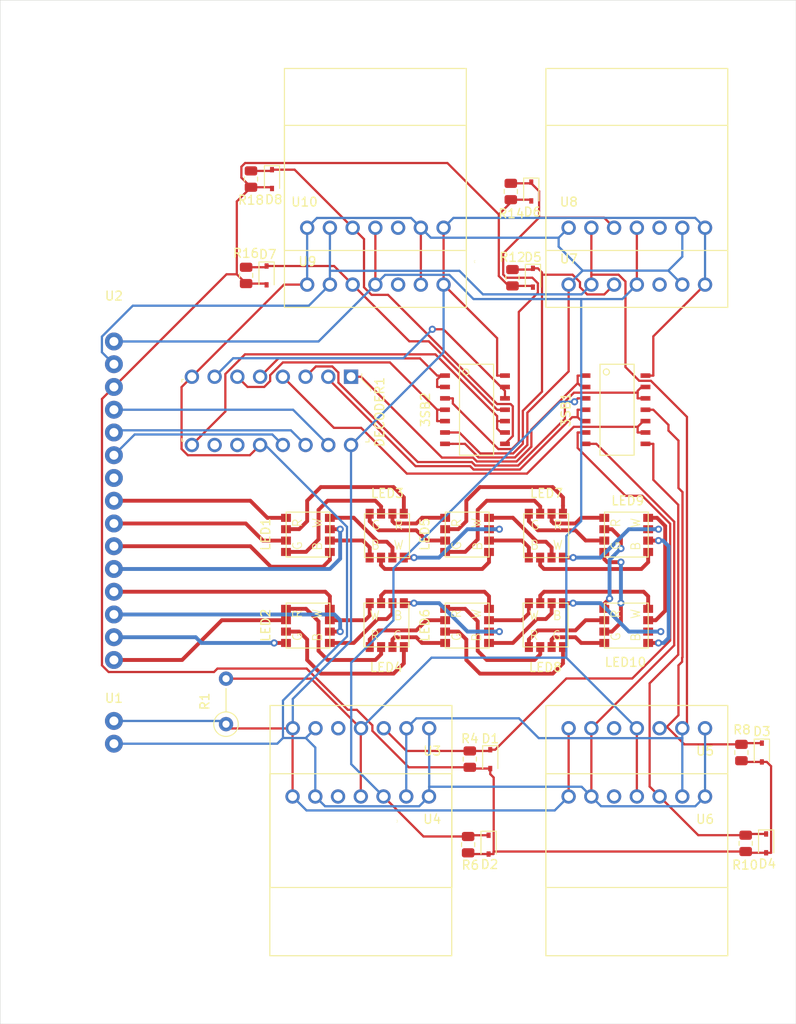
<source format=kicad_pcb>
(kicad_pcb (version 20171130) (host pcbnew "(5.1.7)-1")

  (general
    (thickness 1.6)
    (drawings 6)
    (tracks 862)
    (zones 0)
    (modules 40)
    (nets 80)
  )

  (page A4)
  (title_block
    (title "SLED Board")
    (date 2020-11-07)
    (rev v01)
    (comment 4 "Author: Matthew Love")
  )

  (layers
    (0 F.Cu signal)
    (31 B.Cu signal)
    (32 B.Adhes user)
    (33 F.Adhes user)
    (34 B.Paste user)
    (35 F.Paste user)
    (36 B.SilkS user)
    (37 F.SilkS user)
    (38 B.Mask user)
    (39 F.Mask user)
    (40 Dwgs.User user)
    (41 Cmts.User user)
    (42 Eco1.User user)
    (43 Eco2.User user)
    (44 Edge.Cuts user)
    (45 Margin user)
    (46 B.CrtYd user)
    (47 F.CrtYd user)
    (48 B.Fab user)
    (49 F.Fab user)
  )

  (setup
    (last_trace_width 0.25)
    (user_trace_width 0.2286)
    (user_trace_width 0.29972)
    (trace_clearance 0.2)
    (zone_clearance 0.508)
    (zone_45_only no)
    (trace_min 0.2)
    (via_size 0.8)
    (via_drill 0.4)
    (via_min_size 0.4)
    (via_min_drill 0.3)
    (uvia_size 0.3)
    (uvia_drill 0.1)
    (uvias_allowed no)
    (uvia_min_size 0.2)
    (uvia_min_drill 0.1)
    (edge_width 0.05)
    (segment_width 0.2)
    (pcb_text_width 0.3)
    (pcb_text_size 1.5 1.5)
    (mod_edge_width 0.12)
    (mod_text_size 1 1)
    (mod_text_width 0.15)
    (pad_size 1.524 1.524)
    (pad_drill 0.762)
    (pad_to_mask_clearance 0)
    (aux_axis_origin 0 0)
    (visible_elements 7FFFFFFF)
    (pcbplotparams
      (layerselection 0x010fc_ffffffff)
      (usegerberextensions false)
      (usegerberattributes true)
      (usegerberadvancedattributes true)
      (creategerberjobfile true)
      (excludeedgelayer true)
      (linewidth 0.100000)
      (plotframeref false)
      (viasonmask false)
      (mode 1)
      (useauxorigin false)
      (hpglpennumber 1)
      (hpglpenspeed 20)
      (hpglpendiameter 15.000000)
      (psnegative false)
      (psa4output false)
      (plotreference true)
      (plotvalue true)
      (plotinvisibletext false)
      (padsonsilk false)
      (subtractmaskfromsilk false)
      (outputformat 1)
      (mirror false)
      (drillshape 0)
      (scaleselection 1)
      (outputdirectory "Gerbers/"))
  )

  (net 0 "")
  (net 1 /~Y0)
  (net 2 "Net-(3SB1-Pad3)")
  (net 3 /~Y1)
  (net 4 "Net-(3SB1-Pad6)")
  (net 5 GND)
  (net 6 "Net-(3SB1-Pad8)")
  (net 7 /~Y4)
  (net 8 "Net-(3SB1-Pad11)")
  (net 9 /~Y3)
  (net 10 VDD)
  (net 11 /~Y7)
  (net 12 "Net-(3SB2-Pad11)")
  (net 13 "Net-(3SB2-Pad8)")
  (net 14 "Net-(3SB2-Pad6)")
  (net 15 /~Y6)
  (net 16 "Net-(3SB2-Pad3)")
  (net 17 /~Y5)
  (net 18 "Net-(D1-Pad2)")
  (net 19 /~Y2)
  (net 20 "Net-(DECODER1-Pad13)")
  (net 21 "Net-(DECODER1-Pad14)")
  (net 22 "Net-(DECODER1-Pad15)")
  (net 23 "Net-(LED1-Pad5)")
  (net 24 "Net-(LED1-Pad6)")
  (net 25 "Net-(LED1-Pad7)")
  (net 26 "Net-(LED1-Pad8)")
  (net 27 "Net-(LED1-Pad4)")
  (net 28 "Net-(LED1-Pad3)")
  (net 29 "Net-(LED1-Pad2)")
  (net 30 "Net-(LED1-Pad1)")
  (net 31 "Net-(LED2-Pad1)")
  (net 32 "Net-(LED2-Pad2)")
  (net 33 "Net-(LED2-Pad3)")
  (net 34 "Net-(LED2-Pad4)")
  (net 35 "Net-(LED2-Pad8)")
  (net 36 "Net-(LED2-Pad7)")
  (net 37 "Net-(LED2-Pad6)")
  (net 38 "Net-(LED2-Pad5)")
  (net 39 "Net-(LED3-Pad2)")
  (net 40 "Net-(LED3-Pad4)")
  (net 41 "Net-(LED3-Pad8)")
  (net 42 "Net-(LED3-Pad6)")
  (net 43 "Net-(LED4-Pad1)")
  (net 44 "Net-(LED4-Pad3)")
  (net 45 "Net-(LED4-Pad7)")
  (net 46 "Net-(LED4-Pad5)")
  (net 47 "Net-(LED5-Pad6)")
  (net 48 "Net-(LED5-Pad8)")
  (net 49 "Net-(LED5-Pad4)")
  (net 50 "Net-(LED5-Pad2)")
  (net 51 "Net-(LED6-Pad5)")
  (net 52 "Net-(LED6-Pad7)")
  (net 53 "Net-(LED6-Pad3)")
  (net 54 "Net-(LED6-Pad1)")
  (net 55 "Net-(LED7-Pad2)")
  (net 56 "Net-(LED7-Pad4)")
  (net 57 "Net-(LED7-Pad8)")
  (net 58 "Net-(LED7-Pad6)")
  (net 59 "Net-(LED10-Pad2)")
  (net 60 "Net-(LED10-Pad4)")
  (net 61 "Net-(LED10-Pad8)")
  (net 62 "Net-(LED10-Pad6)")
  (net 63 "Net-(LED10-Pad5)")
  (net 64 "Net-(LED10-Pad7)")
  (net 65 "Net-(LED10-Pad3)")
  (net 66 "Net-(LED10-Pad1)")
  (net 67 "Net-(R1-Pad2)")
  (net 68 "Net-(U10-PadINT)")
  (net 69 /~Y8)
  (net 70 /~Y9)
  (net 71 "Net-(U2-Pad9)")
  (net 72 "Net-(U3-Pad3V3)")
  (net 73 "Net-(U4-Pad3V3)")
  (net 74 "Net-(U5-Pad3V3)")
  (net 75 "Net-(U6-Pad3V3)")
  (net 76 "Net-(U7-Pad3V3)")
  (net 77 "Net-(U8-Pad3V3)")
  (net 78 "Net-(U9-Pad3V3)")
  (net 79 "Net-(U10-Pad3V3)")

  (net_class Default "This is the default net class."
    (clearance 0.2)
    (trace_width 0.25)
    (via_dia 0.8)
    (via_drill 0.4)
    (uvia_dia 0.3)
    (uvia_drill 0.1)
    (add_net /~Y0)
    (add_net /~Y1)
    (add_net /~Y2)
    (add_net /~Y3)
    (add_net /~Y4)
    (add_net /~Y5)
    (add_net /~Y6)
    (add_net /~Y7)
    (add_net /~Y8)
    (add_net /~Y9)
    (add_net GND)
    (add_net "Net-(3SB1-Pad11)")
    (add_net "Net-(3SB1-Pad3)")
    (add_net "Net-(3SB1-Pad6)")
    (add_net "Net-(3SB1-Pad8)")
    (add_net "Net-(3SB2-Pad11)")
    (add_net "Net-(3SB2-Pad3)")
    (add_net "Net-(3SB2-Pad6)")
    (add_net "Net-(3SB2-Pad8)")
    (add_net "Net-(D1-Pad2)")
    (add_net "Net-(DECODER1-Pad13)")
    (add_net "Net-(DECODER1-Pad14)")
    (add_net "Net-(DECODER1-Pad15)")
    (add_net "Net-(LED1-Pad1)")
    (add_net "Net-(LED1-Pad2)")
    (add_net "Net-(LED1-Pad3)")
    (add_net "Net-(LED1-Pad4)")
    (add_net "Net-(LED1-Pad5)")
    (add_net "Net-(LED1-Pad6)")
    (add_net "Net-(LED1-Pad7)")
    (add_net "Net-(LED1-Pad8)")
    (add_net "Net-(LED10-Pad1)")
    (add_net "Net-(LED10-Pad2)")
    (add_net "Net-(LED10-Pad3)")
    (add_net "Net-(LED10-Pad4)")
    (add_net "Net-(LED10-Pad5)")
    (add_net "Net-(LED10-Pad6)")
    (add_net "Net-(LED10-Pad7)")
    (add_net "Net-(LED10-Pad8)")
    (add_net "Net-(LED2-Pad1)")
    (add_net "Net-(LED2-Pad2)")
    (add_net "Net-(LED2-Pad3)")
    (add_net "Net-(LED2-Pad4)")
    (add_net "Net-(LED2-Pad5)")
    (add_net "Net-(LED2-Pad6)")
    (add_net "Net-(LED2-Pad7)")
    (add_net "Net-(LED2-Pad8)")
    (add_net "Net-(LED3-Pad2)")
    (add_net "Net-(LED3-Pad4)")
    (add_net "Net-(LED3-Pad6)")
    (add_net "Net-(LED3-Pad8)")
    (add_net "Net-(LED4-Pad1)")
    (add_net "Net-(LED4-Pad3)")
    (add_net "Net-(LED4-Pad5)")
    (add_net "Net-(LED4-Pad7)")
    (add_net "Net-(LED5-Pad2)")
    (add_net "Net-(LED5-Pad4)")
    (add_net "Net-(LED5-Pad6)")
    (add_net "Net-(LED5-Pad8)")
    (add_net "Net-(LED6-Pad1)")
    (add_net "Net-(LED6-Pad3)")
    (add_net "Net-(LED6-Pad5)")
    (add_net "Net-(LED6-Pad7)")
    (add_net "Net-(LED7-Pad2)")
    (add_net "Net-(LED7-Pad4)")
    (add_net "Net-(LED7-Pad6)")
    (add_net "Net-(LED7-Pad8)")
    (add_net "Net-(R1-Pad2)")
    (add_net "Net-(U10-Pad3V3)")
    (add_net "Net-(U10-PadINT)")
    (add_net "Net-(U2-Pad9)")
    (add_net "Net-(U3-Pad3V3)")
    (add_net "Net-(U4-Pad3V3)")
    (add_net "Net-(U5-Pad3V3)")
    (add_net "Net-(U6-Pad3V3)")
    (add_net "Net-(U7-Pad3V3)")
    (add_net "Net-(U8-Pad3V3)")
    (add_net "Net-(U9-Pad3V3)")
    (add_net VDD)
  )

  (module SLED:NewSensor (layer F.Cu) (tedit 6008C123) (tstamp 5FB73915)
    (at 59.69 91.44)
    (path /5FB9B969)
    (fp_text reference U10 (at -0.305001 -5.415001) (layer F.SilkS)
      (effects (font (size 1 1) (thickness 0.15)))
    )
    (fp_text value NewSensor (at 8.584999 -5.415001) (layer F.Fab)
      (effects (font (size 1 1) (thickness 0.15)))
    )
    (fp_line (start -2.54 0) (end -2.54 -20.32) (layer F.SilkS) (width 0.12))
    (fp_line (start -2.54 -20.32) (end 17.78 -20.32) (layer F.SilkS) (width 0.12))
    (fp_line (start 17.78 -20.32) (end 17.78 0) (layer F.SilkS) (width 0.12))
    (fp_line (start 17.78 0) (end -2.54 0) (layer F.SilkS) (width 0.12))
    (pad VIN thru_hole circle (at 15.24 -2.54) (size 1.6 1.6) (drill 1) (layers *.Cu *.Mask)
      (net 10 VDD))
    (pad GND thru_hole circle (at 12.7 -2.54 90) (size 1.6 1.6) (drill 1) (layers *.Cu *.Mask)
      (net 5 GND))
    (pad 3V3 thru_hole circle (at 10.16 -2.54) (size 1.6 1.6) (drill 1) (layers *.Cu *.Mask)
      (net 79 "Net-(U10-Pad3V3)"))
    (pad SCL thru_hole circle (at 7.62 -2.54 90) (size 1.6 1.6) (drill 1) (layers *.Cu *.Mask)
      (net 67 "Net-(R1-Pad2)"))
    (pad SDA thru_hole circle (at 5.08 -2.54) (size 1.6 1.6) (drill 1) (layers *.Cu *.Mask)
      (net 13 "Net-(3SB2-Pad8)"))
    (pad INT thru_hole circle (at 2.54 -2.54 90) (size 1.6 1.6) (drill 1) (layers *.Cu *.Mask)
      (net 68 "Net-(U10-PadINT)"))
    (pad LED thru_hole circle (at 0 -2.54) (size 1.6 1.6) (drill 1) (layers *.Cu *.Mask)
      (net 5 GND))
  )

  (module SLED:NewSensor (layer F.Cu) (tedit 6008C123) (tstamp 5FB7393F)
    (at 59.69 97.79)
    (path /5FB9B4D8)
    (fp_text reference U9 (at 0.0254 -5.12) (layer F.SilkS)
      (effects (font (size 1 1) (thickness 0.15)))
    )
    (fp_text value NewSensor (at 0 -0.5) (layer F.Fab)
      (effects (font (size 1 1) (thickness 0.15)))
    )
    (fp_line (start -2.54 0) (end -2.54 -20.32) (layer F.SilkS) (width 0.12))
    (fp_line (start -2.54 -20.32) (end 17.78 -20.32) (layer F.SilkS) (width 0.12))
    (fp_line (start 17.78 -20.32) (end 17.78 0) (layer F.SilkS) (width 0.12))
    (fp_line (start 17.78 0) (end -2.54 0) (layer F.SilkS) (width 0.12))
    (pad VIN thru_hole circle (at 15.24 -2.54) (size 1.6 1.6) (drill 1) (layers *.Cu *.Mask)
      (net 10 VDD))
    (pad GND thru_hole circle (at 12.7 -2.54 90) (size 1.6 1.6) (drill 1) (layers *.Cu *.Mask)
      (net 5 GND))
    (pad 3V3 thru_hole circle (at 10.16 -2.54) (size 1.6 1.6) (drill 1) (layers *.Cu *.Mask)
      (net 78 "Net-(U9-Pad3V3)"))
    (pad SCL thru_hole circle (at 7.62 -2.54 90) (size 1.6 1.6) (drill 1) (layers *.Cu *.Mask)
      (net 67 "Net-(R1-Pad2)"))
    (pad SDA thru_hole circle (at 5.08 -2.54) (size 1.6 1.6) (drill 1) (layers *.Cu *.Mask)
      (net 12 "Net-(3SB2-Pad11)"))
    (pad INT thru_hole circle (at 2.54 -2.54 90) (size 1.6 1.6) (drill 1) (layers *.Cu *.Mask)
      (net 68 "Net-(U10-PadINT)"))
    (pad LED thru_hole circle (at 0 -2.54) (size 1.6 1.6) (drill 1) (layers *.Cu *.Mask)
      (net 5 GND))
  )

  (module SLED:NewSensor (layer F.Cu) (tedit 6008C123) (tstamp 5FB739E7)
    (at 88.9 91.44)
    (path /5FB9AFAA)
    (fp_text reference U8 (at 0.0254 -5.415001) (layer F.SilkS)
      (effects (font (size 1 1) (thickness 0.15)))
    )
    (fp_text value NewSensor (at 0 -0.5) (layer F.Fab)
      (effects (font (size 1 1) (thickness 0.15)))
    )
    (fp_line (start -2.54 0) (end -2.54 -20.32) (layer F.SilkS) (width 0.12))
    (fp_line (start -2.54 -20.32) (end 17.78 -20.32) (layer F.SilkS) (width 0.12))
    (fp_line (start 17.78 -20.32) (end 17.78 0) (layer F.SilkS) (width 0.12))
    (fp_line (start 17.78 0) (end -2.54 0) (layer F.SilkS) (width 0.12))
    (pad VIN thru_hole circle (at 15.24 -2.54) (size 1.6 1.6) (drill 1) (layers *.Cu *.Mask)
      (net 10 VDD))
    (pad GND thru_hole circle (at 12.7 -2.54 90) (size 1.6 1.6) (drill 1) (layers *.Cu *.Mask)
      (net 5 GND))
    (pad 3V3 thru_hole circle (at 10.16 -2.54) (size 1.6 1.6) (drill 1) (layers *.Cu *.Mask)
      (net 77 "Net-(U8-Pad3V3)"))
    (pad SCL thru_hole circle (at 7.62 -2.54 90) (size 1.6 1.6) (drill 1) (layers *.Cu *.Mask)
      (net 67 "Net-(R1-Pad2)"))
    (pad SDA thru_hole circle (at 5.08 -2.54) (size 1.6 1.6) (drill 1) (layers *.Cu *.Mask)
      (net 16 "Net-(3SB2-Pad3)"))
    (pad INT thru_hole circle (at 2.54 -2.54 90) (size 1.6 1.6) (drill 1) (layers *.Cu *.Mask)
      (net 68 "Net-(U10-PadINT)"))
    (pad LED thru_hole circle (at 0 -2.54) (size 1.6 1.6) (drill 1) (layers *.Cu *.Mask)
      (net 5 GND))
  )

  (module SLED:NewSensor (layer F.Cu) (tedit 6008C123) (tstamp 5FB73993)
    (at 88.9 97.79)
    (path /5FB9AB86)
    (fp_text reference U7 (at 0.0254 -5.415001) (layer F.SilkS)
      (effects (font (size 1 1) (thickness 0.15)))
    )
    (fp_text value NewSensor (at 0 -0.5) (layer F.Fab)
      (effects (font (size 1 1) (thickness 0.15)))
    )
    (fp_line (start -2.54 0) (end -2.54 -20.32) (layer F.SilkS) (width 0.12))
    (fp_line (start -2.54 -20.32) (end 17.78 -20.32) (layer F.SilkS) (width 0.12))
    (fp_line (start 17.78 -20.32) (end 17.78 0) (layer F.SilkS) (width 0.12))
    (fp_line (start 17.78 0) (end -2.54 0) (layer F.SilkS) (width 0.12))
    (pad VIN thru_hole circle (at 15.24 -2.54) (size 1.6 1.6) (drill 1) (layers *.Cu *.Mask)
      (net 10 VDD))
    (pad GND thru_hole circle (at 12.7 -2.54 90) (size 1.6 1.6) (drill 1) (layers *.Cu *.Mask)
      (net 5 GND))
    (pad 3V3 thru_hole circle (at 10.16 -2.54) (size 1.6 1.6) (drill 1) (layers *.Cu *.Mask)
      (net 76 "Net-(U7-Pad3V3)"))
    (pad SCL thru_hole circle (at 7.62 -2.54 90) (size 1.6 1.6) (drill 1) (layers *.Cu *.Mask)
      (net 67 "Net-(R1-Pad2)"))
    (pad SDA thru_hole circle (at 5.08 -2.54) (size 1.6 1.6) (drill 1) (layers *.Cu *.Mask)
      (net 14 "Net-(3SB2-Pad6)"))
    (pad INT thru_hole circle (at 2.54 -2.54 90) (size 1.6 1.6) (drill 1) (layers *.Cu *.Mask)
      (net 68 "Net-(U10-PadINT)"))
    (pad LED thru_hole circle (at 0 -2.54) (size 1.6 1.6) (drill 1) (layers *.Cu *.Mask)
      (net 5 GND))
  )

  (module SLED:NewSensor (layer F.Cu) (tedit 6008C123) (tstamp 5FB73969)
    (at 104.14 149.86 180)
    (path /5FB9A69F)
    (fp_text reference U6 (at 0 -5.08) (layer F.SilkS)
      (effects (font (size 1 1) (thickness 0.15)))
    )
    (fp_text value NewSensor (at 7.059999 -10.380001) (layer F.Fab)
      (effects (font (size 1 1) (thickness 0.15)))
    )
    (fp_line (start -2.54 0) (end -2.54 -20.32) (layer F.SilkS) (width 0.12))
    (fp_line (start -2.54 -20.32) (end 17.78 -20.32) (layer F.SilkS) (width 0.12))
    (fp_line (start 17.78 -20.32) (end 17.78 0) (layer F.SilkS) (width 0.12))
    (fp_line (start 17.78 0) (end -2.54 0) (layer F.SilkS) (width 0.12))
    (pad VIN thru_hole circle (at 15.24 -2.54 180) (size 1.6 1.6) (drill 1) (layers *.Cu *.Mask)
      (net 10 VDD))
    (pad GND thru_hole circle (at 12.7 -2.54 270) (size 1.6 1.6) (drill 1) (layers *.Cu *.Mask)
      (net 5 GND))
    (pad 3V3 thru_hole circle (at 10.16 -2.54 180) (size 1.6 1.6) (drill 1) (layers *.Cu *.Mask)
      (net 75 "Net-(U6-Pad3V3)"))
    (pad SCL thru_hole circle (at 7.62 -2.54 270) (size 1.6 1.6) (drill 1) (layers *.Cu *.Mask)
      (net 67 "Net-(R1-Pad2)"))
    (pad SDA thru_hole circle (at 5.08 -2.54 180) (size 1.6 1.6) (drill 1) (layers *.Cu *.Mask)
      (net 6 "Net-(3SB1-Pad8)"))
    (pad INT thru_hole circle (at 2.54 -2.54 270) (size 1.6 1.6) (drill 1) (layers *.Cu *.Mask)
      (net 68 "Net-(U10-PadINT)"))
    (pad LED thru_hole circle (at 0 -2.54 180) (size 1.6 1.6) (drill 1) (layers *.Cu *.Mask)
      (net 5 GND))
  )

  (module SLED:NewSensor (layer F.Cu) (tedit 6008C123) (tstamp 5FB76444)
    (at 104.14 142.24 180)
    (path /5FB99E8E)
    (fp_text reference U5 (at 0 -5.08) (layer F.SilkS)
      (effects (font (size 1 1) (thickness 0.15)))
    )
    (fp_text value NewSensor (at 7.959999 -5.08) (layer F.Fab)
      (effects (font (size 1 1) (thickness 0.15)))
    )
    (fp_line (start -2.54 0) (end -2.54 -20.32) (layer F.SilkS) (width 0.12))
    (fp_line (start -2.54 -20.32) (end 17.78 -20.32) (layer F.SilkS) (width 0.12))
    (fp_line (start 17.78 -20.32) (end 17.78 0) (layer F.SilkS) (width 0.12))
    (fp_line (start 17.78 0) (end -2.54 0) (layer F.SilkS) (width 0.12))
    (pad VIN thru_hole circle (at 15.24 -2.54 180) (size 1.6 1.6) (drill 1) (layers *.Cu *.Mask)
      (net 10 VDD))
    (pad GND thru_hole circle (at 12.7 -2.54 270) (size 1.6 1.6) (drill 1) (layers *.Cu *.Mask)
      (net 5 GND))
    (pad 3V3 thru_hole circle (at 10.16 -2.54 180) (size 1.6 1.6) (drill 1) (layers *.Cu *.Mask)
      (net 74 "Net-(U5-Pad3V3)"))
    (pad SCL thru_hole circle (at 7.62 -2.54 270) (size 1.6 1.6) (drill 1) (layers *.Cu *.Mask)
      (net 67 "Net-(R1-Pad2)"))
    (pad SDA thru_hole circle (at 5.08 -2.54 180) (size 1.6 1.6) (drill 1) (layers *.Cu *.Mask)
      (net 8 "Net-(3SB1-Pad11)"))
    (pad INT thru_hole circle (at 2.54 -2.54 270) (size 1.6 1.6) (drill 1) (layers *.Cu *.Mask)
      (net 68 "Net-(U10-PadINT)"))
    (pad LED thru_hole circle (at 0 -2.54 180) (size 1.6 1.6) (drill 1) (layers *.Cu *.Mask)
      (net 5 GND))
  )

  (module SLED:NewSensor (layer F.Cu) (tedit 6008C123) (tstamp 5FB761E5)
    (at 73.3 149.86 180)
    (path /5FB9981D)
    (fp_text reference U4 (at -0.36 -5.08) (layer F.SilkS)
      (effects (font (size 1 1) (thickness 0.15)))
    )
    (fp_text value NewSensor (at 7.949999 -10.735001) (layer F.Fab)
      (effects (font (size 1 1) (thickness 0.15)))
    )
    (fp_line (start -2.54 0) (end -2.54 -20.32) (layer F.SilkS) (width 0.12))
    (fp_line (start -2.54 -20.32) (end 17.78 -20.32) (layer F.SilkS) (width 0.12))
    (fp_line (start 17.78 -20.32) (end 17.78 0) (layer F.SilkS) (width 0.12))
    (fp_line (start 17.78 0) (end -2.54 0) (layer F.SilkS) (width 0.12))
    (pad VIN thru_hole circle (at 15.24 -2.54 180) (size 1.6 1.6) (drill 1) (layers *.Cu *.Mask)
      (net 10 VDD))
    (pad GND thru_hole circle (at 12.7 -2.54 270) (size 1.6 1.6) (drill 1) (layers *.Cu *.Mask)
      (net 5 GND))
    (pad 3V3 thru_hole circle (at 10.16 -2.54 180) (size 1.6 1.6) (drill 1) (layers *.Cu *.Mask)
      (net 73 "Net-(U4-Pad3V3)"))
    (pad SCL thru_hole circle (at 7.62 -2.54 270) (size 1.6 1.6) (drill 1) (layers *.Cu *.Mask)
      (net 67 "Net-(R1-Pad2)"))
    (pad SDA thru_hole circle (at 5.08 -2.54 180) (size 1.6 1.6) (drill 1) (layers *.Cu *.Mask)
      (net 2 "Net-(3SB1-Pad3)"))
    (pad INT thru_hole circle (at 2.54 -2.54 270) (size 1.6 1.6) (drill 1) (layers *.Cu *.Mask)
      (net 68 "Net-(U10-PadINT)"))
    (pad LED thru_hole circle (at 0 -2.54 180) (size 1.6 1.6) (drill 1) (layers *.Cu *.Mask)
      (net 5 GND))
  )

  (module SLED:NewSensor (layer F.Cu) (tedit 6008C123) (tstamp 5FB76010)
    (at 73.325 142.24 180)
    (path /5FB97014)
    (fp_text reference U3 (at -0.335 -5.08) (layer F.SilkS)
      (effects (font (size 1 1) (thickness 0.15)))
    )
    (fp_text value NewSensor (at 7.55 -5.675) (layer F.Fab)
      (effects (font (size 1 1) (thickness 0.15)))
    )
    (fp_line (start -2.54 0) (end -2.54 -20.32) (layer F.SilkS) (width 0.12))
    (fp_line (start -2.54 -20.32) (end 17.78 -20.32) (layer F.SilkS) (width 0.12))
    (fp_line (start 17.78 -20.32) (end 17.78 0) (layer F.SilkS) (width 0.12))
    (fp_line (start 17.78 0) (end -2.54 0) (layer F.SilkS) (width 0.12))
    (pad VIN thru_hole circle (at 15.24 -2.54 180) (size 1.6 1.6) (drill 1) (layers *.Cu *.Mask)
      (net 10 VDD))
    (pad GND thru_hole circle (at 12.7 -2.54 270) (size 1.6 1.6) (drill 1) (layers *.Cu *.Mask)
      (net 5 GND))
    (pad 3V3 thru_hole circle (at 10.16 -2.54 180) (size 1.6 1.6) (drill 1) (layers *.Cu *.Mask)
      (net 72 "Net-(U3-Pad3V3)"))
    (pad SCL thru_hole circle (at 7.62 -2.54 270) (size 1.6 1.6) (drill 1) (layers *.Cu *.Mask)
      (net 67 "Net-(R1-Pad2)"))
    (pad SDA thru_hole circle (at 5.08 -2.54 180) (size 1.6 1.6) (drill 1) (layers *.Cu *.Mask)
      (net 4 "Net-(3SB1-Pad6)"))
    (pad INT thru_hole circle (at 2.54 -2.54 270) (size 1.6 1.6) (drill 1) (layers *.Cu *.Mask)
      (net 68 "Net-(U10-PadINT)"))
    (pad LED thru_hole circle (at 0 -2.54 180) (size 1.6 1.6) (drill 1) (layers *.Cu *.Mask)
      (net 5 GND))
  )

  (module SLED:SN74HC126N (layer F.Cu) (tedit 5FA74780) (tstamp 5FA885B5)
    (at 93.6752 109.22 270)
    (path /5FBA51E4)
    (fp_text reference 3SB1 (at 0 5.08 90) (layer F.SilkS)
      (effects (font (size 1 1) (thickness 0.15)))
    )
    (fp_text value SN74HC126 (at 0 -5.08 90) (layer F.Fab)
      (effects (font (size 1 1) (thickness 0.15)))
    )
    (fp_line (start -5.08 -2.54) (end 5.08 -2.54) (layer F.SilkS) (width 0.12))
    (fp_line (start 5.08 -2.54) (end 5.08 1.27) (layer F.SilkS) (width 0.12))
    (fp_line (start 5.08 1.27) (end -5.08 1.27) (layer F.SilkS) (width 0.12))
    (fp_line (start -5.08 1.27) (end -5.08 -2.54) (layer F.SilkS) (width 0.12))
    (fp_circle (center -4.2164 0.5588) (end -3.9116 0.4064) (layer F.SilkS) (width 0.12))
    (pad 14 smd rect (at -3.81 -3.81 270) (size 0.51 1.1) (layers F.Cu F.Paste F.Mask)
      (net 10 VDD))
    (pad 13 smd rect (at -2.54 -3.81 270) (size 0.51 1.1) (layers F.Cu F.Paste F.Mask)
      (net 19 /~Y2))
    (pad 12 smd rect (at -1.27 -3.81 270) (size 0.51 1.1) (layers F.Cu F.Paste F.Mask)
      (net 19 /~Y2))
    (pad 11 smd rect (at 0 -3.81 270) (size 0.51 1.1) (layers F.Cu F.Paste F.Mask)
      (net 8 "Net-(3SB1-Pad11)"))
    (pad 10 smd rect (at 1.27 -3.81 270) (size 0.51 1.1) (layers F.Cu F.Paste F.Mask)
      (net 9 /~Y3))
    (pad 9 smd rect (at 2.54 -3.81 270) (size 0.51 1.1) (layers F.Cu F.Paste F.Mask)
      (net 9 /~Y3))
    (pad 8 smd rect (at 3.81 -3.81 270) (size 0.51 1.1) (layers F.Cu F.Paste F.Mask)
      (net 6 "Net-(3SB1-Pad8)"))
    (pad 7 smd rect (at 3.81 2.89 270) (size 0.51 1.1) (layers F.Cu F.Paste F.Mask)
      (net 5 GND))
    (pad 6 smd rect (at 2.54 2.89 90) (size 0.51 1.1) (layers F.Cu F.Paste F.Mask)
      (net 4 "Net-(3SB1-Pad6)"))
    (pad 5 smd rect (at 1.27 2.89 270) (size 0.51 1.1) (layers F.Cu F.Paste F.Mask)
      (net 3 /~Y1))
    (pad 4 smd rect (at 0 2.89 270) (size 0.51 1.1) (layers F.Cu F.Paste F.Mask)
      (net 3 /~Y1))
    (pad 3 smd rect (at -1.27 2.89 270) (size 0.51 1.1) (layers F.Cu F.Paste F.Mask)
      (net 2 "Net-(3SB1-Pad3)"))
    (pad 2 smd rect (at -2.54 2.89 270) (size 0.51 1.1) (layers F.Cu F.Paste F.Mask)
      (net 1 /~Y0))
    (pad 1 smd rect (at -3.81 2.89 270) (size 0.51 1.1) (layers F.Cu F.Paste F.Mask)
      (net 1 /~Y0))
  )

  (module SLED:SN74HC126N (layer F.Cu) (tedit 5FA74780) (tstamp 5FA885CC)
    (at 77.978 109.22 270)
    (path /5FBBE8A6)
    (fp_text reference 3SB2 (at 0 5.08 90) (layer F.SilkS)
      (effects (font (size 1 1) (thickness 0.15)))
    )
    (fp_text value SN74HC126 (at 0 -5.08 90) (layer F.Fab)
      (effects (font (size 1 1) (thickness 0.15)))
    )
    (fp_line (start -5.08 -2.54) (end 5.08 -2.54) (layer F.SilkS) (width 0.12))
    (fp_line (start 5.08 -2.54) (end 5.08 1.27) (layer F.SilkS) (width 0.12))
    (fp_line (start 5.08 1.27) (end -5.08 1.27) (layer F.SilkS) (width 0.12))
    (fp_line (start -5.08 1.27) (end -5.08 -2.54) (layer F.SilkS) (width 0.12))
    (fp_circle (center -4.2164 0.5588) (end -3.9116 0.4064) (layer F.SilkS) (width 0.12))
    (pad 14 smd rect (at -3.81 -3.81 270) (size 0.51 1.1) (layers F.Cu F.Paste F.Mask)
      (net 10 VDD))
    (pad 13 smd rect (at -2.54 -3.81 270) (size 0.51 1.1) (layers F.Cu F.Paste F.Mask)
      (net 15 /~Y6))
    (pad 12 smd rect (at -1.27 -3.81 270) (size 0.51 1.1) (layers F.Cu F.Paste F.Mask)
      (net 15 /~Y6))
    (pad 11 smd rect (at 0 -3.81 270) (size 0.51 1.1) (layers F.Cu F.Paste F.Mask)
      (net 12 "Net-(3SB2-Pad11)"))
    (pad 10 smd rect (at 1.27 -3.81 270) (size 0.51 1.1) (layers F.Cu F.Paste F.Mask)
      (net 11 /~Y7))
    (pad 9 smd rect (at 2.54 -3.81 270) (size 0.51 1.1) (layers F.Cu F.Paste F.Mask)
      (net 11 /~Y7))
    (pad 8 smd rect (at 3.81 -3.81 270) (size 0.51 1.1) (layers F.Cu F.Paste F.Mask)
      (net 13 "Net-(3SB2-Pad8)"))
    (pad 7 smd rect (at 3.81 2.89 270) (size 0.51 1.1) (layers F.Cu F.Paste F.Mask)
      (net 5 GND))
    (pad 6 smd rect (at 2.54 2.89 90) (size 0.51 1.1) (layers F.Cu F.Paste F.Mask)
      (net 14 "Net-(3SB2-Pad6)"))
    (pad 5 smd rect (at 1.27 2.89 270) (size 0.51 1.1) (layers F.Cu F.Paste F.Mask)
      (net 17 /~Y5))
    (pad 4 smd rect (at 0 2.89 270) (size 0.51 1.1) (layers F.Cu F.Paste F.Mask)
      (net 17 /~Y5))
    (pad 3 smd rect (at -1.27 2.89 270) (size 0.51 1.1) (layers F.Cu F.Paste F.Mask)
      (net 16 "Net-(3SB2-Pad3)"))
    (pad 2 smd rect (at -2.54 2.89 270) (size 0.51 1.1) (layers F.Cu F.Paste F.Mask)
      (net 7 /~Y4))
    (pad 1 smd rect (at -3.81 2.89 270) (size 0.51 1.1) (layers F.Cu F.Paste F.Mask)
      (net 7 /~Y4))
  )

  (module Resistor_SMD:R_0805_2012Metric (layer F.Cu) (tedit 5F68FEEE) (tstamp 5FA88EBB)
    (at 53.4148 83.4689 270)
    (descr "Resistor SMD 0805 (2012 Metric), square (rectangular) end terminal, IPC_7351 nominal, (Body size source: IPC-SM-782 page 72, https://www.pcb-3d.com/wordpress/wp-content/uploads/ipc-sm-782a_amendment_1_and_2.pdf), generated with kicad-footprint-generator")
    (tags resistor)
    (path /5FBF84E6)
    (attr smd)
    (fp_text reference R18 (at 2.3495 0 180) (layer F.SilkS)
      (effects (font (size 1 1) (thickness 0.15)))
    )
    (fp_text value 70k (at -2.54 0.0635 180) (layer F.Fab)
      (effects (font (size 1 1) (thickness 0.15)))
    )
    (fp_text user %R (at 0 0 90) (layer F.Fab)
      (effects (font (size 0.5 0.5) (thickness 0.08)))
    )
    (fp_line (start -1 0.625) (end -1 -0.625) (layer F.Fab) (width 0.1))
    (fp_line (start -1 -0.625) (end 1 -0.625) (layer F.Fab) (width 0.1))
    (fp_line (start 1 -0.625) (end 1 0.625) (layer F.Fab) (width 0.1))
    (fp_line (start 1 0.625) (end -1 0.625) (layer F.Fab) (width 0.1))
    (fp_line (start -0.227064 -0.735) (end 0.227064 -0.735) (layer F.SilkS) (width 0.12))
    (fp_line (start -0.227064 0.735) (end 0.227064 0.735) (layer F.SilkS) (width 0.12))
    (fp_line (start -1.68 0.95) (end -1.68 -0.95) (layer F.CrtYd) (width 0.05))
    (fp_line (start -1.68 -0.95) (end 1.68 -0.95) (layer F.CrtYd) (width 0.05))
    (fp_line (start 1.68 -0.95) (end 1.68 0.95) (layer F.CrtYd) (width 0.05))
    (fp_line (start 1.68 0.95) (end -1.68 0.95) (layer F.CrtYd) (width 0.05))
    (pad 2 smd roundrect (at 0.9125 0 270) (size 1.025 1.4) (layers F.Cu F.Paste F.Mask) (roundrect_rratio 0.243902)
      (net 18 "Net-(D1-Pad2)"))
    (pad 1 smd roundrect (at -0.9125 0 270) (size 1.025 1.4) (layers F.Cu F.Paste F.Mask) (roundrect_rratio 0.243902)
      (net 13 "Net-(3SB2-Pad8)"))
    (model ${KISYS3DMOD}/Resistor_SMD.3dshapes/R_0805_2012Metric.wrl
      (at (xyz 0 0 0))
      (scale (xyz 1 1 1))
      (rotate (xyz 0 0 0))
    )
  )

  (module Resistor_SMD:R_0805_2012Metric (layer F.Cu) (tedit 5F68FEEE) (tstamp 5FA88E9D)
    (at 52.8697 94.2251 270)
    (descr "Resistor SMD 0805 (2012 Metric), square (rectangular) end terminal, IPC_7351 nominal, (Body size source: IPC-SM-782 page 72, https://www.pcb-3d.com/wordpress/wp-content/uploads/ipc-sm-782a_amendment_1_and_2.pdf), generated with kicad-footprint-generator")
    (tags resistor)
    (path /5FBF7FA1)
    (attr smd)
    (fp_text reference R16 (at -2.4765 0 180) (layer F.SilkS)
      (effects (font (size 1 1) (thickness 0.15)))
    )
    (fp_text value 70k (at 2.6924 -0.1397 180) (layer F.Fab)
      (effects (font (size 1 1) (thickness 0.15)))
    )
    (fp_text user %R (at 0 0 90) (layer F.Fab)
      (effects (font (size 0.5 0.5) (thickness 0.08)))
    )
    (fp_line (start -1 0.625) (end -1 -0.625) (layer F.Fab) (width 0.1))
    (fp_line (start -1 -0.625) (end 1 -0.625) (layer F.Fab) (width 0.1))
    (fp_line (start 1 -0.625) (end 1 0.625) (layer F.Fab) (width 0.1))
    (fp_line (start 1 0.625) (end -1 0.625) (layer F.Fab) (width 0.1))
    (fp_line (start -0.227064 -0.735) (end 0.227064 -0.735) (layer F.SilkS) (width 0.12))
    (fp_line (start -0.227064 0.735) (end 0.227064 0.735) (layer F.SilkS) (width 0.12))
    (fp_line (start -1.68 0.95) (end -1.68 -0.95) (layer F.CrtYd) (width 0.05))
    (fp_line (start -1.68 -0.95) (end 1.68 -0.95) (layer F.CrtYd) (width 0.05))
    (fp_line (start 1.68 -0.95) (end 1.68 0.95) (layer F.CrtYd) (width 0.05))
    (fp_line (start 1.68 0.95) (end -1.68 0.95) (layer F.CrtYd) (width 0.05))
    (pad 2 smd roundrect (at 0.9125 0 270) (size 1.025 1.4) (layers F.Cu F.Paste F.Mask) (roundrect_rratio 0.243902)
      (net 18 "Net-(D1-Pad2)"))
    (pad 1 smd roundrect (at -0.9125 0 270) (size 1.025 1.4) (layers F.Cu F.Paste F.Mask) (roundrect_rratio 0.243902)
      (net 12 "Net-(3SB2-Pad11)"))
    (model ${KISYS3DMOD}/Resistor_SMD.3dshapes/R_0805_2012Metric.wrl
      (at (xyz 0 0 0))
      (scale (xyz 1 1 1))
      (rotate (xyz 0 0 0))
    )
  )

  (module Resistor_SMD:R_0805_2012Metric (layer F.Cu) (tedit 5F68FEEE) (tstamp 5FA88E7F)
    (at 82.4407 84.8567 270)
    (descr "Resistor SMD 0805 (2012 Metric), square (rectangular) end terminal, IPC_7351 nominal, (Body size source: IPC-SM-782 page 72, https://www.pcb-3d.com/wordpress/wp-content/uploads/ipc-sm-782a_amendment_1_and_2.pdf), generated with kicad-footprint-generator")
    (tags resistor)
    (path /5FBF7A8E)
    (attr smd)
    (fp_text reference R14 (at 2.4765 -0.0635 180) (layer F.SilkS)
      (effects (font (size 1 1) (thickness 0.15)))
    )
    (fp_text value 70k (at -2.4765 0.1905 180) (layer F.Fab)
      (effects (font (size 1 1) (thickness 0.15)))
    )
    (fp_text user %R (at 0 0 90) (layer F.Fab)
      (effects (font (size 0.5 0.5) (thickness 0.08)))
    )
    (fp_line (start -1 0.625) (end -1 -0.625) (layer F.Fab) (width 0.1))
    (fp_line (start -1 -0.625) (end 1 -0.625) (layer F.Fab) (width 0.1))
    (fp_line (start 1 -0.625) (end 1 0.625) (layer F.Fab) (width 0.1))
    (fp_line (start 1 0.625) (end -1 0.625) (layer F.Fab) (width 0.1))
    (fp_line (start -0.227064 -0.735) (end 0.227064 -0.735) (layer F.SilkS) (width 0.12))
    (fp_line (start -0.227064 0.735) (end 0.227064 0.735) (layer F.SilkS) (width 0.12))
    (fp_line (start -1.68 0.95) (end -1.68 -0.95) (layer F.CrtYd) (width 0.05))
    (fp_line (start -1.68 -0.95) (end 1.68 -0.95) (layer F.CrtYd) (width 0.05))
    (fp_line (start 1.68 -0.95) (end 1.68 0.95) (layer F.CrtYd) (width 0.05))
    (fp_line (start 1.68 0.95) (end -1.68 0.95) (layer F.CrtYd) (width 0.05))
    (pad 2 smd roundrect (at 0.9125 0 270) (size 1.025 1.4) (layers F.Cu F.Paste F.Mask) (roundrect_rratio 0.243902)
      (net 18 "Net-(D1-Pad2)"))
    (pad 1 smd roundrect (at -0.9125 0 270) (size 1.025 1.4) (layers F.Cu F.Paste F.Mask) (roundrect_rratio 0.243902)
      (net 16 "Net-(3SB2-Pad3)"))
    (model ${KISYS3DMOD}/Resistor_SMD.3dshapes/R_0805_2012Metric.wrl
      (at (xyz 0 0 0))
      (scale (xyz 1 1 1))
      (rotate (xyz 0 0 0))
    )
  )

  (module Resistor_SMD:R_0805_2012Metric (layer F.Cu) (tedit 5F68FEEE) (tstamp 5FA88E61)
    (at 82.6253 94.4823 270)
    (descr "Resistor SMD 0805 (2012 Metric), square (rectangular) end terminal, IPC_7351 nominal, (Body size source: IPC-SM-782 page 72, https://www.pcb-3d.com/wordpress/wp-content/uploads/ipc-sm-782a_amendment_1_and_2.pdf), generated with kicad-footprint-generator")
    (tags resistor)
    (path /5FBF75DE)
    (attr smd)
    (fp_text reference R12 (at -2.286 0 180) (layer F.SilkS)
      (effects (font (size 1 1) (thickness 0.15)))
    )
    (fp_text value 70k (at 2.6035 -0.0635 180) (layer F.Fab)
      (effects (font (size 1 1) (thickness 0.15)))
    )
    (fp_text user %R (at 0 0 90) (layer F.Fab)
      (effects (font (size 0.5 0.5) (thickness 0.08)))
    )
    (fp_line (start -1 0.625) (end -1 -0.625) (layer F.Fab) (width 0.1))
    (fp_line (start -1 -0.625) (end 1 -0.625) (layer F.Fab) (width 0.1))
    (fp_line (start 1 -0.625) (end 1 0.625) (layer F.Fab) (width 0.1))
    (fp_line (start 1 0.625) (end -1 0.625) (layer F.Fab) (width 0.1))
    (fp_line (start -0.227064 -0.735) (end 0.227064 -0.735) (layer F.SilkS) (width 0.12))
    (fp_line (start -0.227064 0.735) (end 0.227064 0.735) (layer F.SilkS) (width 0.12))
    (fp_line (start -1.68 0.95) (end -1.68 -0.95) (layer F.CrtYd) (width 0.05))
    (fp_line (start -1.68 -0.95) (end 1.68 -0.95) (layer F.CrtYd) (width 0.05))
    (fp_line (start 1.68 -0.95) (end 1.68 0.95) (layer F.CrtYd) (width 0.05))
    (fp_line (start 1.68 0.95) (end -1.68 0.95) (layer F.CrtYd) (width 0.05))
    (pad 2 smd roundrect (at 0.9125 0 270) (size 1.025 1.4) (layers F.Cu F.Paste F.Mask) (roundrect_rratio 0.243902)
      (net 18 "Net-(D1-Pad2)"))
    (pad 1 smd roundrect (at -0.9125 0 270) (size 1.025 1.4) (layers F.Cu F.Paste F.Mask) (roundrect_rratio 0.243902)
      (net 14 "Net-(3SB2-Pad6)"))
    (model ${KISYS3DMOD}/Resistor_SMD.3dshapes/R_0805_2012Metric.wrl
      (at (xyz 0 0 0))
      (scale (xyz 1 1 1))
      (rotate (xyz 0 0 0))
    )
  )

  (module Resistor_SMD:R_0805_2012Metric (layer F.Cu) (tedit 5F68FEEE) (tstamp 5FA8DEEA)
    (at 108.679 157.634 270)
    (descr "Resistor SMD 0805 (2012 Metric), square (rectangular) end terminal, IPC_7351 nominal, (Body size source: IPC-SM-782 page 72, https://www.pcb-3d.com/wordpress/wp-content/uploads/ipc-sm-782a_amendment_1_and_2.pdf), generated with kicad-footprint-generator")
    (tags resistor)
    (path /5FBF7077)
    (attr smd)
    (fp_text reference R10 (at 2.413 0.0635 180) (layer F.SilkS)
      (effects (font (size 1 1) (thickness 0.15)))
    )
    (fp_text value 70k (at -2.54 0 180) (layer F.Fab)
      (effects (font (size 1 1) (thickness 0.15)))
    )
    (fp_text user %R (at 0 0 90) (layer F.Fab)
      (effects (font (size 0.5 0.5) (thickness 0.08)))
    )
    (fp_line (start -1 0.625) (end -1 -0.625) (layer F.Fab) (width 0.1))
    (fp_line (start -1 -0.625) (end 1 -0.625) (layer F.Fab) (width 0.1))
    (fp_line (start 1 -0.625) (end 1 0.625) (layer F.Fab) (width 0.1))
    (fp_line (start 1 0.625) (end -1 0.625) (layer F.Fab) (width 0.1))
    (fp_line (start -0.227064 -0.735) (end 0.227064 -0.735) (layer F.SilkS) (width 0.12))
    (fp_line (start -0.227064 0.735) (end 0.227064 0.735) (layer F.SilkS) (width 0.12))
    (fp_line (start -1.68 0.95) (end -1.68 -0.95) (layer F.CrtYd) (width 0.05))
    (fp_line (start -1.68 -0.95) (end 1.68 -0.95) (layer F.CrtYd) (width 0.05))
    (fp_line (start 1.68 -0.95) (end 1.68 0.95) (layer F.CrtYd) (width 0.05))
    (fp_line (start 1.68 0.95) (end -1.68 0.95) (layer F.CrtYd) (width 0.05))
    (pad 2 smd roundrect (at 0.9125 0 270) (size 1.025 1.4) (layers F.Cu F.Paste F.Mask) (roundrect_rratio 0.243902)
      (net 18 "Net-(D1-Pad2)"))
    (pad 1 smd roundrect (at -0.9125 0 270) (size 1.025 1.4) (layers F.Cu F.Paste F.Mask) (roundrect_rratio 0.243902)
      (net 6 "Net-(3SB1-Pad8)"))
    (model ${KISYS3DMOD}/Resistor_SMD.3dshapes/R_0805_2012Metric.wrl
      (at (xyz 0 0 0))
      (scale (xyz 1 1 1))
      (rotate (xyz 0 0 0))
    )
  )

  (module Resistor_SMD:R_0805_2012Metric (layer F.Cu) (tedit 5F68FEEE) (tstamp 5FA8EED5)
    (at 108.201 147.493 270)
    (descr "Resistor SMD 0805 (2012 Metric), square (rectangular) end terminal, IPC_7351 nominal, (Body size source: IPC-SM-782 page 72, https://www.pcb-3d.com/wordpress/wp-content/uploads/ipc-sm-782a_amendment_1_and_2.pdf), generated with kicad-footprint-generator")
    (tags resistor)
    (path /5FBF6A90)
    (attr smd)
    (fp_text reference R8 (at -2.54 -0.0635 180) (layer F.SilkS)
      (effects (font (size 1 1) (thickness 0.15)))
    )
    (fp_text value 70k (at 2.6035 -0.1905 180) (layer F.Fab)
      (effects (font (size 1 1) (thickness 0.15)))
    )
    (fp_text user %R (at 0 0 90) (layer F.Fab)
      (effects (font (size 0.5 0.5) (thickness 0.08)))
    )
    (fp_line (start -1 0.625) (end -1 -0.625) (layer F.Fab) (width 0.1))
    (fp_line (start -1 -0.625) (end 1 -0.625) (layer F.Fab) (width 0.1))
    (fp_line (start 1 -0.625) (end 1 0.625) (layer F.Fab) (width 0.1))
    (fp_line (start 1 0.625) (end -1 0.625) (layer F.Fab) (width 0.1))
    (fp_line (start -0.227064 -0.735) (end 0.227064 -0.735) (layer F.SilkS) (width 0.12))
    (fp_line (start -0.227064 0.735) (end 0.227064 0.735) (layer F.SilkS) (width 0.12))
    (fp_line (start -1.68 0.95) (end -1.68 -0.95) (layer F.CrtYd) (width 0.05))
    (fp_line (start -1.68 -0.95) (end 1.68 -0.95) (layer F.CrtYd) (width 0.05))
    (fp_line (start 1.68 -0.95) (end 1.68 0.95) (layer F.CrtYd) (width 0.05))
    (fp_line (start 1.68 0.95) (end -1.68 0.95) (layer F.CrtYd) (width 0.05))
    (pad 2 smd roundrect (at 0.9125 0 270) (size 1.025 1.4) (layers F.Cu F.Paste F.Mask) (roundrect_rratio 0.243902)
      (net 18 "Net-(D1-Pad2)"))
    (pad 1 smd roundrect (at -0.9125 0 270) (size 1.025 1.4) (layers F.Cu F.Paste F.Mask) (roundrect_rratio 0.243902)
      (net 8 "Net-(3SB1-Pad11)"))
    (model ${KISYS3DMOD}/Resistor_SMD.3dshapes/R_0805_2012Metric.wrl
      (at (xyz 0 0 0))
      (scale (xyz 1 1 1))
      (rotate (xyz 0 0 0))
    )
  )

  (module Resistor_SMD:R_0805_2012Metric (layer F.Cu) (tedit 5F68FEEE) (tstamp 5FA8DBAC)
    (at 77.6716 157.778 270)
    (descr "Resistor SMD 0805 (2012 Metric), square (rectangular) end terminal, IPC_7351 nominal, (Body size source: IPC-SM-782 page 72, https://www.pcb-3d.com/wordpress/wp-content/uploads/ipc-sm-782a_amendment_1_and_2.pdf), generated with kicad-footprint-generator")
    (tags resistor)
    (path /5FBF6612)
    (attr smd)
    (fp_text reference R6 (at 2.286 -0.254 180) (layer F.SilkS)
      (effects (font (size 1 1) (thickness 0.15)))
    )
    (fp_text value 70k (at -2.54 -0.254 180) (layer F.Fab)
      (effects (font (size 1 1) (thickness 0.15)))
    )
    (fp_text user %R (at 0 0 90) (layer F.Fab)
      (effects (font (size 0.5 0.5) (thickness 0.08)))
    )
    (fp_line (start -1 0.625) (end -1 -0.625) (layer F.Fab) (width 0.1))
    (fp_line (start -1 -0.625) (end 1 -0.625) (layer F.Fab) (width 0.1))
    (fp_line (start 1 -0.625) (end 1 0.625) (layer F.Fab) (width 0.1))
    (fp_line (start 1 0.625) (end -1 0.625) (layer F.Fab) (width 0.1))
    (fp_line (start -0.227064 -0.735) (end 0.227064 -0.735) (layer F.SilkS) (width 0.12))
    (fp_line (start -0.227064 0.735) (end 0.227064 0.735) (layer F.SilkS) (width 0.12))
    (fp_line (start -1.68 0.95) (end -1.68 -0.95) (layer F.CrtYd) (width 0.05))
    (fp_line (start -1.68 -0.95) (end 1.68 -0.95) (layer F.CrtYd) (width 0.05))
    (fp_line (start 1.68 -0.95) (end 1.68 0.95) (layer F.CrtYd) (width 0.05))
    (fp_line (start 1.68 0.95) (end -1.68 0.95) (layer F.CrtYd) (width 0.05))
    (pad 2 smd roundrect (at 0.9125 0 270) (size 1.025 1.4) (layers F.Cu F.Paste F.Mask) (roundrect_rratio 0.243902)
      (net 18 "Net-(D1-Pad2)"))
    (pad 1 smd roundrect (at -0.9125 0 270) (size 1.025 1.4) (layers F.Cu F.Paste F.Mask) (roundrect_rratio 0.243902)
      (net 2 "Net-(3SB1-Pad3)"))
    (model ${KISYS3DMOD}/Resistor_SMD.3dshapes/R_0805_2012Metric.wrl
      (at (xyz 0 0 0))
      (scale (xyz 1 1 1))
      (rotate (xyz 0 0 0))
    )
  )

  (module Resistor_SMD:R_0805_2012Metric (layer F.Cu) (tedit 5F68FEEE) (tstamp 5FA88DE9)
    (at 77.8594 148.229 270)
    (descr "Resistor SMD 0805 (2012 Metric), square (rectangular) end terminal, IPC_7351 nominal, (Body size source: IPC-SM-782 page 72, https://www.pcb-3d.com/wordpress/wp-content/uploads/ipc-sm-782a_amendment_1_and_2.pdf), generated with kicad-footprint-generator")
    (tags resistor)
    (path /5FBF5E0A)
    (attr smd)
    (fp_text reference R4 (at -2.286 0 180) (layer F.SilkS)
      (effects (font (size 1 1) (thickness 0.15)))
    )
    (fp_text value 70k (at 2.286 -0.254 180) (layer F.Fab)
      (effects (font (size 1 1) (thickness 0.15)))
    )
    (fp_text user %R (at 0 0 270) (layer F.Fab)
      (effects (font (size 0.5 0.5) (thickness 0.08)))
    )
    (fp_line (start -1 0.625) (end -1 -0.625) (layer F.Fab) (width 0.1))
    (fp_line (start -1 -0.625) (end 1 -0.625) (layer F.Fab) (width 0.1))
    (fp_line (start 1 -0.625) (end 1 0.625) (layer F.Fab) (width 0.1))
    (fp_line (start 1 0.625) (end -1 0.625) (layer F.Fab) (width 0.1))
    (fp_line (start -0.227064 -0.735) (end 0.227064 -0.735) (layer F.SilkS) (width 0.12))
    (fp_line (start -0.227064 0.735) (end 0.227064 0.735) (layer F.SilkS) (width 0.12))
    (fp_line (start -1.68 0.95) (end -1.68 -0.95) (layer F.CrtYd) (width 0.05))
    (fp_line (start -1.68 -0.95) (end 1.68 -0.95) (layer F.CrtYd) (width 0.05))
    (fp_line (start 1.68 -0.95) (end 1.68 0.95) (layer F.CrtYd) (width 0.05))
    (fp_line (start 1.68 0.95) (end -1.68 0.95) (layer F.CrtYd) (width 0.05))
    (pad 2 smd roundrect (at 0.9125 0 270) (size 1.025 1.4) (layers F.Cu F.Paste F.Mask) (roundrect_rratio 0.243902)
      (net 18 "Net-(D1-Pad2)"))
    (pad 1 smd roundrect (at -0.9125 0 270) (size 1.025 1.4) (layers F.Cu F.Paste F.Mask) (roundrect_rratio 0.243902)
      (net 4 "Net-(3SB1-Pad6)"))
    (model ${KISYS3DMOD}/Resistor_SMD.3dshapes/R_0805_2012Metric.wrl
      (at (xyz 0 0 0))
      (scale (xyz 1 1 1))
      (rotate (xyz 0 0 0))
    )
  )

  (module Diode_SMD:D_SOD-323 (layer F.Cu) (tedit 58641739) (tstamp 5FA88BC4)
    (at 80.1454 148.229 270)
    (descr SOD-323)
    (tags SOD-323)
    (path /5FB9BADF)
    (attr smd)
    (fp_text reference D1 (at -2.286 0 180) (layer F.SilkS)
      (effects (font (size 1 1) (thickness 0.15)))
    )
    (fp_text value D_S (at 0.1 1.9 90) (layer F.Fab)
      (effects (font (size 1 1) (thickness 0.15)))
    )
    (fp_text user %R (at 2.286 -0.254 180) (layer F.Fab)
      (effects (font (size 1 1) (thickness 0.15)))
    )
    (fp_line (start -1.5 -0.85) (end -1.5 0.85) (layer F.SilkS) (width 0.12))
    (fp_line (start 0.2 0) (end 0.45 0) (layer F.Fab) (width 0.1))
    (fp_line (start 0.2 0.35) (end -0.3 0) (layer F.Fab) (width 0.1))
    (fp_line (start 0.2 -0.35) (end 0.2 0.35) (layer F.Fab) (width 0.1))
    (fp_line (start -0.3 0) (end 0.2 -0.35) (layer F.Fab) (width 0.1))
    (fp_line (start -0.3 0) (end -0.5 0) (layer F.Fab) (width 0.1))
    (fp_line (start -0.3 -0.35) (end -0.3 0.35) (layer F.Fab) (width 0.1))
    (fp_line (start -0.9 0.7) (end -0.9 -0.7) (layer F.Fab) (width 0.1))
    (fp_line (start 0.9 0.7) (end -0.9 0.7) (layer F.Fab) (width 0.1))
    (fp_line (start 0.9 -0.7) (end 0.9 0.7) (layer F.Fab) (width 0.1))
    (fp_line (start -0.9 -0.7) (end 0.9 -0.7) (layer F.Fab) (width 0.1))
    (fp_line (start -1.6 -0.95) (end 1.6 -0.95) (layer F.CrtYd) (width 0.05))
    (fp_line (start 1.6 -0.95) (end 1.6 0.95) (layer F.CrtYd) (width 0.05))
    (fp_line (start -1.6 0.95) (end 1.6 0.95) (layer F.CrtYd) (width 0.05))
    (fp_line (start -1.6 -0.95) (end -1.6 0.95) (layer F.CrtYd) (width 0.05))
    (fp_line (start -1.5 0.85) (end 1.05 0.85) (layer F.SilkS) (width 0.12))
    (fp_line (start -1.5 -0.85) (end 1.05 -0.85) (layer F.SilkS) (width 0.12))
    (pad 2 smd rect (at 1.05 0 270) (size 0.6 0.45) (layers F.Cu F.Paste F.Mask)
      (net 18 "Net-(D1-Pad2)"))
    (pad 1 smd rect (at -1.05 0 270) (size 0.6 0.45) (layers F.Cu F.Paste F.Mask)
      (net 4 "Net-(3SB1-Pad6)"))
    (model ${KISYS3DMOD}/Diode_SMD.3dshapes/D_SOD-323.wrl
      (at (xyz 0 0 0))
      (scale (xyz 1 1 1))
      (rotate (xyz 0 0 0))
    )
  )

  (module Diode_SMD:D_SOD-323 (layer F.Cu) (tedit 58641739) (tstamp 5FA88BDC)
    (at 79.9576 157.778 270)
    (descr SOD-323)
    (tags SOD-323)
    (path /5FB9E554)
    (attr smd)
    (fp_text reference D2 (at 2.2098 -0.1016 180) (layer F.SilkS)
      (effects (font (size 1 1) (thickness 0.15)))
    )
    (fp_text value D_S (at 0.1 1.9 90) (layer F.Fab)
      (effects (font (size 1 1) (thickness 0.15)))
    )
    (fp_text user %R (at -2.4638 -0.254 180) (layer F.Fab)
      (effects (font (size 1 1) (thickness 0.15)))
    )
    (fp_line (start -1.5 -0.85) (end -1.5 0.85) (layer F.SilkS) (width 0.12))
    (fp_line (start 0.2 0) (end 0.45 0) (layer F.Fab) (width 0.1))
    (fp_line (start 0.2 0.35) (end -0.3 0) (layer F.Fab) (width 0.1))
    (fp_line (start 0.2 -0.35) (end 0.2 0.35) (layer F.Fab) (width 0.1))
    (fp_line (start -0.3 0) (end 0.2 -0.35) (layer F.Fab) (width 0.1))
    (fp_line (start -0.3 0) (end -0.5 0) (layer F.Fab) (width 0.1))
    (fp_line (start -0.3 -0.35) (end -0.3 0.35) (layer F.Fab) (width 0.1))
    (fp_line (start -0.9 0.7) (end -0.9 -0.7) (layer F.Fab) (width 0.1))
    (fp_line (start 0.9 0.7) (end -0.9 0.7) (layer F.Fab) (width 0.1))
    (fp_line (start 0.9 -0.7) (end 0.9 0.7) (layer F.Fab) (width 0.1))
    (fp_line (start -0.9 -0.7) (end 0.9 -0.7) (layer F.Fab) (width 0.1))
    (fp_line (start -1.6 -0.95) (end 1.6 -0.95) (layer F.CrtYd) (width 0.05))
    (fp_line (start 1.6 -0.95) (end 1.6 0.95) (layer F.CrtYd) (width 0.05))
    (fp_line (start -1.6 0.95) (end 1.6 0.95) (layer F.CrtYd) (width 0.05))
    (fp_line (start -1.6 -0.95) (end -1.6 0.95) (layer F.CrtYd) (width 0.05))
    (fp_line (start -1.5 0.85) (end 1.05 0.85) (layer F.SilkS) (width 0.12))
    (fp_line (start -1.5 -0.85) (end 1.05 -0.85) (layer F.SilkS) (width 0.12))
    (pad 2 smd rect (at 1.05 0 270) (size 0.6 0.45) (layers F.Cu F.Paste F.Mask)
      (net 18 "Net-(D1-Pad2)"))
    (pad 1 smd rect (at -1.05 0 270) (size 0.6 0.45) (layers F.Cu F.Paste F.Mask)
      (net 2 "Net-(3SB1-Pad3)"))
    (model ${KISYS3DMOD}/Diode_SMD.3dshapes/D_SOD-323.wrl
      (at (xyz 0 0 0))
      (scale (xyz 1 1 1))
      (rotate (xyz 0 0 0))
    )
  )

  (module Diode_SMD:D_SOD-323 (layer F.Cu) (tedit 58641739) (tstamp 5FA88BF4)
    (at 110.487 147.493 270)
    (descr SOD-323)
    (tags SOD-323)
    (path /5FB9EAB0)
    (attr smd)
    (fp_text reference D3 (at -2.3495 0 180) (layer F.SilkS)
      (effects (font (size 1 1) (thickness 0.15)))
    )
    (fp_text value D_S (at 0.1 1.9 90) (layer F.Fab)
      (effects (font (size 1 1) (thickness 0.15)))
    )
    (fp_text user %R (at 2.6035 -0.254 180) (layer F.Fab)
      (effects (font (size 1 1) (thickness 0.15)))
    )
    (fp_line (start -1.5 -0.85) (end -1.5 0.85) (layer F.SilkS) (width 0.12))
    (fp_line (start 0.2 0) (end 0.45 0) (layer F.Fab) (width 0.1))
    (fp_line (start 0.2 0.35) (end -0.3 0) (layer F.Fab) (width 0.1))
    (fp_line (start 0.2 -0.35) (end 0.2 0.35) (layer F.Fab) (width 0.1))
    (fp_line (start -0.3 0) (end 0.2 -0.35) (layer F.Fab) (width 0.1))
    (fp_line (start -0.3 0) (end -0.5 0) (layer F.Fab) (width 0.1))
    (fp_line (start -0.3 -0.35) (end -0.3 0.35) (layer F.Fab) (width 0.1))
    (fp_line (start -0.9 0.7) (end -0.9 -0.7) (layer F.Fab) (width 0.1))
    (fp_line (start 0.9 0.7) (end -0.9 0.7) (layer F.Fab) (width 0.1))
    (fp_line (start 0.9 -0.7) (end 0.9 0.7) (layer F.Fab) (width 0.1))
    (fp_line (start -0.9 -0.7) (end 0.9 -0.7) (layer F.Fab) (width 0.1))
    (fp_line (start -1.6 -0.95) (end 1.6 -0.95) (layer F.CrtYd) (width 0.05))
    (fp_line (start 1.6 -0.95) (end 1.6 0.95) (layer F.CrtYd) (width 0.05))
    (fp_line (start -1.6 0.95) (end 1.6 0.95) (layer F.CrtYd) (width 0.05))
    (fp_line (start -1.6 -0.95) (end -1.6 0.95) (layer F.CrtYd) (width 0.05))
    (fp_line (start -1.5 0.85) (end 1.05 0.85) (layer F.SilkS) (width 0.12))
    (fp_line (start -1.5 -0.85) (end 1.05 -0.85) (layer F.SilkS) (width 0.12))
    (pad 2 smd rect (at 1.05 0 270) (size 0.6 0.45) (layers F.Cu F.Paste F.Mask)
      (net 18 "Net-(D1-Pad2)"))
    (pad 1 smd rect (at -1.05 0 270) (size 0.6 0.45) (layers F.Cu F.Paste F.Mask)
      (net 8 "Net-(3SB1-Pad11)"))
    (model ${KISYS3DMOD}/Diode_SMD.3dshapes/D_SOD-323.wrl
      (at (xyz 0 0 0))
      (scale (xyz 1 1 1))
      (rotate (xyz 0 0 0))
    )
  )

  (module Diode_SMD:D_SOD-323 (layer F.Cu) (tedit 58641739) (tstamp 5FA88C0C)
    (at 110.965 157.634 270)
    (descr SOD-323)
    (tags SOD-323)
    (path /5FB9EEF9)
    (attr smd)
    (fp_text reference D4 (at 2.286 -0.127 180) (layer F.SilkS)
      (effects (font (size 1 1) (thickness 0.15)))
    )
    (fp_text value D_S (at 0.1 1.9 90) (layer F.Fab)
      (effects (font (size 1 1) (thickness 0.15)))
    )
    (fp_text user %R (at 0 -1.85 90) (layer F.Fab)
      (effects (font (size 1 1) (thickness 0.15)))
    )
    (fp_line (start -1.5 -0.85) (end -1.5 0.85) (layer F.SilkS) (width 0.12))
    (fp_line (start 0.2 0) (end 0.45 0) (layer F.Fab) (width 0.1))
    (fp_line (start 0.2 0.35) (end -0.3 0) (layer F.Fab) (width 0.1))
    (fp_line (start 0.2 -0.35) (end 0.2 0.35) (layer F.Fab) (width 0.1))
    (fp_line (start -0.3 0) (end 0.2 -0.35) (layer F.Fab) (width 0.1))
    (fp_line (start -0.3 0) (end -0.5 0) (layer F.Fab) (width 0.1))
    (fp_line (start -0.3 -0.35) (end -0.3 0.35) (layer F.Fab) (width 0.1))
    (fp_line (start -0.9 0.7) (end -0.9 -0.7) (layer F.Fab) (width 0.1))
    (fp_line (start 0.9 0.7) (end -0.9 0.7) (layer F.Fab) (width 0.1))
    (fp_line (start 0.9 -0.7) (end 0.9 0.7) (layer F.Fab) (width 0.1))
    (fp_line (start -0.9 -0.7) (end 0.9 -0.7) (layer F.Fab) (width 0.1))
    (fp_line (start -1.6 -0.95) (end 1.6 -0.95) (layer F.CrtYd) (width 0.05))
    (fp_line (start 1.6 -0.95) (end 1.6 0.95) (layer F.CrtYd) (width 0.05))
    (fp_line (start -1.6 0.95) (end 1.6 0.95) (layer F.CrtYd) (width 0.05))
    (fp_line (start -1.6 -0.95) (end -1.6 0.95) (layer F.CrtYd) (width 0.05))
    (fp_line (start -1.5 0.85) (end 1.05 0.85) (layer F.SilkS) (width 0.12))
    (fp_line (start -1.5 -0.85) (end 1.05 -0.85) (layer F.SilkS) (width 0.12))
    (pad 2 smd rect (at 1.05 0 270) (size 0.6 0.45) (layers F.Cu F.Paste F.Mask)
      (net 18 "Net-(D1-Pad2)"))
    (pad 1 smd rect (at -1.05 0 270) (size 0.6 0.45) (layers F.Cu F.Paste F.Mask)
      (net 6 "Net-(3SB1-Pad8)"))
    (model ${KISYS3DMOD}/Diode_SMD.3dshapes/D_SOD-323.wrl
      (at (xyz 0 0 0))
      (scale (xyz 1 1 1))
      (rotate (xyz 0 0 0))
    )
  )

  (module Diode_SMD:D_SOD-323 (layer F.Cu) (tedit 58641739) (tstamp 5FA88C24)
    (at 84.9113 94.4823 270)
    (descr SOD-323)
    (tags SOD-323)
    (path /5FB9F531)
    (attr smd)
    (fp_text reference D5 (at -2.286 0 180) (layer F.SilkS)
      (effects (font (size 1 1) (thickness 0.15)))
    )
    (fp_text value D_S (at 0 2.2225 270) (layer F.Fab)
      (effects (font (size 1 1) (thickness 0.15)))
    )
    (fp_text user %R (at 2.54 -0.1905 180) (layer F.Fab)
      (effects (font (size 1 1) (thickness 0.15)))
    )
    (fp_line (start -1.5 -0.85) (end -1.5 0.85) (layer F.SilkS) (width 0.12))
    (fp_line (start 0.2 0) (end 0.45 0) (layer F.Fab) (width 0.1))
    (fp_line (start 0.2 0.35) (end -0.3 0) (layer F.Fab) (width 0.1))
    (fp_line (start 0.2 -0.35) (end 0.2 0.35) (layer F.Fab) (width 0.1))
    (fp_line (start -0.3 0) (end 0.2 -0.35) (layer F.Fab) (width 0.1))
    (fp_line (start -0.3 0) (end -0.5 0) (layer F.Fab) (width 0.1))
    (fp_line (start -0.3 -0.35) (end -0.3 0.35) (layer F.Fab) (width 0.1))
    (fp_line (start -0.9 0.7) (end -0.9 -0.7) (layer F.Fab) (width 0.1))
    (fp_line (start 0.9 0.7) (end -0.9 0.7) (layer F.Fab) (width 0.1))
    (fp_line (start 0.9 -0.7) (end 0.9 0.7) (layer F.Fab) (width 0.1))
    (fp_line (start -0.9 -0.7) (end 0.9 -0.7) (layer F.Fab) (width 0.1))
    (fp_line (start -1.6 -0.95) (end 1.6 -0.95) (layer F.CrtYd) (width 0.05))
    (fp_line (start 1.6 -0.95) (end 1.6 0.95) (layer F.CrtYd) (width 0.05))
    (fp_line (start -1.6 0.95) (end 1.6 0.95) (layer F.CrtYd) (width 0.05))
    (fp_line (start -1.6 -0.95) (end -1.6 0.95) (layer F.CrtYd) (width 0.05))
    (fp_line (start -1.5 0.85) (end 1.05 0.85) (layer F.SilkS) (width 0.12))
    (fp_line (start -1.5 -0.85) (end 1.05 -0.85) (layer F.SilkS) (width 0.12))
    (pad 2 smd rect (at 1.05 0 270) (size 0.6 0.45) (layers F.Cu F.Paste F.Mask)
      (net 18 "Net-(D1-Pad2)"))
    (pad 1 smd rect (at -1.05 0 270) (size 0.6 0.45) (layers F.Cu F.Paste F.Mask)
      (net 14 "Net-(3SB2-Pad6)"))
    (model ${KISYS3DMOD}/Diode_SMD.3dshapes/D_SOD-323.wrl
      (at (xyz 0 0 0))
      (scale (xyz 1 1 1))
      (rotate (xyz 0 0 0))
    )
  )

  (module Diode_SMD:D_SOD-323 (layer F.Cu) (tedit 58641739) (tstamp 5FA88C3C)
    (at 84.7267 84.8567 270)
    (descr SOD-323)
    (tags SOD-323)
    (path /5FB9FB8C)
    (attr smd)
    (fp_text reference D6 (at 2.286 -0.127 180) (layer F.SilkS)
      (effects (font (size 1 1) (thickness 0.15)))
    )
    (fp_text value D_S (at 0.1 1.9 90) (layer F.Fab)
      (effects (font (size 1 1) (thickness 0.15)))
    )
    (fp_text user %R (at -2.413 0.0635 180) (layer F.Fab)
      (effects (font (size 1 1) (thickness 0.15)))
    )
    (fp_line (start -1.5 -0.85) (end -1.5 0.85) (layer F.SilkS) (width 0.12))
    (fp_line (start 0.2 0) (end 0.45 0) (layer F.Fab) (width 0.1))
    (fp_line (start 0.2 0.35) (end -0.3 0) (layer F.Fab) (width 0.1))
    (fp_line (start 0.2 -0.35) (end 0.2 0.35) (layer F.Fab) (width 0.1))
    (fp_line (start -0.3 0) (end 0.2 -0.35) (layer F.Fab) (width 0.1))
    (fp_line (start -0.3 0) (end -0.5 0) (layer F.Fab) (width 0.1))
    (fp_line (start -0.3 -0.35) (end -0.3 0.35) (layer F.Fab) (width 0.1))
    (fp_line (start -0.9 0.7) (end -0.9 -0.7) (layer F.Fab) (width 0.1))
    (fp_line (start 0.9 0.7) (end -0.9 0.7) (layer F.Fab) (width 0.1))
    (fp_line (start 0.9 -0.7) (end 0.9 0.7) (layer F.Fab) (width 0.1))
    (fp_line (start -0.9 -0.7) (end 0.9 -0.7) (layer F.Fab) (width 0.1))
    (fp_line (start -1.6 -0.95) (end 1.6 -0.95) (layer F.CrtYd) (width 0.05))
    (fp_line (start 1.6 -0.95) (end 1.6 0.95) (layer F.CrtYd) (width 0.05))
    (fp_line (start -1.6 0.95) (end 1.6 0.95) (layer F.CrtYd) (width 0.05))
    (fp_line (start -1.6 -0.95) (end -1.6 0.95) (layer F.CrtYd) (width 0.05))
    (fp_line (start -1.5 0.85) (end 1.05 0.85) (layer F.SilkS) (width 0.12))
    (fp_line (start -1.5 -0.85) (end 1.05 -0.85) (layer F.SilkS) (width 0.12))
    (pad 2 smd rect (at 1.05 0 270) (size 0.6 0.45) (layers F.Cu F.Paste F.Mask)
      (net 18 "Net-(D1-Pad2)"))
    (pad 1 smd rect (at -1.05 0 270) (size 0.6 0.45) (layers F.Cu F.Paste F.Mask)
      (net 16 "Net-(3SB2-Pad3)"))
    (model ${KISYS3DMOD}/Diode_SMD.3dshapes/D_SOD-323.wrl
      (at (xyz 0 0 0))
      (scale (xyz 1 1 1))
      (rotate (xyz 0 0 0))
    )
  )

  (module Diode_SMD:D_SOD-323 (layer F.Cu) (tedit 58641739) (tstamp 5FA88C54)
    (at 55.1557 94.2251 270)
    (descr SOD-323)
    (tags SOD-323)
    (path /5FBA01CE)
    (attr smd)
    (fp_text reference D7 (at -2.3495 -0.127 180) (layer F.SilkS)
      (effects (font (size 1 1) (thickness 0.15)))
    )
    (fp_text value D_S (at 0.1 1.9 90) (layer F.Fab)
      (effects (font (size 1 1) (thickness 0.15)))
    )
    (fp_text user %R (at 2.54 -0.127 180) (layer F.Fab)
      (effects (font (size 1 1) (thickness 0.15)))
    )
    (fp_line (start -1.5 -0.85) (end -1.5 0.85) (layer F.SilkS) (width 0.12))
    (fp_line (start 0.2 0) (end 0.45 0) (layer F.Fab) (width 0.1))
    (fp_line (start 0.2 0.35) (end -0.3 0) (layer F.Fab) (width 0.1))
    (fp_line (start 0.2 -0.35) (end 0.2 0.35) (layer F.Fab) (width 0.1))
    (fp_line (start -0.3 0) (end 0.2 -0.35) (layer F.Fab) (width 0.1))
    (fp_line (start -0.3 0) (end -0.5 0) (layer F.Fab) (width 0.1))
    (fp_line (start -0.3 -0.35) (end -0.3 0.35) (layer F.Fab) (width 0.1))
    (fp_line (start -0.9 0.7) (end -0.9 -0.7) (layer F.Fab) (width 0.1))
    (fp_line (start 0.9 0.7) (end -0.9 0.7) (layer F.Fab) (width 0.1))
    (fp_line (start 0.9 -0.7) (end 0.9 0.7) (layer F.Fab) (width 0.1))
    (fp_line (start -0.9 -0.7) (end 0.9 -0.7) (layer F.Fab) (width 0.1))
    (fp_line (start -1.6 -0.95) (end 1.6 -0.95) (layer F.CrtYd) (width 0.05))
    (fp_line (start 1.6 -0.95) (end 1.6 0.95) (layer F.CrtYd) (width 0.05))
    (fp_line (start -1.6 0.95) (end 1.6 0.95) (layer F.CrtYd) (width 0.05))
    (fp_line (start -1.6 -0.95) (end -1.6 0.95) (layer F.CrtYd) (width 0.05))
    (fp_line (start -1.5 0.85) (end 1.05 0.85) (layer F.SilkS) (width 0.12))
    (fp_line (start -1.5 -0.85) (end 1.05 -0.85) (layer F.SilkS) (width 0.12))
    (pad 2 smd rect (at 1.05 0 270) (size 0.6 0.45) (layers F.Cu F.Paste F.Mask)
      (net 18 "Net-(D1-Pad2)"))
    (pad 1 smd rect (at -1.05 0 270) (size 0.6 0.45) (layers F.Cu F.Paste F.Mask)
      (net 12 "Net-(3SB2-Pad11)"))
    (model ${KISYS3DMOD}/Diode_SMD.3dshapes/D_SOD-323.wrl
      (at (xyz 0 0 0))
      (scale (xyz 1 1 1))
      (rotate (xyz 0 0 0))
    )
  )

  (module Diode_SMD:D_SOD-323 (layer F.Cu) (tedit 58641739) (tstamp 5FA88C6C)
    (at 55.764 83.4689 270)
    (descr SOD-323)
    (tags SOD-323)
    (path /5FBA06E4)
    (attr smd)
    (fp_text reference D8 (at 2.286 -0.1905 180) (layer F.SilkS)
      (effects (font (size 1 1) (thickness 0.15)))
    )
    (fp_text value D_S (at 0.1 1.9 90) (layer F.Fab)
      (effects (font (size 1 1) (thickness 0.15)))
    )
    (fp_text user %R (at -2.54 0 180) (layer F.Fab)
      (effects (font (size 1 1) (thickness 0.15)))
    )
    (fp_line (start -1.5 -0.85) (end -1.5 0.85) (layer F.SilkS) (width 0.12))
    (fp_line (start 0.2 0) (end 0.45 0) (layer F.Fab) (width 0.1))
    (fp_line (start 0.2 0.35) (end -0.3 0) (layer F.Fab) (width 0.1))
    (fp_line (start 0.2 -0.35) (end 0.2 0.35) (layer F.Fab) (width 0.1))
    (fp_line (start -0.3 0) (end 0.2 -0.35) (layer F.Fab) (width 0.1))
    (fp_line (start -0.3 0) (end -0.5 0) (layer F.Fab) (width 0.1))
    (fp_line (start -0.3 -0.35) (end -0.3 0.35) (layer F.Fab) (width 0.1))
    (fp_line (start -0.9 0.7) (end -0.9 -0.7) (layer F.Fab) (width 0.1))
    (fp_line (start 0.9 0.7) (end -0.9 0.7) (layer F.Fab) (width 0.1))
    (fp_line (start 0.9 -0.7) (end 0.9 0.7) (layer F.Fab) (width 0.1))
    (fp_line (start -0.9 -0.7) (end 0.9 -0.7) (layer F.Fab) (width 0.1))
    (fp_line (start -1.6 -0.95) (end 1.6 -0.95) (layer F.CrtYd) (width 0.05))
    (fp_line (start 1.6 -0.95) (end 1.6 0.95) (layer F.CrtYd) (width 0.05))
    (fp_line (start -1.6 0.95) (end 1.6 0.95) (layer F.CrtYd) (width 0.05))
    (fp_line (start -1.6 -0.95) (end -1.6 0.95) (layer F.CrtYd) (width 0.05))
    (fp_line (start -1.5 0.85) (end 1.05 0.85) (layer F.SilkS) (width 0.12))
    (fp_line (start -1.5 -0.85) (end 1.05 -0.85) (layer F.SilkS) (width 0.12))
    (pad 2 smd rect (at 1.05 0 270) (size 0.6 0.45) (layers F.Cu F.Paste F.Mask)
      (net 18 "Net-(D1-Pad2)"))
    (pad 1 smd rect (at -1.05 0 270) (size 0.6 0.45) (layers F.Cu F.Paste F.Mask)
      (net 13 "Net-(3SB2-Pad8)"))
    (model ${KISYS3DMOD}/Diode_SMD.3dshapes/D_SOD-323.wrl
      (at (xyz 0 0 0))
      (scale (xyz 1 1 1))
      (rotate (xyz 0 0 0))
    )
  )

  (module SLED:DIP-16_W7.62mm (layer F.Cu) (tedit 59C51584) (tstamp 5FA88C94)
    (at 64.5922 105.537 270)
    (path /5FA7C85D)
    (fp_text reference DECODER1 (at 3.94 -3.2 90) (layer F.SilkS)
      (effects (font (size 1 1) (thickness 0.15)))
    )
    (fp_text value CD74HC42E (at 3.8 20 90) (layer F.Fab)
      (effects (font (size 1 1) (thickness 0.15)))
    )
    (fp_text user REF** (at 3.84 26.1874 90) (layer F.Fab)
      (effects (font (size 1 1) (thickness 0.1)))
    )
    (fp_line (start 7.08 -1.8) (end 7.08 18.79) (layer F.Fab) (width 0.1))
    (fp_line (start 0.48 -0.9) (end 1.38 -1.8) (layer F.Fab) (width 0.1))
    (fp_line (start 1.38 -1.8) (end 7.08 -1.8) (layer F.Fab) (width 0.1))
    (fp_line (start 0.48 -0.9) (end 0.48 18.79) (layer F.Fab) (width 0.1))
    (fp_line (start 7.28 -2.01) (end 6.88 -2.01) (layer F.SilkS) (width 0.1))
    (fp_line (start 7.28 -1.61) (end 7.28 -2.01) (layer F.SilkS) (width 0.1))
    (fp_line (start 1.3 -2.2) (end 0.3 -1.2) (layer F.SilkS) (width 0.1))
    (fp_line (start 1.6 -2.2) (end 1.3 -2.2) (layer F.SilkS) (width 0.1))
    (fp_line (start -1.05 -2.25) (end -1.05 19.05) (layer F.CrtYd) (width 0.05))
    (fp_line (start 8.67 19.05) (end 8.67 -2.25) (layer F.CrtYd) (width 0.05))
    (fp_line (start -1.05 -2.25) (end 8.67 -2.25) (layer F.CrtYd) (width 0.05))
    (fp_line (start 0.3 -1.2) (end -0.07 -1.2) (layer F.SilkS) (width 0.1))
    (fp_line (start -0.08 -1.2) (end -0.33 -1.2) (layer F.SilkS) (width 0.1))
    (fp_line (start -1.05 19.05) (end 8.67 19.05) (layer F.CrtYd) (width 0.05))
    (fp_line (start 0.48 18.79) (end 7.08 18.79) (layer F.Fab) (width 0.1))
    (fp_line (start 7.2 18.9) (end 7.2 18.7) (layer F.SilkS) (width 0.1))
    (fp_line (start 6.9 18.9) (end 7.2 18.9) (layer F.SilkS) (width 0.1))
    (fp_line (start 0.3 18.9) (end 0.6 18.9) (layer F.SilkS) (width 0.1))
    (fp_line (start 0.3 18.7) (end 0.3 18.9) (layer F.SilkS) (width 0.1))
    (pad 9 thru_hole circle (at 7.62 17.78 270) (size 1.6 1.6) (drill 1) (layers *.Cu *.Mask)
      (net 11 /~Y7))
    (pad 8 thru_hole circle (at 0 17.78 270) (size 1.6 1.6) (drill 1) (layers *.Cu *.Mask)
      (net 5 GND))
    (pad 16 thru_hole circle (at 7.62 0 270) (size 1.6 1.6) (drill 1) (layers *.Cu *.Mask)
      (net 10 VDD))
    (pad 15 thru_hole circle (at 7.62 2.54 270) (size 1.6 1.6) (drill 1) (layers *.Cu *.Mask)
      (net 22 "Net-(DECODER1-Pad15)"))
    (pad 14 thru_hole circle (at 7.62 5.08 270) (size 1.6 1.6) (drill 1) (layers *.Cu *.Mask)
      (net 21 "Net-(DECODER1-Pad14)"))
    (pad 13 thru_hole circle (at 7.62 7.62 270) (size 1.6 1.6) (drill 1) (layers *.Cu *.Mask)
      (net 20 "Net-(DECODER1-Pad13)"))
    (pad 12 thru_hole circle (at 7.62 10.16 270) (size 1.6 1.6) (drill 1) (layers *.Cu *.Mask)
      (net 5 GND))
    (pad 11 thru_hole circle (at 7.62 12.7 270) (size 1.6 1.6) (drill 1) (layers *.Cu *.Mask)
      (net 70 /~Y9))
    (pad 10 thru_hole circle (at 7.62 15.24 270) (size 1.6 1.6) (drill 1) (layers *.Cu *.Mask)
      (net 69 /~Y8))
    (pad 7 thru_hole circle (at 0 15.24 270) (size 1.6 1.6) (drill 1) (layers *.Cu *.Mask)
      (net 15 /~Y6))
    (pad 6 thru_hole circle (at 0 12.7 270) (size 1.6 1.6) (drill 1) (layers *.Cu *.Mask)
      (net 17 /~Y5))
    (pad 5 thru_hole circle (at 0 10.16 270) (size 1.6 1.6) (drill 1) (layers *.Cu *.Mask)
      (net 7 /~Y4))
    (pad 4 thru_hole circle (at 0 7.62 270) (size 1.6 1.6) (drill 1) (layers *.Cu *.Mask)
      (net 9 /~Y3))
    (pad 3 thru_hole circle (at 0 5.08 270) (size 1.6 1.6) (drill 1) (layers *.Cu *.Mask)
      (net 19 /~Y2))
    (pad 2 thru_hole circle (at 0 2.54 270) (size 1.6 1.6) (drill 1) (layers *.Cu *.Mask)
      (net 3 /~Y1))
    (pad 1 thru_hole rect (at 0 0 270) (size 1.6 1.6) (drill 1) (layers *.Cu *.Mask)
      (net 1 /~Y0))
  )

  (module SLED:LE_RTDUW_S2W (layer F.Cu) (tedit 5FA7324D) (tstamp 5FA88CA8)
    (at 59.69 123.19 270)
    (path /5FA5DF18)
    (fp_text reference LED1 (at -0.0635 4.6355 90) (layer F.SilkS)
      (effects (font (size 1 1) (thickness 0.15)))
    )
    (fp_text value LE_RTDUW_S2W (at 0.0635 -4.572 90) (layer F.Fab)
      (effects (font (size 1 1) (thickness 0.15)))
    )
    (fp_text user B (at 1.27 -1.143 90) (layer F.SilkS)
      (effects (font (size 1 1) (thickness 0.1)))
    )
    (fp_text user W (at -1.3335 -1.143 90) (layer F.SilkS)
      (effects (font (size 1 1) (thickness 0.1)))
    )
    (fp_text user G (at 1.2065 1.0795 90) (layer F.SilkS)
      (effects (font (size 1 1) (thickness 0.1)))
    )
    (fp_text user R (at -1.3335 1.0795 90) (layer F.SilkS)
      (effects (font (size 1 1) (thickness 0.1)))
    )
    (fp_line (start -2.54 -2.54) (end 2.4765 -2.54) (layer F.SilkS) (width 0.12))
    (fp_line (start 2.4765 -2.54) (end 2.4765 2.3495) (layer F.SilkS) (width 0.12))
    (fp_line (start 2.4765 2.3495) (end -2.54 2.3495) (layer F.SilkS) (width 0.12))
    (fp_line (start -2.54 2.3495) (end -2.54 -2.54) (layer F.SilkS) (width 0.12))
    (pad 5 smd rect (at 1.91008 -2.53492 270) (size 0.9 1.1) (layers F.Cu F.Paste F.Mask)
      (net 23 "Net-(LED1-Pad5)"))
    (pad 6 smd rect (at 0.64008 -2.53492 270) (size 0.9 1.1) (layers F.Cu F.Paste F.Mask)
      (net 24 "Net-(LED1-Pad6)"))
    (pad 7 smd rect (at -0.62992 -2.53492 270) (size 0.9 1.1) (layers F.Cu F.Paste F.Mask)
      (net 25 "Net-(LED1-Pad7)"))
    (pad 8 smd rect (at -1.89992 -2.53492 270) (size 0.9 1.1) (layers F.Cu F.Paste F.Mask)
      (net 26 "Net-(LED1-Pad8)"))
    (pad 4 smd rect (at 1.91008 2.36508 270) (size 0.9 1.1) (layers F.Cu F.Paste F.Mask)
      (net 27 "Net-(LED1-Pad4)"))
    (pad 3 smd rect (at 0.64008 2.36508 270) (size 0.9 1.1) (layers F.Cu F.Paste F.Mask)
      (net 28 "Net-(LED1-Pad3)"))
    (pad 2 smd rect (at -0.62992 2.36508 270) (size 0.9 1.1) (layers F.Cu F.Paste F.Mask)
      (net 29 "Net-(LED1-Pad2)"))
    (pad 1 smd rect (at -1.89992 2.36508 270) (size 0.9 1.1) (layers F.Cu F.Paste F.Mask)
      (net 30 "Net-(LED1-Pad1)"))
  )

  (module SLED:LE_RTDUW_S2W (layer F.Cu) (tedit 5FA7324D) (tstamp 5FA88CBC)
    (at 59.69 133.35 270)
    (path /5FA588FF)
    (fp_text reference LED2 (at -0.0635 4.6355 90) (layer F.SilkS)
      (effects (font (size 1 1) (thickness 0.15)))
    )
    (fp_text value LE_RTDUW_S2W (at 0.0635 -4.572 90) (layer F.Fab)
      (effects (font (size 1 1) (thickness 0.15)))
    )
    (fp_text user B (at 1.27 -1.143 90) (layer F.SilkS)
      (effects (font (size 1 1) (thickness 0.1)))
    )
    (fp_text user W (at -1.3335 -1.143 90) (layer F.SilkS)
      (effects (font (size 1 1) (thickness 0.1)))
    )
    (fp_text user G (at 1.2065 1.0795 90) (layer F.SilkS)
      (effects (font (size 1 1) (thickness 0.1)))
    )
    (fp_text user R (at -1.3335 1.0795 90) (layer F.SilkS)
      (effects (font (size 1 1) (thickness 0.1)))
    )
    (fp_line (start -2.54 -2.54) (end 2.4765 -2.54) (layer F.SilkS) (width 0.12))
    (fp_line (start 2.4765 -2.54) (end 2.4765 2.3495) (layer F.SilkS) (width 0.12))
    (fp_line (start 2.4765 2.3495) (end -2.54 2.3495) (layer F.SilkS) (width 0.12))
    (fp_line (start -2.54 2.3495) (end -2.54 -2.54) (layer F.SilkS) (width 0.12))
    (pad 5 smd rect (at 1.91008 -2.53492 270) (size 0.9 1.1) (layers F.Cu F.Paste F.Mask)
      (net 38 "Net-(LED2-Pad5)"))
    (pad 6 smd rect (at 0.64008 -2.53492 270) (size 0.9 1.1) (layers F.Cu F.Paste F.Mask)
      (net 37 "Net-(LED2-Pad6)"))
    (pad 7 smd rect (at -0.62992 -2.53492 270) (size 0.9 1.1) (layers F.Cu F.Paste F.Mask)
      (net 36 "Net-(LED2-Pad7)"))
    (pad 8 smd rect (at -1.89992 -2.53492 270) (size 0.9 1.1) (layers F.Cu F.Paste F.Mask)
      (net 35 "Net-(LED2-Pad8)"))
    (pad 4 smd rect (at 1.91008 2.36508 270) (size 0.9 1.1) (layers F.Cu F.Paste F.Mask)
      (net 34 "Net-(LED2-Pad4)"))
    (pad 3 smd rect (at 0.64008 2.36508 270) (size 0.9 1.1) (layers F.Cu F.Paste F.Mask)
      (net 33 "Net-(LED2-Pad3)"))
    (pad 2 smd rect (at -0.62992 2.36508 270) (size 0.9 1.1) (layers F.Cu F.Paste F.Mask)
      (net 32 "Net-(LED2-Pad2)"))
    (pad 1 smd rect (at -1.89992 2.36508 270) (size 0.9 1.1) (layers F.Cu F.Paste F.Mask)
      (net 31 "Net-(LED2-Pad1)"))
  )

  (module SLED:LE_RTDUW_S2W (layer F.Cu) (tedit 5FA7324D) (tstamp 5FA8AF7A)
    (at 68.58 123.19 180)
    (path /5FA5D06D)
    (fp_text reference LED3 (at -0.0635 4.6355) (layer F.SilkS)
      (effects (font (size 1 1) (thickness 0.15)))
    )
    (fp_text value LE_RTDUW_S2W (at 0.0635 -4.572) (layer F.Fab)
      (effects (font (size 1 1) (thickness 0.15)))
    )
    (fp_text user B (at 1.27 -1.143) (layer F.SilkS)
      (effects (font (size 1 1) (thickness 0.1)))
    )
    (fp_text user W (at -1.3335 -1.143) (layer F.SilkS)
      (effects (font (size 1 1) (thickness 0.1)))
    )
    (fp_text user G (at 1.2065 1.0795) (layer F.SilkS)
      (effects (font (size 1 1) (thickness 0.1)))
    )
    (fp_text user R (at -1.3335 1.0795) (layer F.SilkS)
      (effects (font (size 1 1) (thickness 0.1)))
    )
    (fp_line (start -2.54 -2.54) (end 2.4765 -2.54) (layer F.SilkS) (width 0.12))
    (fp_line (start 2.4765 -2.54) (end 2.4765 2.3495) (layer F.SilkS) (width 0.12))
    (fp_line (start 2.4765 2.3495) (end -2.54 2.3495) (layer F.SilkS) (width 0.12))
    (fp_line (start -2.54 2.3495) (end -2.54 -2.54) (layer F.SilkS) (width 0.12))
    (pad 5 smd rect (at 1.91008 -2.53492 180) (size 0.9 1.1) (layers F.Cu F.Paste F.Mask)
      (net 24 "Net-(LED1-Pad6)"))
    (pad 6 smd rect (at 0.64008 -2.53492 180) (size 0.9 1.1) (layers F.Cu F.Paste F.Mask)
      (net 42 "Net-(LED3-Pad6)"))
    (pad 7 smd rect (at -0.62992 -2.53492 180) (size 0.9 1.1) (layers F.Cu F.Paste F.Mask)
      (net 26 "Net-(LED1-Pad8)"))
    (pad 8 smd rect (at -1.89992 -2.53492 180) (size 0.9 1.1) (layers F.Cu F.Paste F.Mask)
      (net 41 "Net-(LED3-Pad8)"))
    (pad 4 smd rect (at 1.91008 2.36508 180) (size 0.9 1.1) (layers F.Cu F.Paste F.Mask)
      (net 40 "Net-(LED3-Pad4)"))
    (pad 3 smd rect (at 0.64008 2.36508 180) (size 0.9 1.1) (layers F.Cu F.Paste F.Mask)
      (net 27 "Net-(LED1-Pad4)"))
    (pad 2 smd rect (at -0.62992 2.36508 180) (size 0.9 1.1) (layers F.Cu F.Paste F.Mask)
      (net 39 "Net-(LED3-Pad2)"))
    (pad 1 smd rect (at -1.89992 2.36508 180) (size 0.9 1.1) (layers F.Cu F.Paste F.Mask)
      (net 29 "Net-(LED1-Pad2)"))
  )

  (module SLED:LE_RTDUW_S2W (layer F.Cu) (tedit 5FA7324D) (tstamp 5FA8ADE6)
    (at 68.58 133.35)
    (path /5FA5778F)
    (fp_text reference LED4 (at -0.0635 4.6355) (layer F.SilkS)
      (effects (font (size 1 1) (thickness 0.15)))
    )
    (fp_text value LE_RTDUW_S2W (at 0.0635 -4.572) (layer F.Fab)
      (effects (font (size 1 1) (thickness 0.15)))
    )
    (fp_text user B (at 1.27 -1.143) (layer F.SilkS)
      (effects (font (size 1 1) (thickness 0.1)))
    )
    (fp_text user W (at -1.3335 -1.143) (layer F.SilkS)
      (effects (font (size 1 1) (thickness 0.1)))
    )
    (fp_text user G (at 1.2065 1.0795) (layer F.SilkS)
      (effects (font (size 1 1) (thickness 0.1)))
    )
    (fp_text user R (at -1.3335 1.0795) (layer F.SilkS)
      (effects (font (size 1 1) (thickness 0.1)))
    )
    (fp_line (start -2.54 -2.54) (end 2.4765 -2.54) (layer F.SilkS) (width 0.12))
    (fp_line (start 2.4765 -2.54) (end 2.4765 2.3495) (layer F.SilkS) (width 0.12))
    (fp_line (start 2.4765 2.3495) (end -2.54 2.3495) (layer F.SilkS) (width 0.12))
    (fp_line (start -2.54 2.3495) (end -2.54 -2.54) (layer F.SilkS) (width 0.12))
    (pad 5 smd rect (at 1.91008 -2.53492) (size 0.9 1.1) (layers F.Cu F.Paste F.Mask)
      (net 46 "Net-(LED4-Pad5)"))
    (pad 6 smd rect (at 0.64008 -2.53492) (size 0.9 1.1) (layers F.Cu F.Paste F.Mask)
      (net 38 "Net-(LED2-Pad5)"))
    (pad 7 smd rect (at -0.62992 -2.53492) (size 0.9 1.1) (layers F.Cu F.Paste F.Mask)
      (net 45 "Net-(LED4-Pad7)"))
    (pad 8 smd rect (at -1.89992 -2.53492) (size 0.9 1.1) (layers F.Cu F.Paste F.Mask)
      (net 36 "Net-(LED2-Pad7)"))
    (pad 4 smd rect (at 1.91008 2.36508) (size 0.9 1.1) (layers F.Cu F.Paste F.Mask)
      (net 33 "Net-(LED2-Pad3)"))
    (pad 3 smd rect (at 0.64008 2.36508) (size 0.9 1.1) (layers F.Cu F.Paste F.Mask)
      (net 44 "Net-(LED4-Pad3)"))
    (pad 2 smd rect (at -0.62992 2.36508) (size 0.9 1.1) (layers F.Cu F.Paste F.Mask)
      (net 31 "Net-(LED2-Pad1)"))
    (pad 1 smd rect (at -1.89992 2.36508) (size 0.9 1.1) (layers F.Cu F.Paste F.Mask)
      (net 43 "Net-(LED4-Pad1)"))
  )

  (module SLED:LE_RTDUW_S2W (layer F.Cu) (tedit 5FA7324D) (tstamp 5FA88CF8)
    (at 77.47 123.19 270)
    (path /5FA5C1F0)
    (fp_text reference LED5 (at -0.0635 4.6355 90) (layer F.SilkS)
      (effects (font (size 1 1) (thickness 0.15)))
    )
    (fp_text value LE_RTDUW_S2W (at 0.0635 -4.572 90) (layer F.Fab)
      (effects (font (size 1 1) (thickness 0.15)))
    )
    (fp_text user B (at 1.27 -1.27 90) (layer F.SilkS)
      (effects (font (size 1 1) (thickness 0.1)))
    )
    (fp_text user W (at -1.3335 -1.143 90) (layer F.SilkS)
      (effects (font (size 1 1) (thickness 0.1)))
    )
    (fp_text user G (at 1.2065 1.0795 90) (layer F.SilkS)
      (effects (font (size 1 1) (thickness 0.1)))
    )
    (fp_text user R (at -1.3335 1.0795 90) (layer F.SilkS)
      (effects (font (size 1 1) (thickness 0.1)))
    )
    (fp_line (start -2.54 -2.54) (end 2.4765 -2.54) (layer F.SilkS) (width 0.12))
    (fp_line (start 2.4765 -2.54) (end 2.4765 2.3495) (layer F.SilkS) (width 0.12))
    (fp_line (start 2.4765 2.3495) (end -2.54 2.3495) (layer F.SilkS) (width 0.12))
    (fp_line (start -2.54 2.3495) (end -2.54 -2.54) (layer F.SilkS) (width 0.12))
    (pad 5 smd rect (at 1.91008 -2.53492 270) (size 0.9 1.1) (layers F.Cu F.Paste F.Mask)
      (net 42 "Net-(LED3-Pad6)"))
    (pad 6 smd rect (at 0.64008 -2.53492 270) (size 0.9 1.1) (layers F.Cu F.Paste F.Mask)
      (net 47 "Net-(LED5-Pad6)"))
    (pad 7 smd rect (at -0.62992 -2.53492 270) (size 0.9 1.1) (layers F.Cu F.Paste F.Mask)
      (net 41 "Net-(LED3-Pad8)"))
    (pad 8 smd rect (at -1.89992 -2.53492 270) (size 0.9 1.1) (layers F.Cu F.Paste F.Mask)
      (net 48 "Net-(LED5-Pad8)"))
    (pad 4 smd rect (at 1.91008 2.36508 270) (size 0.9 1.1) (layers F.Cu F.Paste F.Mask)
      (net 49 "Net-(LED5-Pad4)"))
    (pad 3 smd rect (at 0.64008 2.36508 270) (size 0.9 1.1) (layers F.Cu F.Paste F.Mask)
      (net 40 "Net-(LED3-Pad4)"))
    (pad 2 smd rect (at -0.62992 2.36508 270) (size 0.9 1.1) (layers F.Cu F.Paste F.Mask)
      (net 50 "Net-(LED5-Pad2)"))
    (pad 1 smd rect (at -1.89992 2.36508 270) (size 0.9 1.1) (layers F.Cu F.Paste F.Mask)
      (net 39 "Net-(LED3-Pad2)"))
  )

  (module SLED:LE_RTDUW_S2W (layer F.Cu) (tedit 5FA7324D) (tstamp 5FA88D0C)
    (at 77.47 133.35 270)
    (path /5FA56897)
    (fp_text reference LED6 (at -0.0635 4.6355 90) (layer F.SilkS)
      (effects (font (size 1 1) (thickness 0.15)))
    )
    (fp_text value LE_RTDUW_S2W (at 0.0635 -4.572 90) (layer F.Fab)
      (effects (font (size 1 1) (thickness 0.15)))
    )
    (fp_text user B (at 1.27 -1.143 90) (layer F.SilkS)
      (effects (font (size 1 1) (thickness 0.1)))
    )
    (fp_text user W (at -1.3335 -1.143 90) (layer F.SilkS)
      (effects (font (size 1 1) (thickness 0.1)))
    )
    (fp_text user G (at 1.2065 1.0795 90) (layer F.SilkS)
      (effects (font (size 1 1) (thickness 0.1)))
    )
    (fp_text user R (at -1.3335 1.0795 90) (layer F.SilkS)
      (effects (font (size 1 1) (thickness 0.1)))
    )
    (fp_line (start -2.54 -2.54) (end 2.4765 -2.54) (layer F.SilkS) (width 0.12))
    (fp_line (start 2.4765 -2.54) (end 2.4765 2.3495) (layer F.SilkS) (width 0.12))
    (fp_line (start 2.4765 2.3495) (end -2.54 2.3495) (layer F.SilkS) (width 0.12))
    (fp_line (start -2.54 2.3495) (end -2.54 -2.54) (layer F.SilkS) (width 0.12))
    (pad 5 smd rect (at 1.91008 -2.53492 270) (size 0.9 1.1) (layers F.Cu F.Paste F.Mask)
      (net 51 "Net-(LED6-Pad5)"))
    (pad 6 smd rect (at 0.64008 -2.53492 270) (size 0.9 1.1) (layers F.Cu F.Paste F.Mask)
      (net 46 "Net-(LED4-Pad5)"))
    (pad 7 smd rect (at -0.62992 -2.53492 270) (size 0.9 1.1) (layers F.Cu F.Paste F.Mask)
      (net 52 "Net-(LED6-Pad7)"))
    (pad 8 smd rect (at -1.89992 -2.53492 270) (size 0.9 1.1) (layers F.Cu F.Paste F.Mask)
      (net 45 "Net-(LED4-Pad7)"))
    (pad 4 smd rect (at 1.91008 2.36508 270) (size 0.9 1.1) (layers F.Cu F.Paste F.Mask)
      (net 44 "Net-(LED4-Pad3)"))
    (pad 3 smd rect (at 0.64008 2.36508 270) (size 0.9 1.1) (layers F.Cu F.Paste F.Mask)
      (net 53 "Net-(LED6-Pad3)"))
    (pad 2 smd rect (at -0.62992 2.36508 270) (size 0.9 1.1) (layers F.Cu F.Paste F.Mask)
      (net 43 "Net-(LED4-Pad1)"))
    (pad 1 smd rect (at -1.89992 2.36508 270) (size 0.9 1.1) (layers F.Cu F.Paste F.Mask)
      (net 54 "Net-(LED6-Pad1)"))
  )

  (module SLED:LE_RTDUW_S2W (layer F.Cu) (tedit 5FA7324D) (tstamp 5FA88D20)
    (at 86.36 123.19 180)
    (path /5FA5AEFC)
    (fp_text reference LED7 (at -0.0635 4.6355) (layer F.SilkS)
      (effects (font (size 1 1) (thickness 0.15)))
    )
    (fp_text value LE_RTDUW_S2W (at 0.0635 -4.572) (layer F.Fab)
      (effects (font (size 1 1) (thickness 0.15)))
    )
    (fp_text user B (at 1.27 -1.143) (layer F.SilkS)
      (effects (font (size 1 1) (thickness 0.1)))
    )
    (fp_text user W (at -1.3335 -1.143) (layer F.SilkS)
      (effects (font (size 1 1) (thickness 0.1)))
    )
    (fp_text user G (at 1.2065 1.0795) (layer F.SilkS)
      (effects (font (size 1 1) (thickness 0.1)))
    )
    (fp_text user R (at -1.3335 1.0795) (layer F.SilkS)
      (effects (font (size 1 1) (thickness 0.1)))
    )
    (fp_line (start -2.54 -2.54) (end 2.4765 -2.54) (layer F.SilkS) (width 0.12))
    (fp_line (start 2.4765 -2.54) (end 2.4765 2.3495) (layer F.SilkS) (width 0.12))
    (fp_line (start 2.4765 2.3495) (end -2.54 2.3495) (layer F.SilkS) (width 0.12))
    (fp_line (start -2.54 2.3495) (end -2.54 -2.54) (layer F.SilkS) (width 0.12))
    (pad 5 smd rect (at 1.91008 -2.53492 180) (size 0.9 1.1) (layers F.Cu F.Paste F.Mask)
      (net 47 "Net-(LED5-Pad6)"))
    (pad 6 smd rect (at 0.64008 -2.53492 180) (size 0.9 1.1) (layers F.Cu F.Paste F.Mask)
      (net 58 "Net-(LED7-Pad6)"))
    (pad 7 smd rect (at -0.62992 -2.53492 180) (size 0.9 1.1) (layers F.Cu F.Paste F.Mask)
      (net 48 "Net-(LED5-Pad8)"))
    (pad 8 smd rect (at -1.89992 -2.53492 180) (size 0.9 1.1) (layers F.Cu F.Paste F.Mask)
      (net 57 "Net-(LED7-Pad8)"))
    (pad 4 smd rect (at 1.91008 2.36508 180) (size 0.9 1.1) (layers F.Cu F.Paste F.Mask)
      (net 56 "Net-(LED7-Pad4)"))
    (pad 3 smd rect (at 0.64008 2.36508 180) (size 0.9 1.1) (layers F.Cu F.Paste F.Mask)
      (net 49 "Net-(LED5-Pad4)"))
    (pad 2 smd rect (at -0.62992 2.36508 180) (size 0.9 1.1) (layers F.Cu F.Paste F.Mask)
      (net 55 "Net-(LED7-Pad2)"))
    (pad 1 smd rect (at -1.89992 2.36508 180) (size 0.9 1.1) (layers F.Cu F.Paste F.Mask)
      (net 50 "Net-(LED5-Pad2)"))
  )

  (module SLED:LE_RTDUW_S2W (layer F.Cu) (tedit 5FA7324D) (tstamp 5FA88D34)
    (at 86.36 133.35)
    (path /5FA54DD5)
    (fp_text reference LED8 (at -0.0635 4.6355) (layer F.SilkS)
      (effects (font (size 1 1) (thickness 0.15)))
    )
    (fp_text value LE_RTDUW_S2W (at 0.0635 -4.572) (layer F.Fab)
      (effects (font (size 1 1) (thickness 0.15)))
    )
    (fp_text user B (at 1.27 -1.143) (layer F.SilkS)
      (effects (font (size 1 1) (thickness 0.1)))
    )
    (fp_text user W (at -1.3335 -1.143) (layer F.SilkS)
      (effects (font (size 1 1) (thickness 0.1)))
    )
    (fp_text user G (at 1.2065 1.0795) (layer F.SilkS)
      (effects (font (size 1 1) (thickness 0.1)))
    )
    (fp_text user R (at -1.3335 1.0795) (layer F.SilkS)
      (effects (font (size 1 1) (thickness 0.1)))
    )
    (fp_line (start -2.54 -2.54) (end 2.4765 -2.54) (layer F.SilkS) (width 0.12))
    (fp_line (start 2.4765 -2.54) (end 2.4765 2.3495) (layer F.SilkS) (width 0.12))
    (fp_line (start 2.4765 2.3495) (end -2.54 2.3495) (layer F.SilkS) (width 0.12))
    (fp_line (start -2.54 2.3495) (end -2.54 -2.54) (layer F.SilkS) (width 0.12))
    (pad 5 smd rect (at 1.91008 -2.53492) (size 0.9 1.1) (layers F.Cu F.Paste F.Mask)
      (net 62 "Net-(LED10-Pad6)"))
    (pad 6 smd rect (at 0.64008 -2.53492) (size 0.9 1.1) (layers F.Cu F.Paste F.Mask)
      (net 51 "Net-(LED6-Pad5)"))
    (pad 7 smd rect (at -0.62992 -2.53492) (size 0.9 1.1) (layers F.Cu F.Paste F.Mask)
      (net 61 "Net-(LED10-Pad8)"))
    (pad 8 smd rect (at -1.89992 -2.53492) (size 0.9 1.1) (layers F.Cu F.Paste F.Mask)
      (net 52 "Net-(LED6-Pad7)"))
    (pad 4 smd rect (at 1.91008 2.36508) (size 0.9 1.1) (layers F.Cu F.Paste F.Mask)
      (net 53 "Net-(LED6-Pad3)"))
    (pad 3 smd rect (at 0.64008 2.36508) (size 0.9 1.1) (layers F.Cu F.Paste F.Mask)
      (net 60 "Net-(LED10-Pad4)"))
    (pad 2 smd rect (at -0.62992 2.36508) (size 0.9 1.1) (layers F.Cu F.Paste F.Mask)
      (net 54 "Net-(LED6-Pad1)"))
    (pad 1 smd rect (at -1.89992 2.36508) (size 0.9 1.1) (layers F.Cu F.Paste F.Mask)
      (net 59 "Net-(LED10-Pad2)"))
  )

  (module SLED:LE_RTDUW_S2W (layer F.Cu) (tedit 5FA7324D) (tstamp 5FA88D48)
    (at 95.25 123.19 270)
    (path /5FA59A2D)
    (fp_text reference LED9 (at -3.81 -0.254 180) (layer F.SilkS)
      (effects (font (size 1 1) (thickness 0.15)))
    )
    (fp_text value LE_RTDUW_S2W (at 0.0635 -4.572 90) (layer F.Fab)
      (effects (font (size 1 1) (thickness 0.15)))
    )
    (fp_text user B (at 1.27 -1.143 90) (layer F.SilkS)
      (effects (font (size 1 1) (thickness 0.1)))
    )
    (fp_text user W (at -1.3335 -1.143 90) (layer F.SilkS)
      (effects (font (size 1 1) (thickness 0.1)))
    )
    (fp_text user G (at 1.2065 1.0795 90) (layer F.SilkS)
      (effects (font (size 1 1) (thickness 0.1)))
    )
    (fp_text user R (at -1.3335 1.0795 90) (layer F.SilkS)
      (effects (font (size 1 1) (thickness 0.1)))
    )
    (fp_line (start -2.54 -2.54) (end 2.4765 -2.54) (layer F.SilkS) (width 0.12))
    (fp_line (start 2.4765 -2.54) (end 2.4765 2.3495) (layer F.SilkS) (width 0.12))
    (fp_line (start 2.4765 2.3495) (end -2.54 2.3495) (layer F.SilkS) (width 0.12))
    (fp_line (start -2.54 2.3495) (end -2.54 -2.54) (layer F.SilkS) (width 0.12))
    (pad 5 smd rect (at 1.91008 -2.53492 270) (size 0.9 1.1) (layers F.Cu F.Paste F.Mask)
      (net 58 "Net-(LED7-Pad6)"))
    (pad 6 smd rect (at 0.64008 -2.53492 270) (size 0.9 1.1) (layers F.Cu F.Paste F.Mask)
      (net 63 "Net-(LED10-Pad5)"))
    (pad 7 smd rect (at -0.62992 -2.53492 270) (size 0.9 1.1) (layers F.Cu F.Paste F.Mask)
      (net 57 "Net-(LED7-Pad8)"))
    (pad 8 smd rect (at -1.89992 -2.53492 270) (size 0.9 1.1) (layers F.Cu F.Paste F.Mask)
      (net 64 "Net-(LED10-Pad7)"))
    (pad 4 smd rect (at 1.91008 2.36508 270) (size 0.9 1.1) (layers F.Cu F.Paste F.Mask)
      (net 65 "Net-(LED10-Pad3)"))
    (pad 3 smd rect (at 0.64008 2.36508 270) (size 0.9 1.1) (layers F.Cu F.Paste F.Mask)
      (net 56 "Net-(LED7-Pad4)"))
    (pad 2 smd rect (at -0.62992 2.36508 270) (size 0.9 1.1) (layers F.Cu F.Paste F.Mask)
      (net 66 "Net-(LED10-Pad1)"))
    (pad 1 smd rect (at -1.89992 2.36508 270) (size 0.9 1.1) (layers F.Cu F.Paste F.Mask)
      (net 55 "Net-(LED7-Pad2)"))
  )

  (module SLED:LE_RTDUW_S2W (layer F.Cu) (tedit 5FA7324D) (tstamp 5FA88D5C)
    (at 95.25 133.35 270)
    (path /5FA5331E)
    (fp_text reference LED10 (at 4.064 0 180) (layer F.SilkS)
      (effects (font (size 1 1) (thickness 0.15)))
    )
    (fp_text value LE_RTDUW_S2W (at 0.0635 -4.572 90) (layer F.Fab)
      (effects (font (size 1 1) (thickness 0.15)))
    )
    (fp_text user B (at 1.27 -1.143 90) (layer F.SilkS)
      (effects (font (size 1 1) (thickness 0.1)))
    )
    (fp_text user W (at -1.3335 -1.143 90) (layer F.SilkS)
      (effects (font (size 1 1) (thickness 0.1)))
    )
    (fp_text user G (at 1.2065 1.0795 90) (layer F.SilkS)
      (effects (font (size 1 1) (thickness 0.1)))
    )
    (fp_text user R (at -1.3335 1.0795 90) (layer F.SilkS)
      (effects (font (size 1 1) (thickness 0.1)))
    )
    (fp_line (start -2.54 -2.54) (end 2.4765 -2.54) (layer F.SilkS) (width 0.12))
    (fp_line (start 2.4765 -2.54) (end 2.4765 2.3495) (layer F.SilkS) (width 0.12))
    (fp_line (start 2.4765 2.3495) (end -2.54 2.3495) (layer F.SilkS) (width 0.12))
    (fp_line (start -2.54 2.3495) (end -2.54 -2.54) (layer F.SilkS) (width 0.12))
    (pad 5 smd rect (at 1.91008 -2.53492 270) (size 0.9 1.1) (layers F.Cu F.Paste F.Mask)
      (net 63 "Net-(LED10-Pad5)"))
    (pad 6 smd rect (at 0.64008 -2.53492 270) (size 0.9 1.1) (layers F.Cu F.Paste F.Mask)
      (net 62 "Net-(LED10-Pad6)"))
    (pad 7 smd rect (at -0.62992 -2.53492 270) (size 0.9 1.1) (layers F.Cu F.Paste F.Mask)
      (net 64 "Net-(LED10-Pad7)"))
    (pad 8 smd rect (at -1.89992 -2.53492 270) (size 0.9 1.1) (layers F.Cu F.Paste F.Mask)
      (net 61 "Net-(LED10-Pad8)"))
    (pad 4 smd rect (at 1.91008 2.36508 270) (size 0.9 1.1) (layers F.Cu F.Paste F.Mask)
      (net 60 "Net-(LED10-Pad4)"))
    (pad 3 smd rect (at 0.64008 2.36508 270) (size 0.9 1.1) (layers F.Cu F.Paste F.Mask)
      (net 65 "Net-(LED10-Pad3)"))
    (pad 2 smd rect (at -0.62992 2.36508 270) (size 0.9 1.1) (layers F.Cu F.Paste F.Mask)
      (net 59 "Net-(LED10-Pad2)"))
    (pad 1 smd rect (at -1.89992 2.36508 270) (size 0.9 1.1) (layers F.Cu F.Paste F.Mask)
      (net 66 "Net-(LED10-Pad1)"))
  )

  (module Resistor_THT:R_Axial_DIN0207_L6.3mm_D2.5mm_P5.08mm_Vertical (layer F.Cu) (tedit 5AE5139B) (tstamp 5FA95BC5)
    (at 50.625 144.325 90)
    (descr "Resistor, Axial_DIN0207 series, Axial, Vertical, pin pitch=5.08mm, 0.25W = 1/4W, length*diameter=6.3*2.5mm^2, http://cdn-reichelt.de/documents/datenblatt/B400/1_4W%23YAG.pdf")
    (tags "Resistor Axial_DIN0207 series Axial Vertical pin pitch 5.08mm 0.25W = 1/4W length 6.3mm diameter 2.5mm")
    (path /602B87D6)
    (fp_text reference R1 (at 2.54 -2.37 90) (layer F.SilkS)
      (effects (font (size 1 1) (thickness 0.15)))
    )
    (fp_text value 10k (at 2.54 2.37 90) (layer F.Fab)
      (effects (font (size 1 1) (thickness 0.15)))
    )
    (fp_text user %R (at 2.54 -2.37 90) (layer F.Fab)
      (effects (font (size 1 1) (thickness 0.15)))
    )
    (fp_circle (center 0 0) (end 1.25 0) (layer F.Fab) (width 0.1))
    (fp_circle (center 0 0) (end 1.37 0) (layer F.SilkS) (width 0.12))
    (fp_line (start 0 0) (end 5.08 0) (layer F.Fab) (width 0.1))
    (fp_line (start 1.37 0) (end 3.98 0) (layer F.SilkS) (width 0.12))
    (fp_line (start -1.5 -1.5) (end -1.5 1.5) (layer F.CrtYd) (width 0.05))
    (fp_line (start -1.5 1.5) (end 6.13 1.5) (layer F.CrtYd) (width 0.05))
    (fp_line (start 6.13 1.5) (end 6.13 -1.5) (layer F.CrtYd) (width 0.05))
    (fp_line (start 6.13 -1.5) (end -1.5 -1.5) (layer F.CrtYd) (width 0.05))
    (pad 2 thru_hole oval (at 5.08 0 90) (size 1.6 1.6) (drill 0.8) (layers *.Cu *.Mask)
      (net 67 "Net-(R1-Pad2)"))
    (pad 1 thru_hole circle (at 0 0 90) (size 1.6 1.6) (drill 0.8) (layers *.Cu *.Mask)
      (net 10 VDD))
    (model ${KISYS3DMOD}/Resistor_THT.3dshapes/R_Axial_DIN0207_L6.3mm_D2.5mm_P5.08mm_Vertical.wrl
      (at (xyz 0 0 0))
      (scale (xyz 1 1 1))
      (rotate (xyz 0 0 0))
    )
  )

  (module SLED:2pin (layer F.Cu) (tedit 6008C0D1) (tstamp 5FA88EC1)
    (at 38.1 143.967 180)
    (path /607B8231)
    (fp_text reference U1 (at 0 2.54) (layer F.SilkS)
      (effects (font (size 1 1) (thickness 0.15)))
    )
    (fp_text value F_2P_Socket (at 2.65 -0.383 90) (layer F.Fab)
      (effects (font (size 1 1) (thickness 0.15)))
    )
    (pad 2 thru_hole circle (at 0 0 270) (size 2 2) (drill 1) (layers *.Cu *.Mask)
      (net 10 VDD))
    (pad 1 thru_hole circle (at 0 -2.54 270) (size 2 2) (drill 1) (layers *.Cu *.Mask)
      (net 5 GND))
  )

  (module SLED:15pin (layer F.Cu) (tedit 6008C0BC) (tstamp 5FA88ED4)
    (at 38.1 119.38 180)
    (path /60769924)
    (fp_text reference U2 (at 0 22.86) (layer F.SilkS)
      (effects (font (size 1 1) (thickness 0.15)))
    )
    (fp_text value F_15P_Socket (at 2.65 -0.12 90) (layer F.Fab)
      (effects (font (size 1 1) (thickness 0.15)))
    )
    (pad 15 thru_hole circle (at 0 17.78 270) (size 2 2) (drill 1) (layers *.Cu *.Mask)
      (net 67 "Net-(R1-Pad2)"))
    (pad 14 thru_hole circle (at 0 15.24 270) (size 2 2) (drill 1) (layers *.Cu *.Mask)
      (net 68 "Net-(U10-PadINT)"))
    (pad 13 thru_hole circle (at 0 12.7 270) (size 2 2) (drill 1) (layers *.Cu *.Mask)
      (net 18 "Net-(D1-Pad2)"))
    (pad 12 thru_hole circle (at 0 10.16 270) (size 2 2) (drill 1) (layers *.Cu *.Mask)
      (net 22 "Net-(DECODER1-Pad15)"))
    (pad 11 thru_hole circle (at 0 7.62 270) (size 2 2) (drill 1) (layers *.Cu *.Mask)
      (net 21 "Net-(DECODER1-Pad14)"))
    (pad 10 thru_hole circle (at 0 5.08 270) (size 2 2) (drill 1) (layers *.Cu *.Mask)
      (net 20 "Net-(DECODER1-Pad13)"))
    (pad 9 thru_hole circle (at 0 2.54 270) (size 2 2) (drill 1) (layers *.Cu *.Mask)
      (net 71 "Net-(U2-Pad9)"))
    (pad 8 thru_hole circle (at 0 0 270) (size 2 2) (drill 1) (layers *.Cu *.Mask)
      (net 30 "Net-(LED1-Pad1)"))
    (pad 7 thru_hole circle (at 0 -2.54 270) (size 2 2) (drill 1) (layers *.Cu *.Mask)
      (net 28 "Net-(LED1-Pad3)"))
    (pad 6 thru_hole circle (at 0 -5.08 270) (size 2 2) (drill 1) (layers *.Cu *.Mask)
      (net 23 "Net-(LED1-Pad5)"))
    (pad 5 thru_hole circle (at 0 -7.62 270) (size 2 2) (drill 1) (layers *.Cu *.Mask)
      (net 25 "Net-(LED1-Pad7)"))
    (pad 4 thru_hole circle (at 0 -10.16 270) (size 2 2) (drill 1) (layers *.Cu *.Mask)
      (net 35 "Net-(LED2-Pad8)"))
    (pad 3 thru_hole circle (at 0 -12.7 270) (size 2 2) (drill 1) (layers *.Cu *.Mask)
      (net 37 "Net-(LED2-Pad6)"))
    (pad 2 thru_hole circle (at 0 -15.24 270) (size 2 2) (drill 1) (layers *.Cu *.Mask)
      (net 34 "Net-(LED2-Pad4)"))
    (pad 1 thru_hole circle (at 0 -17.78 270) (size 2 2) (drill 1) (layers *.Cu *.Mask)
      (net 32 "Net-(LED2-Pad2)"))
  )

  (gr_line (start 114.3 177.8) (end 25.4 177.8) (layer Edge.Cuts) (width 0.05) (tstamp 5FB77BA8))
  (gr_line (start 114.3 63.5) (end 25.4 63.5) (layer Edge.Cuts) (width 0.05) (tstamp 5FB77BA7))
  (gr_line (start 114.3 63.5) (end 114.3 177.8) (layer Edge.Cuts) (width 0.05) (tstamp 5FB77B7F))
  (gr_text 3 (at 78.415 92.67 180) (layer F.SilkS) (tstamp 5FB55ECA)
    (effects (font (size 0.254 0.254) (thickness 0.0254)))
  )
  (gr_text 3 (at 69.725 155.175) (layer F.SilkS) (tstamp 5FB55EAB)
    (effects (font (size 0.254 0.254) (thickness 0.0254)))
  )
  (gr_line (start 25.4 63.5) (end 25.4 177.8) (layer Edge.Cuts) (width 0.05))

  (segment (start 65.7175 105.537) (end 74.7449 114.5644) (width 0.25) (layer F.Cu) (net 1))
  (segment (start 74.7449 114.5644) (end 78.2196 114.5644) (width 0.25) (layer F.Cu) (net 1))
  (segment (start 78.2196 114.5644) (end 78.6538 114.9986) (width 0.25) (layer F.Cu) (net 1))
  (segment (start 78.6538 114.9986) (end 83.0823 114.9986) (width 0.25) (layer F.Cu) (net 1))
  (segment (start 83.0823 114.9986) (end 84.7398 113.3411) (width 0.25) (layer F.Cu) (net 1))
  (segment (start 84.7398 113.3411) (end 84.7398 111.432) (width 0.25) (layer F.Cu) (net 1))
  (segment (start 84.7398 111.432) (end 89.9197 106.2521) (width 0.25) (layer F.Cu) (net 1))
  (segment (start 89.9197 106.2521) (end 89.9099 106.2423) (width 0.25) (layer F.Cu) (net 1))
  (segment (start 89.9099 106.2423) (end 89.9099 105.41) (width 0.25) (layer F.Cu) (net 1))
  (segment (start 90.3476 106.68) (end 89.9197 106.2521) (width 0.25) (layer F.Cu) (net 1))
  (segment (start 64.5922 105.537) (end 65.7175 105.537) (width 0.25) (layer F.Cu) (net 1))
  (segment (start 90.7852 105.41) (end 89.9099 105.41) (width 0.25) (layer F.Cu) (net 1))
  (segment (start 90.7852 106.68) (end 90.3476 106.68) (width 0.25) (layer F.Cu) (net 1))
  (segment (start 89.5626 108.3325) (end 89.9099 107.9852) (width 0.25) (layer F.Cu) (net 2))
  (segment (start 89.9099 107.9852) (end 89.9099 107.95) (width 0.25) (layer F.Cu) (net 2))
  (segment (start 68.22 152.4) (end 64.6102 148.7902) (width 0.25) (layer B.Cu) (net 2))
  (segment (start 64.6102 148.7902) (end 64.6102 137.4537) (width 0.25) (layer B.Cu) (net 2))
  (segment (start 64.6102 137.4537) (end 69.3287 132.7352) (width 0.25) (layer B.Cu) (net 2))
  (segment (start 69.3287 132.7352) (end 69.3287 126.9406) (width 0.25) (layer B.Cu) (net 2))
  (segment (start 69.3287 126.9406) (end 87.9368 108.3325) (width 0.25) (layer B.Cu) (net 2))
  (segment (start 87.9368 108.3325) (end 89.5626 108.3325) (width 0.25) (layer B.Cu) (net 2))
  (segment (start 90.7852 107.95) (end 89.9099 107.95) (width 0.25) (layer F.Cu) (net 2))
  (segment (start 77.6716 156.8655) (end 72.6855 156.8655) (width 0.25) (layer F.Cu) (net 2))
  (segment (start 72.6855 156.8655) (end 68.22 152.4) (width 0.25) (layer F.Cu) (net 2))
  (segment (start 77.6718 156.8657) (end 77.6717 156.8656) (width 0.25) (layer F.Cu) (net 2))
  (segment (start 77.6717 156.8656) (end 77.6716 156.8656) (width 0.25) (layer F.Cu) (net 2))
  (segment (start 77.6716 156.8656) (end 77.6716 156.8655) (width 0.25) (layer F.Cu) (net 2))
  (segment (start 77.6718 156.8657) (end 77.6716 156.866) (width 0.25) (layer F.Cu) (net 2))
  (segment (start 79.9576 156.728) (end 77.8091 156.728) (width 0.25) (layer F.Cu) (net 2))
  (segment (start 77.8091 156.728) (end 77.6718 156.8657) (width 0.25) (layer F.Cu) (net 2))
  (via (at 89.5626 108.3325) (size 0.8) (layers F.Cu B.Cu) (net 2))
  (segment (start 62.0522 105.537) (end 62.0522 105.7758) (width 0.25) (layer F.Cu) (net 3))
  (segment (start 62.0522 105.7758) (end 71.7959 115.5195) (width 0.25) (layer F.Cu) (net 3))
  (segment (start 71.7959 115.5195) (end 77.9009 115.5195) (width 0.25) (layer F.Cu) (net 3))
  (segment (start 77.9009 115.5195) (end 78.2806 115.8992) (width 0.25) (layer F.Cu) (net 3))
  (segment (start 78.2806 115.8992) (end 83.4555 115.8992) (width 0.25) (layer F.Cu) (net 3))
  (segment (start 83.4555 115.8992) (end 89.3024 110.0523) (width 0.25) (layer F.Cu) (net 3))
  (segment (start 89.3024 110.0523) (end 89.9099 110.0523) (width 0.25) (layer F.Cu) (net 3))
  (segment (start 89.9099 110.0523) (end 89.9099 109.22) (width 0.25) (layer F.Cu) (net 3))
  (segment (start 90.3476 110.49) (end 89.9099 110.0523) (width 0.25) (layer F.Cu) (net 3))
  (segment (start 90.7852 109.22) (end 89.9099 109.22) (width 0.25) (layer F.Cu) (net 3))
  (segment (start 90.7852 110.49) (end 90.3476 110.49) (width 0.25) (layer F.Cu) (net 3))
  (segment (start 89.9099 111.76) (end 89.9099 113.4886) (width 0.25) (layer F.Cu) (net 4))
  (segment (start 89.9099 113.4886) (end 95.2476 118.8263) (width 0.25) (layer F.Cu) (net 4))
  (segment (start 95.2476 118.8263) (end 97.1198 118.8263) (width 0.25) (layer F.Cu) (net 4))
  (segment (start 97.1198 118.8263) (end 100.2446 121.9511) (width 0.25) (layer F.Cu) (net 4))
  (segment (start 100.2446 121.9511) (end 100.2446 134.9889) (width 0.25) (layer F.Cu) (net 4))
  (segment (start 100.2446 134.9889) (end 96.0082 139.2253) (width 0.25) (layer F.Cu) (net 4))
  (segment (start 96.0082 139.2253) (end 88.6494 139.2253) (width 0.25) (layer F.Cu) (net 4))
  (segment (start 88.6494 139.2253) (end 80.6957 147.179) (width 0.25) (layer F.Cu) (net 4))
  (segment (start 80.1454 147.179) (end 80.6957 147.179) (width 0.25) (layer F.Cu) (net 4))
  (segment (start 90.7852 111.76) (end 89.9099 111.76) (width 0.25) (layer F.Cu) (net 4))
  (segment (start 77.8594 147.316) (end 80.0079 147.316) (width 0.25) (layer F.Cu) (net 4))
  (segment (start 80.0079 147.316) (end 80.1454 147.179) (width 0.25) (layer F.Cu) (net 4))
  (segment (start 77.8594 147.316) (end 70.781 147.316) (width 0.25) (layer F.Cu) (net 4))
  (segment (start 70.781 147.316) (end 68.245 144.78) (width 0.25) (layer F.Cu) (net 4))
  (segment (start 77.8594 147.316) (end 77.8594 147.3165) (width 0.25) (layer F.Cu) (net 4))
  (segment (start 73.325 151.3107) (end 73.325 144.78) (width 0.25) (layer B.Cu) (net 5))
  (segment (start 73.3 152.4) (end 73.325 152.375) (width 0.25) (layer B.Cu) (net 5))
  (segment (start 73.325 152.375) (end 73.325 151.3107) (width 0.25) (layer B.Cu) (net 5))
  (segment (start 91.44 152.4) (end 90.3507 151.3107) (width 0.25) (layer B.Cu) (net 5))
  (segment (start 90.3507 151.3107) (end 73.325 151.3107) (width 0.25) (layer B.Cu) (net 5))
  (segment (start 104.14 152.4) (end 103.0471 153.4929) (width 0.25) (layer B.Cu) (net 5))
  (segment (start 103.0471 153.4929) (end 92.5329 153.4929) (width 0.25) (layer B.Cu) (net 5))
  (segment (start 92.5329 153.4929) (end 91.44 152.4) (width 0.25) (layer B.Cu) (net 5))
  (segment (start 60.6 152.4) (end 61.6929 153.4929) (width 0.25) (layer B.Cu) (net 5))
  (segment (start 61.6929 153.4929) (end 72.2071 153.4929) (width 0.25) (layer B.Cu) (net 5))
  (segment (start 72.2071 153.4929) (end 73.3 152.4) (width 0.25) (layer B.Cu) (net 5))
  (segment (start 75.9633 113.03) (end 77.3221 113.03) (width 0.25) (layer F.Cu) (net 5))
  (segment (start 77.3221 113.03) (end 78.8404 114.5483) (width 0.25) (layer F.Cu) (net 5))
  (segment (start 78.8404 114.5483) (end 82.8957 114.5483) (width 0.25) (layer F.Cu) (net 5))
  (segment (start 82.8957 114.5483) (end 84.2895 113.1545) (width 0.25) (layer F.Cu) (net 5))
  (segment (start 84.2895 113.1545) (end 84.2895 109.5528) (width 0.25) (layer F.Cu) (net 5))
  (segment (start 84.2895 109.5528) (end 88.9 104.9423) (width 0.25) (layer F.Cu) (net 5))
  (segment (start 88.9 104.9423) (end 88.9 95.25) (width 0.25) (layer F.Cu) (net 5))
  (segment (start 46.8122 105.537) (end 57.0992 95.25) (width 0.25) (layer F.Cu) (net 5))
  (segment (start 57.0992 95.25) (end 59.69 95.25) (width 0.25) (layer F.Cu) (net 5))
  (segment (start 54.4322 113.157) (end 53.2889 114.3003) (width 0.25) (layer F.Cu) (net 5))
  (segment (start 53.2889 114.3003) (end 46.3603 114.3003) (width 0.25) (layer F.Cu) (net 5))
  (segment (start 46.3603 114.3003) (end 45.6578 113.5978) (width 0.25) (layer F.Cu) (net 5))
  (segment (start 45.6578 113.5978) (end 45.6578 106.6914) (width 0.25) (layer F.Cu) (net 5))
  (segment (start 45.6578 106.6914) (end 46.8122 105.537) (width 0.25) (layer F.Cu) (net 5))
  (segment (start 100.0382 93.6882) (end 101.6 92.1264) (width 0.25) (layer B.Cu) (net 5))
  (segment (start 101.6 92.1264) (end 101.6 88.9) (width 0.25) (layer B.Cu) (net 5))
  (segment (start 100.0382 93.6882) (end 101.6 95.25) (width 0.25) (layer B.Cu) (net 5))
  (segment (start 90.4618 93.6882) (end 100.0382 93.6882) (width 0.25) (layer B.Cu) (net 5))
  (segment (start 90.4618 93.6882) (end 87.7841 91.0105) (width 0.25) (layer B.Cu) (net 5))
  (segment (start 87.7841 91.0105) (end 87.7841 90.0159) (width 0.25) (layer B.Cu) (net 5))
  (segment (start 88.9 95.25) (end 90.4618 93.6882) (width 0.25) (layer B.Cu) (net 5))
  (segment (start 91.6605 113.03) (end 91.9983 113.03) (width 0.25) (layer F.Cu) (net 5))
  (segment (start 91.9983 113.03) (end 100.6949 121.7266) (width 0.25) (layer F.Cu) (net 5))
  (segment (start 100.6949 121.7266) (end 100.6949 135.5251) (width 0.25) (layer F.Cu) (net 5))
  (segment (start 100.6949 135.5251) (end 91.44 144.78) (width 0.25) (layer F.Cu) (net 5))
  (segment (start 90.7852 113.03) (end 91.6605 113.03) (width 0.25) (layer F.Cu) (net 5))
  (segment (start 60.6 152.4) (end 60.6 146.9338) (width 0.25) (layer B.Cu) (net 5))
  (segment (start 60.6 146.9338) (end 59.5356 145.8694) (width 0.25) (layer B.Cu) (net 5))
  (segment (start 59.5356 145.8694) (end 60.625 144.78) (width 0.25) (layer B.Cu) (net 5))
  (segment (start 56.9863 145.8694) (end 59.5356 145.8694) (width 0.25) (layer B.Cu) (net 5))
  (segment (start 56.9863 145.8694) (end 56.9863 141.689) (width 0.25) (layer B.Cu) (net 5))
  (segment (start 56.9863 141.689) (end 64.1418 134.5335) (width 0.25) (layer B.Cu) (net 5))
  (segment (start 64.1418 134.5335) (end 64.1418 122.2977) (width 0.25) (layer B.Cu) (net 5))
  (segment (start 64.1418 122.2977) (end 55.0011 113.157) (width 0.25) (layer B.Cu) (net 5))
  (segment (start 55.0011 113.157) (end 54.4322 113.157) (width 0.25) (layer B.Cu) (net 5))
  (segment (start 38.1 146.507) (end 56.3487 146.507) (width 0.25) (layer B.Cu) (net 5))
  (segment (start 56.3487 146.507) (end 56.9863 145.8694) (width 0.25) (layer B.Cu) (net 5))
  (segment (start 104.14 152.4) (end 104.14 144.78) (width 0.25) (layer B.Cu) (net 5))
  (segment (start 91.44 152.4) (end 91.44 144.78) (width 0.25) (layer F.Cu) (net 5))
  (segment (start 59.69 88.9) (end 59.69 95.25) (width 0.25) (layer B.Cu) (net 5))
  (segment (start 72.39 88.9) (end 71.2991 87.8091) (width 0.25) (layer B.Cu) (net 5))
  (segment (start 71.2991 87.8091) (end 60.7809 87.8091) (width 0.25) (layer B.Cu) (net 5))
  (segment (start 60.7809 87.8091) (end 59.69 88.9) (width 0.25) (layer B.Cu) (net 5))
  (segment (start 75.088 113.03) (end 75.9633 113.03) (width 0.25) (layer F.Cu) (net 5))
  (segment (start 72.39 88.9) (end 72.39 95.25) (width 0.25) (layer F.Cu) (net 5))
  (segment (start 87.7841 90.0159) (end 88.9 88.9) (width 0.25) (layer B.Cu) (net 5))
  (segment (start 72.39 88.9) (end 73.5059 90.0159) (width 0.25) (layer B.Cu) (net 5))
  (segment (start 73.5059 90.0159) (end 87.7841 90.0159) (width 0.25) (layer B.Cu) (net 5))
  (segment (start 108.7475 156.653) (end 108.679 156.722) (width 0.25) (layer F.Cu) (net 6))
  (segment (start 110.965 156.584) (end 108.816 156.584) (width 0.25) (layer F.Cu) (net 6))
  (segment (start 108.816 156.584) (end 108.7475 156.653) (width 0.25) (layer F.Cu) (net 6))
  (segment (start 108.7475 156.653) (end 108.679 156.7215) (width 0.25) (layer F.Cu) (net 6))
  (segment (start 97.4852 113.03) (end 98.3605 113.03) (width 0.25) (layer F.Cu) (net 6))
  (segment (start 98.3605 113.03) (end 98.3605 117.0481) (width 0.25) (layer F.Cu) (net 6))
  (segment (start 98.3605 117.0481) (end 101.1453 119.8329) (width 0.25) (layer F.Cu) (net 6))
  (segment (start 101.1453 119.8329) (end 101.1453 136.5687) (width 0.25) (layer F.Cu) (net 6))
  (segment (start 101.1453 136.5687) (end 97.9487 139.7653) (width 0.25) (layer F.Cu) (net 6))
  (segment (start 97.9487 139.7653) (end 97.9487 151.2887) (width 0.25) (layer F.Cu) (net 6))
  (segment (start 97.9487 151.2887) (end 99.06 152.4) (width 0.25) (layer F.Cu) (net 6))
  (segment (start 108.679 156.7215) (end 103.3815 156.7215) (width 0.25) (layer F.Cu) (net 6))
  (segment (start 103.3815 156.7215) (end 99.06 152.4) (width 0.25) (layer F.Cu) (net 6))
  (segment (start 74.2127 105.41) (end 72.2918 103.4891) (width 0.25) (layer F.Cu) (net 7))
  (segment (start 72.2918 103.4891) (end 56.4801 103.4891) (width 0.25) (layer F.Cu) (net 7))
  (segment (start 56.4801 103.4891) (end 54.4322 105.537) (width 0.25) (layer F.Cu) (net 7))
  (segment (start 75.088 106.68) (end 74.2127 106.68) (width 0.25) (layer F.Cu) (net 7))
  (segment (start 74.6504 105.41) (end 74.2127 105.8477) (width 0.25) (layer F.Cu) (net 7))
  (segment (start 74.2127 105.8477) (end 74.2127 106.68) (width 0.25) (layer F.Cu) (net 7))
  (segment (start 74.6504 105.41) (end 74.2127 105.41) (width 0.25) (layer F.Cu) (net 7))
  (segment (start 75.088 105.41) (end 74.6504 105.41) (width 0.25) (layer F.Cu) (net 7))
  (segment (start 99.8781 144.6223) (end 101.17 143.3304) (width 0.25) (layer F.Cu) (net 8))
  (segment (start 101.17 143.3304) (end 101.17 137.7665) (width 0.25) (layer F.Cu) (net 8))
  (segment (start 101.17 137.7665) (end 101.5789 137.3576) (width 0.25) (layer F.Cu) (net 8))
  (segment (start 101.5789 137.3576) (end 101.5789 136.9014) (width 0.25) (layer F.Cu) (net 8))
  (segment (start 101.5789 136.9014) (end 101.6203 136.86) (width 0.25) (layer F.Cu) (net 8))
  (segment (start 101.6203 136.86) (end 101.6203 118.4144) (width 0.25) (layer F.Cu) (net 8))
  (segment (start 101.6203 118.4144) (end 101.17 117.9641) (width 0.25) (layer F.Cu) (net 8))
  (segment (start 101.17 117.9641) (end 101.17 112.6663) (width 0.25) (layer F.Cu) (net 8))
  (segment (start 101.17 112.6663) (end 100.0524 111.5487) (width 0.25) (layer F.Cu) (net 8))
  (segment (start 100.0524 111.5487) (end 100.0524 110.9119) (width 0.25) (layer F.Cu) (net 8))
  (segment (start 100.0524 110.9119) (end 98.3605 109.22) (width 0.25) (layer F.Cu) (net 8))
  (segment (start 99.06 144.78) (end 99.7204 144.78) (width 0.25) (layer F.Cu) (net 8))
  (segment (start 99.7204 144.78) (end 99.8781 144.6223) (width 0.25) (layer F.Cu) (net 8))
  (segment (start 108.201 146.58) (end 101.8357 146.58) (width 0.25) (layer F.Cu) (net 8))
  (segment (start 101.8357 146.58) (end 99.8781 144.6223) (width 0.25) (layer F.Cu) (net 8))
  (segment (start 97.4852 109.22) (end 98.3605 109.22) (width 0.25) (layer F.Cu) (net 8))
  (segment (start 108.201 146.58) (end 108.201 146.5805) (width 0.25) (layer F.Cu) (net 8))
  (segment (start 110.487 146.443) (end 108.338 146.443) (width 0.25) (layer F.Cu) (net 8))
  (segment (start 108.338 146.443) (end 108.201 146.58) (width 0.25) (layer F.Cu) (net 8))
  (segment (start 56.9722 105.537) (end 62.679 111.2438) (width 0.25) (layer F.Cu) (net 9))
  (segment (start 62.679 111.2438) (end 65.7175 111.2438) (width 0.25) (layer F.Cu) (net 9))
  (segment (start 65.7175 111.2438) (end 70.8232 116.3495) (width 0.25) (layer F.Cu) (net 9))
  (segment (start 70.8232 116.3495) (end 84.2497 116.3495) (width 0.25) (layer F.Cu) (net 9))
  (segment (start 84.2497 116.3495) (end 89.4723 111.1269) (width 0.25) (layer F.Cu) (net 9))
  (segment (start 89.4723 111.1269) (end 96.6099 111.1269) (width 0.25) (layer F.Cu) (net 9))
  (segment (start 96.6099 111.1269) (end 97.0476 110.6892) (width 0.25) (layer F.Cu) (net 9))
  (segment (start 97.0476 110.6892) (end 97.0476 110.49) (width 0.25) (layer F.Cu) (net 9))
  (segment (start 96.6099 111.76) (end 96.6099 111.1269) (width 0.25) (layer F.Cu) (net 9))
  (segment (start 97.4852 111.76) (end 96.6099 111.76) (width 0.25) (layer F.Cu) (net 9))
  (segment (start 97.4852 110.49) (end 97.0476 110.49) (width 0.25) (layer F.Cu) (net 9))
  (segment (start 81.788 105.41) (end 80.9127 105.41) (width 0.25) (layer F.Cu) (net 10))
  (segment (start 80.9127 105.41) (end 80.9127 101.2327) (width 0.25) (layer F.Cu) (net 10))
  (segment (start 80.9127 101.2327) (end 74.93 95.25) (width 0.25) (layer F.Cu) (net 10))
  (segment (start 64.5922 113.157) (end 74.93 102.8192) (width 0.25) (layer B.Cu) (net 10))
  (segment (start 74.93 102.8192) (end 74.93 95.25) (width 0.25) (layer B.Cu) (net 10))
  (segment (start 58.085 144.78) (end 58.085 141.5085) (width 0.25) (layer B.Cu) (net 10))
  (segment (start 58.085 141.5085) (end 64.5922 135.0013) (width 0.25) (layer B.Cu) (net 10))
  (segment (start 64.5922 135.0013) (end 64.5922 113.157) (width 0.25) (layer B.Cu) (net 10))
  (segment (start 98.3605 105.41) (end 98.3605 101.0295) (width 0.25) (layer F.Cu) (net 10))
  (segment (start 98.3605 101.0295) (end 104.14 95.25) (width 0.25) (layer F.Cu) (net 10))
  (segment (start 104.14 88.9) (end 104.14 95.25) (width 0.25) (layer B.Cu) (net 10))
  (segment (start 74.93 88.9) (end 76.027 87.803) (width 0.25) (layer B.Cu) (net 10))
  (segment (start 76.027 87.803) (end 103.043 87.803) (width 0.25) (layer B.Cu) (net 10))
  (segment (start 103.043 87.803) (end 104.14 88.9) (width 0.25) (layer B.Cu) (net 10))
  (segment (start 74.93 95.25) (end 74.93 88.9) (width 0.25) (layer F.Cu) (net 10))
  (segment (start 88.9 152.4) (end 88.9 144.78) (width 0.25) (layer F.Cu) (net 10))
  (segment (start 38.1 143.967) (end 50.267 143.967) (width 0.25) (layer B.Cu) (net 10))
  (segment (start 50.267 143.967) (end 50.625 144.325) (width 0.25) (layer B.Cu) (net 10))
  (segment (start 58.06 152.4) (end 59.6172 153.9572) (width 0.25) (layer B.Cu) (net 10))
  (segment (start 59.6172 153.9572) (end 87.3428 153.9572) (width 0.25) (layer B.Cu) (net 10))
  (segment (start 87.3428 153.9572) (end 88.9 152.4) (width 0.25) (layer B.Cu) (net 10))
  (segment (start 58.06 144.805) (end 58.06 152.4) (width 0.25) (layer F.Cu) (net 10))
  (segment (start 58.085 144.78) (end 58.06 144.805) (width 0.25) (layer F.Cu) (net 10))
  (segment (start 50.625 144.325) (end 51.105 144.805) (width 0.25) (layer F.Cu) (net 10))
  (segment (start 51.105 144.805) (end 58.06 144.805) (width 0.25) (layer F.Cu) (net 10))
  (segment (start 97.4852 105.41) (end 98.3605 105.41) (width 0.25) (layer F.Cu) (net 10))
  (segment (start 80.9127 110.49) (end 80.9127 109.936) (width 0.25) (layer F.Cu) (net 11))
  (segment (start 80.9127 109.936) (end 74.0155 103.0388) (width 0.25) (layer F.Cu) (net 11))
  (segment (start 74.0155 103.0388) (end 52.7389 103.0388) (width 0.25) (layer F.Cu) (net 11))
  (segment (start 52.7389 103.0388) (end 50.5499 105.2278) (width 0.25) (layer F.Cu) (net 11))
  (segment (start 50.5499 105.2278) (end 50.5499 109.4193) (width 0.25) (layer F.Cu) (net 11))
  (segment (start 50.5499 109.4193) (end 46.8122 113.157) (width 0.25) (layer F.Cu) (net 11))
  (segment (start 81.3504 111.76) (end 80.9127 111.3223) (width 0.25) (layer F.Cu) (net 11))
  (segment (start 80.9127 111.3223) (end 80.9127 110.49) (width 0.25) (layer F.Cu) (net 11))
  (segment (start 81.788 110.49) (end 80.9127 110.49) (width 0.25) (layer F.Cu) (net 11))
  (segment (start 81.788 111.76) (end 81.3504 111.76) (width 0.25) (layer F.Cu) (net 11))
  (segment (start 64.77 95.25) (end 71.1022 101.5822) (width 0.25) (layer F.Cu) (net 12))
  (segment (start 71.1022 101.5822) (end 73.2749 101.5822) (width 0.25) (layer F.Cu) (net 12))
  (segment (start 73.2749 101.5822) (end 80.9127 109.22) (width 0.25) (layer F.Cu) (net 12))
  (segment (start 81.788 109.22) (end 80.9127 109.22) (width 0.25) (layer F.Cu) (net 12))
  (segment (start 55.1557 93.1751) (end 62.6951 93.1751) (width 0.25) (layer F.Cu) (net 12))
  (segment (start 62.6951 93.1751) (end 64.77 95.25) (width 0.25) (layer F.Cu) (net 12))
  (segment (start 52.8697 93.3126) (end 55.0182 93.3126) (width 0.25) (layer F.Cu) (net 12))
  (segment (start 55.0182 93.3126) (end 55.1557 93.1751) (width 0.25) (layer F.Cu) (net 12))
  (segment (start 55.764 82.4189) (end 58.2889 82.4189) (width 0.25) (layer F.Cu) (net 13))
  (segment (start 58.2889 82.4189) (end 64.77 88.9) (width 0.25) (layer F.Cu) (net 13))
  (segment (start 81.788 113.03) (end 82.6634 112.1546) (width 0.25) (layer F.Cu) (net 13))
  (segment (start 82.6634 112.1546) (end 82.6634 108.8303) (width 0.25) (layer F.Cu) (net 13))
  (segment (start 82.6634 108.8303) (end 82.4161 108.583) (width 0.25) (layer F.Cu) (net 13))
  (segment (start 82.4161 108.583) (end 80.9126 108.583) (width 0.25) (layer F.Cu) (net 13))
  (segment (start 80.9126 108.583) (end 68.7247 96.3951) (width 0.25) (layer F.Cu) (net 13))
  (segment (start 68.7247 96.3951) (end 66.8851 96.3951) (width 0.25) (layer F.Cu) (net 13))
  (segment (start 66.8851 96.3951) (end 66.04 95.55) (width 0.25) (layer F.Cu) (net 13))
  (segment (start 66.04 95.55) (end 66.04 90.17) (width 0.25) (layer F.Cu) (net 13))
  (segment (start 66.04 90.17) (end 64.77 88.9) (width 0.25) (layer F.Cu) (net 13))
  (segment (start 53.4148 82.5564) (end 55.6265 82.5564) (width 0.25) (layer F.Cu) (net 13))
  (segment (start 55.6265 82.5564) (end 55.764 82.4189) (width 0.25) (layer F.Cu) (net 13))
  (segment (start 75.088 111.76) (end 76.689 111.76) (width 0.25) (layer F.Cu) (net 14))
  (segment (start 76.689 111.76) (end 79.027 114.098) (width 0.25) (layer F.Cu) (net 14))
  (segment (start 79.027 114.098) (end 82.7091 114.098) (width 0.25) (layer F.Cu) (net 14))
  (segment (start 82.7091 114.098) (end 83.783 113.0241) (width 0.25) (layer F.Cu) (net 14))
  (segment (start 83.783 113.0241) (end 83.783 109.3456) (width 0.25) (layer F.Cu) (net 14))
  (segment (start 83.783 109.3456) (end 85.9249 107.2037) (width 0.25) (layer F.Cu) (net 14))
  (segment (start 85.9249 107.2037) (end 85.9249 94.145) (width 0.25) (layer F.Cu) (net 14))
  (segment (start 85.9249 94.145) (end 85.9249 93.8956) (width 0.25) (layer F.Cu) (net 14))
  (segment (start 85.9249 93.8956) (end 85.4616 93.4323) (width 0.25) (layer F.Cu) (net 14))
  (segment (start 85.9249 94.145) (end 89.3419 94.145) (width 0.25) (layer F.Cu) (net 14))
  (segment (start 89.3419 94.145) (end 90.17 94.9731) (width 0.25) (layer F.Cu) (net 14))
  (segment (start 90.17 94.9731) (end 90.17 95.5391) (width 0.25) (layer F.Cu) (net 14))
  (segment (start 90.17 95.5391) (end 90.9773 96.3464) (width 0.25) (layer F.Cu) (net 14))
  (segment (start 90.9773 96.3464) (end 92.8836 96.3464) (width 0.25) (layer F.Cu) (net 14))
  (segment (start 92.8836 96.3464) (end 93.98 95.25) (width 0.25) (layer F.Cu) (net 14))
  (segment (start 84.9113 93.4323) (end 85.4616 93.4323) (width 0.25) (layer F.Cu) (net 14))
  (segment (start 82.6253 93.5698) (end 84.7738 93.5698) (width 0.25) (layer F.Cu) (net 14))
  (segment (start 84.7738 93.5698) (end 84.9113 93.4323) (width 0.25) (layer F.Cu) (net 14))
  (segment (start 73.6736 100.2392) (end 74.9096 100.2392) (width 0.25) (layer F.Cu) (net 15))
  (segment (start 74.9096 100.2392) (end 81.3504 106.68) (width 0.25) (layer F.Cu) (net 15))
  (segment (start 49.3522 105.537) (end 51.4168 103.4724) (width 0.25) (layer B.Cu) (net 15))
  (segment (start 51.4168 103.4724) (end 70.4404 103.4724) (width 0.25) (layer B.Cu) (net 15))
  (segment (start 70.4404 103.4724) (end 73.6736 100.2392) (width 0.25) (layer B.Cu) (net 15))
  (segment (start 81.3504 106.68) (end 81.788 107.1176) (width 0.25) (layer F.Cu) (net 15))
  (segment (start 81.788 107.1176) (end 81.788 107.95) (width 0.25) (layer F.Cu) (net 15))
  (segment (start 81.788 106.68) (end 81.3504 106.68) (width 0.25) (layer F.Cu) (net 15))
  (via (at 73.6736 100.2392) (size 0.8) (layers F.Cu B.Cu) (net 15))
  (segment (start 85.6009 87.7728) (end 81.5905 91.7832) (width 0.25) (layer F.Cu) (net 16))
  (segment (start 81.5905 91.7832) (end 81.5905 94.1213) (width 0.25) (layer F.Cu) (net 16))
  (segment (start 81.5905 94.1213) (end 81.9515 94.4823) (width 0.25) (layer F.Cu) (net 16))
  (segment (start 81.9515 94.4823) (end 84.8473 94.4823) (width 0.25) (layer F.Cu) (net 16))
  (segment (start 84.8473 94.4823) (end 85.4617 95.0967) (width 0.25) (layer F.Cu) (net 16))
  (segment (start 85.4617 95.0967) (end 85.4617 96.1705) (width 0.25) (layer F.Cu) (net 16))
  (segment (start 85.4617 96.1705) (end 83.3326 98.2996) (width 0.25) (layer F.Cu) (net 16))
  (segment (start 83.3326 98.2996) (end 83.3326 112.8376) (width 0.25) (layer F.Cu) (net 16))
  (segment (start 83.3326 112.8376) (end 82.5598 113.6104) (width 0.25) (layer F.Cu) (net 16))
  (segment (start 82.5598 113.6104) (end 81.0434 113.6104) (width 0.25) (layer F.Cu) (net 16))
  (segment (start 81.0434 113.6104) (end 75.9633 108.5303) (width 0.25) (layer F.Cu) (net 16))
  (segment (start 75.9633 108.5303) (end 75.9633 107.95) (width 0.25) (layer F.Cu) (net 16))
  (segment (start 84.658 83.8754) (end 85.6009 84.8183) (width 0.25) (layer F.Cu) (net 16))
  (segment (start 85.6009 84.8183) (end 85.6009 87.7728) (width 0.25) (layer F.Cu) (net 16))
  (segment (start 85.6009 87.7728) (end 92.8528 87.7728) (width 0.25) (layer F.Cu) (net 16))
  (segment (start 92.8528 87.7728) (end 93.98 88.9) (width 0.25) (layer F.Cu) (net 16))
  (segment (start 75.088 107.95) (end 75.9633 107.95) (width 0.25) (layer F.Cu) (net 16))
  (segment (start 84.658 83.8754) (end 84.7267 83.8067) (width 0.25) (layer F.Cu) (net 16))
  (segment (start 82.4407 83.9442) (end 84.5892 83.9442) (width 0.25) (layer F.Cu) (net 16))
  (segment (start 84.5892 83.9442) (end 84.658 83.8754) (width 0.25) (layer F.Cu) (net 16))
  (segment (start 74.2127 109.22) (end 68.9321 103.9394) (width 0.25) (layer F.Cu) (net 17))
  (segment (start 68.9321 103.9394) (end 56.9738 103.9394) (width 0.25) (layer F.Cu) (net 17))
  (segment (start 56.9738 103.9394) (end 55.5576 105.3556) (width 0.25) (layer F.Cu) (net 17))
  (segment (start 55.5576 105.3556) (end 55.5576 106.0113) (width 0.25) (layer F.Cu) (net 17))
  (segment (start 55.5576 106.0113) (end 54.8955 106.6734) (width 0.25) (layer F.Cu) (net 17))
  (segment (start 54.8955 106.6734) (end 53.0286 106.6734) (width 0.25) (layer F.Cu) (net 17))
  (segment (start 53.0286 106.6734) (end 51.8922 105.537) (width 0.25) (layer F.Cu) (net 17))
  (segment (start 75.088 110.49) (end 74.2127 110.49) (width 0.25) (layer F.Cu) (net 17))
  (segment (start 74.2127 110.49) (end 74.2127 109.22) (width 0.25) (layer F.Cu) (net 17))
  (segment (start 75.088 109.22) (end 74.2127 109.22) (width 0.25) (layer F.Cu) (net 17))
  (segment (start 81.0996 87.419) (end 81.0996 94.2894) (width 0.25) (layer F.Cu) (net 18))
  (segment (start 81.0996 94.2894) (end 82.205 95.3948) (width 0.25) (layer F.Cu) (net 18))
  (segment (start 82.205 95.3948) (end 82.6253 95.3948) (width 0.25) (layer F.Cu) (net 18))
  (segment (start 82.7494 85.7692) (end 81.0996 87.419) (width 0.25) (layer F.Cu) (net 18))
  (segment (start 81.0996 87.419) (end 75.3582 81.6776) (width 0.25) (layer F.Cu) (net 18))
  (segment (start 75.3582 81.6776) (end 52.7557 81.6776) (width 0.25) (layer F.Cu) (net 18))
  (segment (start 52.7557 81.6776) (end 52.3412 82.0921) (width 0.25) (layer F.Cu) (net 18))
  (segment (start 52.3412 82.0921) (end 52.3412 83.3078) (width 0.25) (layer F.Cu) (net 18))
  (segment (start 52.3412 83.3078) (end 53.4148 84.3814) (width 0.25) (layer F.Cu) (net 18))
  (segment (start 82.7494 85.7692) (end 84.5892 85.7692) (width 0.25) (layer F.Cu) (net 18))
  (segment (start 84.5892 85.7692) (end 84.7267 85.9067) (width 0.25) (layer F.Cu) (net 18))
  (segment (start 82.4407 85.7692) (end 82.7494 85.7692) (width 0.25) (layer F.Cu) (net 18))
  (segment (start 51.8311 94.099) (end 51.8311 85.9651) (width 0.25) (layer F.Cu) (net 18))
  (segment (start 51.8311 85.9651) (end 53.4148 84.3814) (width 0.25) (layer F.Cu) (net 18))
  (segment (start 51.8311 94.099) (end 50.681 94.099) (width 0.25) (layer F.Cu) (net 18))
  (segment (start 50.681 94.099) (end 38.1 106.68) (width 0.25) (layer F.Cu) (net 18))
  (segment (start 52.8697 95.1376) (end 51.8311 94.099) (width 0.25) (layer F.Cu) (net 18))
  (segment (start 38.1 106.68) (end 36.7682 108.0118) (width 0.25) (layer F.Cu) (net 18))
  (segment (start 36.7682 108.0118) (end 36.7682 137.7621) (width 0.25) (layer F.Cu) (net 18))
  (segment (start 36.7682 137.7621) (end 37.5098 138.5037) (width 0.25) (layer F.Cu) (net 18))
  (segment (start 37.5098 138.5037) (end 49.2822 138.5037) (width 0.25) (layer F.Cu) (net 18))
  (segment (start 49.2822 138.5037) (end 49.6679 138.118) (width 0.25) (layer F.Cu) (net 18))
  (segment (start 49.6679 138.118) (end 59.6299 138.118) (width 0.25) (layer F.Cu) (net 18))
  (segment (start 59.6299 138.118) (end 64.2346 142.7227) (width 0.25) (layer F.Cu) (net 18))
  (segment (start 64.2346 142.7227) (end 65.2408 142.7227) (width 0.25) (layer F.Cu) (net 18))
  (segment (start 65.2408 142.7227) (end 66.975 144.4569) (width 0.25) (layer F.Cu) (net 18))
  (segment (start 66.975 144.4569) (end 66.975 145.074) (width 0.25) (layer F.Cu) (net 18))
  (segment (start 66.975 145.074) (end 71.0425 149.1415) (width 0.25) (layer F.Cu) (net 18))
  (segment (start 71.0425 149.1415) (end 77.8594 149.1415) (width 0.25) (layer F.Cu) (net 18))
  (segment (start 110.487 148.543) (end 111.0373 148.543) (width 0.25) (layer F.Cu) (net 18))
  (segment (start 110.965 158.684) (end 111.5153 158.684) (width 0.25) (layer F.Cu) (net 18))
  (segment (start 111.5153 158.684) (end 111.5153 149.021) (width 0.25) (layer F.Cu) (net 18))
  (segment (start 111.5153 149.021) (end 111.0373 148.543) (width 0.25) (layer F.Cu) (net 18))
  (segment (start 110.965 158.684) (end 108.816 158.684) (width 0.25) (layer F.Cu) (net 18))
  (segment (start 108.816 158.684) (end 108.7475 158.615) (width 0.25) (layer F.Cu) (net 18))
  (segment (start 79.9576 158.828) (end 80.5079 158.828) (width 0.25) (layer F.Cu) (net 18))
  (segment (start 80.1454 149.279) (end 80.1454 149.9043) (width 0.25) (layer F.Cu) (net 18))
  (segment (start 80.5294 158.5465) (end 80.5294 150.2883) (width 0.25) (layer F.Cu) (net 18))
  (segment (start 80.5294 150.2883) (end 80.1454 149.9043) (width 0.25) (layer F.Cu) (net 18))
  (segment (start 80.5079 158.828) (end 80.5079 158.568) (width 0.25) (layer F.Cu) (net 18))
  (segment (start 80.5079 158.568) (end 80.5294 158.5465) (width 0.25) (layer F.Cu) (net 18))
  (segment (start 108.679 158.5465) (end 80.5294 158.5465) (width 0.25) (layer F.Cu) (net 18))
  (segment (start 79.9576 158.828) (end 77.8091 158.828) (width 0.25) (layer F.Cu) (net 18))
  (segment (start 77.8091 158.828) (end 77.6718 158.6903) (width 0.25) (layer F.Cu) (net 18))
  (segment (start 77.6718 158.6903) (end 77.6716 158.69) (width 0.25) (layer F.Cu) (net 18))
  (segment (start 108.7475 158.615) (end 108.679 158.5465) (width 0.25) (layer F.Cu) (net 18))
  (segment (start 82.6253 95.3948) (end 84.7738 95.3948) (width 0.25) (layer F.Cu) (net 18))
  (segment (start 84.7738 95.3948) (end 84.9113 95.5323) (width 0.25) (layer F.Cu) (net 18))
  (segment (start 53.4148 84.3814) (end 55.6265 84.3814) (width 0.25) (layer F.Cu) (net 18))
  (segment (start 55.6265 84.3814) (end 55.764 84.5189) (width 0.25) (layer F.Cu) (net 18))
  (segment (start 110.487 148.543) (end 108.338 148.543) (width 0.25) (layer F.Cu) (net 18))
  (segment (start 108.338 148.543) (end 108.201 148.406) (width 0.25) (layer F.Cu) (net 18))
  (segment (start 77.6716 158.6905) (end 77.6718 158.6903) (width 0.25) (layer F.Cu) (net 18))
  (segment (start 77.8594 149.1415) (end 77.8594 149.142) (width 0.25) (layer F.Cu) (net 18))
  (segment (start 80.1454 149.279) (end 77.9969 149.279) (width 0.25) (layer F.Cu) (net 18))
  (segment (start 77.9969 149.279) (end 77.8594 149.142) (width 0.25) (layer F.Cu) (net 18))
  (segment (start 108.7475 158.615) (end 108.679 158.546) (width 0.25) (layer F.Cu) (net 18))
  (segment (start 108.201 148.406) (end 108.201 148.4055) (width 0.25) (layer F.Cu) (net 18))
  (segment (start 52.8697 95.1376) (end 55.0182 95.1376) (width 0.25) (layer F.Cu) (net 18))
  (segment (start 55.0182 95.1376) (end 55.1557 95.2751) (width 0.25) (layer F.Cu) (net 18))
  (segment (start 59.5122 105.537) (end 60.6595 104.3897) (width 0.25) (layer F.Cu) (net 19))
  (segment (start 60.6595 104.3897) (end 62.5031 104.3897) (width 0.25) (layer F.Cu) (net 19))
  (segment (start 62.5031 104.3897) (end 63.1794 105.066) (width 0.25) (layer F.Cu) (net 19))
  (segment (start 63.1794 105.066) (end 63.1794 106.1867) (width 0.25) (layer F.Cu) (net 19))
  (segment (start 63.1794 106.1867) (end 72.0572 115.0645) (width 0.25) (layer F.Cu) (net 19))
  (segment (start 72.0572 115.0645) (end 78.0828 115.0645) (width 0.25) (layer F.Cu) (net 19))
  (segment (start 78.0828 115.0645) (end 78.4672 115.4489) (width 0.25) (layer F.Cu) (net 19))
  (segment (start 78.4672 115.4489) (end 83.2689 115.4489) (width 0.25) (layer F.Cu) (net 19))
  (segment (start 83.2689 115.4489) (end 88.4801 110.2377) (width 0.25) (layer F.Cu) (net 19))
  (segment (start 88.4801 110.2377) (end 88.4801 108.3286) (width 0.25) (layer F.Cu) (net 19))
  (segment (start 88.4801 108.3286) (end 89.4937 107.315) (width 0.25) (layer F.Cu) (net 19))
  (segment (start 89.4937 107.315) (end 96.6099 107.315) (width 0.25) (layer F.Cu) (net 19))
  (segment (start 96.6099 107.315) (end 96.6099 107.95) (width 0.25) (layer F.Cu) (net 19))
  (segment (start 97.0476 106.68) (end 96.6099 107.1177) (width 0.25) (layer F.Cu) (net 19))
  (segment (start 96.6099 107.1177) (end 96.6099 107.315) (width 0.25) (layer F.Cu) (net 19))
  (segment (start 97.4852 107.95) (end 96.6099 107.95) (width 0.25) (layer F.Cu) (net 19))
  (segment (start 97.4852 106.68) (end 97.0476 106.68) (width 0.25) (layer F.Cu) (net 19))
  (segment (start 38.1 114.3) (end 40.4149 111.9851) (width 0.25) (layer B.Cu) (net 20))
  (segment (start 40.4149 111.9851) (end 55.8003 111.9851) (width 0.25) (layer B.Cu) (net 20))
  (segment (start 55.8003 111.9851) (end 56.9722 113.157) (width 0.25) (layer B.Cu) (net 20))
  (segment (start 38.1 111.76) (end 38.342 111.518) (width 0.25) (layer B.Cu) (net 21))
  (segment (start 38.342 111.518) (end 57.8732 111.518) (width 0.25) (layer B.Cu) (net 21))
  (segment (start 57.8732 111.518) (end 59.5122 113.157) (width 0.25) (layer B.Cu) (net 21))
  (segment (start 38.1 109.22) (end 58.1152 109.22) (width 0.25) (layer B.Cu) (net 22))
  (segment (start 58.1152 109.22) (end 62.0522 113.157) (width 0.25) (layer B.Cu) (net 22))
  (segment (start 62.2249 125.1001) (end 62.2249 125.989) (width 0.4318) (layer F.Cu) (net 23))
  (segment (start 62.2249 125.989) (end 61.468 126.746) (width 0.4318) (layer F.Cu) (net 23))
  (segment (start 61.468 126.746) (end 55.626 126.746) (width 0.4318) (layer F.Cu) (net 23))
  (segment (start 55.626 126.746) (end 53.34 124.46) (width 0.4318) (layer F.Cu) (net 23))
  (segment (start 53.34 124.46) (end 38.1 124.46) (width 0.4318) (layer F.Cu) (net 23))
  (segment (start 62.2249 125.1) (end 62.2249 125.1001) (width 0.4318) (layer F.Cu) (net 23))
  (segment (start 62.2249 123.8301) (end 62.2249 123.83) (width 0.25) (layer F.Cu) (net 24))
  (segment (start 62.235 123.82) (end 62.2249 123.83) (width 0.25) (layer F.Cu) (net 24))
  (segment (start 66.6699 125.7249) (end 66.6699 125.725) (width 0.25) (layer F.Cu) (net 24))
  (segment (start 66.6801 125.158) (end 66.6699 125.169) (width 0.25) (layer F.Cu) (net 24))
  (segment (start 66.6699 125.169) (end 66.6699 125.7249) (width 0.25) (layer F.Cu) (net 24))
  (segment (start 62.2249 123.82) (end 62.235 123.82) (width 0.4318) (layer F.Cu) (net 24))
  (segment (start 62.235 123.82) (end 65.9079 123.82) (width 0.4318) (layer F.Cu) (net 24))
  (segment (start 65.9079 123.82) (end 66.6801 124.592) (width 0.4318) (layer F.Cu) (net 24))
  (segment (start 66.6801 124.592) (end 66.6801 125.158) (width 0.4318) (layer F.Cu) (net 24))
  (segment (start 66.6801 125.158) (end 66.6801 125.725) (width 0.4318) (layer F.Cu) (net 24))
  (segment (start 62.225 122.56) (end 62.2249 122.5601) (width 0.25) (layer F.Cu) (net 25))
  (segment (start 63.3781 122.56) (end 63.3781 125.852) (width 0.4318) (layer B.Cu) (net 25))
  (segment (start 63.3781 125.852) (end 62.23 127) (width 0.4318) (layer B.Cu) (net 25))
  (segment (start 62.23 127) (end 38.1 127) (width 0.4318) (layer B.Cu) (net 25))
  (segment (start 62.2249 122.56) (end 62.225 122.56) (width 0.4318) (layer F.Cu) (net 25))
  (segment (start 62.225 122.56) (end 63.3781 122.56) (width 0.4318) (layer F.Cu) (net 25))
  (segment (start 62.225 122.56) (end 62.2249 122.56) (width 0.25) (layer F.Cu) (net 25))
  (via (at 63.3781 122.56) (size 0.8) (layers F.Cu B.Cu) (net 25))
  (segment (start 62.2249 121.2901) (end 62.2249 121.29) (width 0.25) (layer F.Cu) (net 26))
  (segment (start 62.235 121.28) (end 62.2249 121.29) (width 0.25) (layer F.Cu) (net 26))
  (segment (start 69.2099 125.7249) (end 69.2099 125.725) (width 0.25) (layer F.Cu) (net 26))
  (segment (start 69.2201 125.158) (end 69.2099 125.169) (width 0.25) (layer F.Cu) (net 26))
  (segment (start 69.2099 125.169) (end 69.2099 125.7249) (width 0.25) (layer F.Cu) (net 26))
  (segment (start 62.2249 121.28) (end 62.235 121.28) (width 0.4318) (layer F.Cu) (net 26))
  (segment (start 62.235 121.28) (end 64.8919 121.28) (width 0.4318) (layer F.Cu) (net 26))
  (segment (start 64.8919 121.28) (end 67.564 123.952) (width 0.4318) (layer F.Cu) (net 26))
  (segment (start 67.564 123.952) (end 68.58 123.952) (width 0.4318) (layer F.Cu) (net 26))
  (segment (start 68.58 123.952) (end 69.2201 124.592) (width 0.4318) (layer F.Cu) (net 26))
  (segment (start 69.2201 124.592) (end 69.2201 125.158) (width 0.4318) (layer F.Cu) (net 26))
  (segment (start 69.2201 125.158) (end 69.2201 125.725) (width 0.4318) (layer F.Cu) (net 26))
  (segment (start 57.3249 125.1001) (end 57.3249 125.1) (width 0.25) (layer F.Cu) (net 27))
  (segment (start 57.335 125.09) (end 57.3249 125.1) (width 0.25) (layer F.Cu) (net 27))
  (segment (start 67.9399 120.8249) (end 67.9399 120.825) (width 0.25) (layer F.Cu) (net 27))
  (segment (start 67.9501 120.422) (end 67.9399 120.433) (width 0.25) (layer F.Cu) (net 27))
  (segment (start 67.9399 120.433) (end 67.9399 120.8249) (width 0.25) (layer F.Cu) (net 27))
  (segment (start 57.3249 125.09) (end 57.335 125.09) (width 0.4318) (layer F.Cu) (net 27))
  (segment (start 57.335 125.09) (end 59.5681 125.09) (width 0.4318) (layer F.Cu) (net 27))
  (segment (start 59.5681 125.09) (end 60.96 123.698) (width 0.4318) (layer F.Cu) (net 27))
  (segment (start 60.96 123.698) (end 60.96 120.396) (width 0.4318) (layer F.Cu) (net 27))
  (segment (start 60.96 120.396) (end 61.976 119.38) (width 0.4318) (layer F.Cu) (net 27))
  (segment (start 61.976 119.38) (end 67.31 119.38) (width 0.4318) (layer F.Cu) (net 27))
  (segment (start 67.31 119.38) (end 67.9501 120.02) (width 0.4318) (layer F.Cu) (net 27))
  (segment (start 67.9501 120.02) (end 67.9501 120.422) (width 0.4318) (layer F.Cu) (net 27))
  (segment (start 67.9501 120.422) (end 67.9501 120.825) (width 0.4318) (layer F.Cu) (net 27))
  (segment (start 57.3249 123.83) (end 57.3249 123.8301) (width 0.25) (layer F.Cu) (net 28))
  (segment (start 38.1 121.92) (end 52.832 121.92) (width 0.4318) (layer F.Cu) (net 28))
  (segment (start 52.832 121.92) (end 54.7421 123.83) (width 0.4318) (layer F.Cu) (net 28))
  (segment (start 54.7421 123.83) (end 57.3248 123.83) (width 0.4318) (layer F.Cu) (net 28))
  (segment (start 57.3248 123.83) (end 57.3249 123.83) (width 0.4318) (layer F.Cu) (net 28))
  (segment (start 57.3248 123.83) (end 57.3249 123.83) (width 0.25) (layer F.Cu) (net 28))
  (segment (start 57.3249 122.5601) (end 57.3249 122.56) (width 0.25) (layer F.Cu) (net 29))
  (segment (start 57.335 122.55) (end 57.3249 122.56) (width 0.25) (layer F.Cu) (net 29))
  (segment (start 70.4799 120.8249) (end 70.4799 120.825) (width 0.25) (layer F.Cu) (net 29))
  (segment (start 70.4901 119.914) (end 70.4799 119.925) (width 0.25) (layer F.Cu) (net 29))
  (segment (start 70.4799 119.925) (end 70.4799 120.8249) (width 0.25) (layer F.Cu) (net 29))
  (segment (start 57.3249 122.55) (end 57.335 122.55) (width 0.4318) (layer F.Cu) (net 29))
  (segment (start 57.335 122.55) (end 58.8061 122.55) (width 0.4318) (layer F.Cu) (net 29))
  (segment (start 58.8061 122.55) (end 59.69 121.666) (width 0.4318) (layer F.Cu) (net 29))
  (segment (start 59.69 121.666) (end 59.69 119.38) (width 0.4318) (layer F.Cu) (net 29))
  (segment (start 59.69 119.38) (end 61.214 117.856) (width 0.4318) (layer F.Cu) (net 29))
  (segment (start 61.214 117.856) (end 69.342 117.856) (width 0.4318) (layer F.Cu) (net 29))
  (segment (start 69.342 117.856) (end 70.4901 119.004) (width 0.4318) (layer F.Cu) (net 29))
  (segment (start 70.4901 119.004) (end 70.4901 119.914) (width 0.4318) (layer F.Cu) (net 29))
  (segment (start 70.4901 119.914) (end 70.4901 120.825) (width 0.4318) (layer F.Cu) (net 29))
  (segment (start 57.3249 121.29) (end 57.3249 121.2901) (width 0.25) (layer F.Cu) (net 30))
  (segment (start 38.1 119.38) (end 53.34 119.38) (width 0.4318) (layer F.Cu) (net 30))
  (segment (start 53.34 119.38) (end 55.2501 121.29) (width 0.4318) (layer F.Cu) (net 30))
  (segment (start 55.2501 121.29) (end 57.3248 121.29) (width 0.4318) (layer F.Cu) (net 30))
  (segment (start 57.3248 121.29) (end 57.3249 121.29) (width 0.4318) (layer F.Cu) (net 30))
  (segment (start 57.3248 121.29) (end 57.3249 121.29) (width 0.25) (layer F.Cu) (net 30))
  (segment (start 57.325 131.45) (end 57.3249 131.4501) (width 0.25) (layer F.Cu) (net 31))
  (segment (start 67.9501 135.7151) (end 67.9501 135.715) (width 0.4318) (layer F.Cu) (net 31))
  (segment (start 57.325 131.45) (end 59.5681 131.45) (width 0.4318) (layer F.Cu) (net 31))
  (segment (start 59.5681 131.45) (end 60.96 132.842) (width 0.4318) (layer F.Cu) (net 31))
  (segment (start 60.96 132.842) (end 60.96 136.144) (width 0.4318) (layer F.Cu) (net 31))
  (segment (start 60.96 136.144) (end 61.976 137.16) (width 0.4318) (layer F.Cu) (net 31))
  (segment (start 61.976 137.16) (end 67.31 137.16) (width 0.4318) (layer F.Cu) (net 31))
  (segment (start 67.31 137.16) (end 67.9501 136.52) (width 0.4318) (layer F.Cu) (net 31))
  (segment (start 67.9501 136.52) (end 67.9501 135.7151) (width 0.4318) (layer F.Cu) (net 31))
  (segment (start 57.3249 131.45) (end 57.325 131.45) (width 0.4318) (layer F.Cu) (net 31))
  (segment (start 57.325 131.45) (end 57.3249 131.45) (width 0.25) (layer F.Cu) (net 31))
  (segment (start 57.3249 132.72) (end 57.3249 132.7201) (width 0.25) (layer F.Cu) (net 32))
  (segment (start 38.1 137.16) (end 45.72 137.16) (width 0.4318) (layer F.Cu) (net 32))
  (segment (start 45.72 137.16) (end 50.1599 132.72) (width 0.4318) (layer F.Cu) (net 32))
  (segment (start 50.1599 132.72) (end 57.3248 132.72) (width 0.4318) (layer F.Cu) (net 32))
  (segment (start 57.3248 132.72) (end 57.3249 132.72) (width 0.4318) (layer F.Cu) (net 32))
  (segment (start 57.3248 132.72) (end 57.3249 132.72) (width 0.25) (layer F.Cu) (net 32))
  (segment (start 57.325 133.99) (end 57.3249 133.9901) (width 0.25) (layer F.Cu) (net 33))
  (segment (start 70.4901 135.7151) (end 70.4901 135.715) (width 0.4318) (layer F.Cu) (net 33))
  (segment (start 57.325 133.99) (end 58.8061 133.99) (width 0.4318) (layer F.Cu) (net 33))
  (segment (start 58.8061 133.99) (end 59.69 134.874) (width 0.4318) (layer F.Cu) (net 33))
  (segment (start 59.69 134.874) (end 59.69 137.16) (width 0.4318) (layer F.Cu) (net 33))
  (segment (start 59.69 137.16) (end 61.214 138.684) (width 0.4318) (layer F.Cu) (net 33))
  (segment (start 61.214 138.684) (end 69.342 138.684) (width 0.4318) (layer F.Cu) (net 33))
  (segment (start 69.342 138.684) (end 70.4901 137.536) (width 0.4318) (layer F.Cu) (net 33))
  (segment (start 70.4901 137.536) (end 70.4901 135.7151) (width 0.4318) (layer F.Cu) (net 33))
  (segment (start 57.3249 133.99) (end 57.325 133.99) (width 0.4318) (layer F.Cu) (net 33))
  (segment (start 57.325 133.99) (end 57.3249 133.99) (width 0.25) (layer F.Cu) (net 33))
  (segment (start 57.3249 135.26) (end 57.3249 135.2601) (width 0.25) (layer F.Cu) (net 34))
  (segment (start 56.0019 135.26) (end 47.8841 135.26) (width 0.4318) (layer B.Cu) (net 34))
  (segment (start 47.8841 135.26) (end 47.244 134.62) (width 0.4318) (layer B.Cu) (net 34))
  (segment (start 47.244 134.62) (end 38.1 134.62) (width 0.4318) (layer B.Cu) (net 34))
  (segment (start 57.3249 135.26) (end 57.3248 135.26) (width 0.4318) (layer F.Cu) (net 34))
  (segment (start 57.3248 135.26) (end 56.0019 135.26) (width 0.4318) (layer F.Cu) (net 34))
  (segment (start 57.3248 135.26) (end 57.3249 135.26) (width 0.25) (layer F.Cu) (net 34))
  (via (at 56.0019 135.26) (size 0.8) (layers F.Cu B.Cu) (net 34))
  (segment (start 62.2249 131.45) (end 62.2249 131.4501) (width 0.25) (layer F.Cu) (net 35))
  (segment (start 38.1 129.54) (end 61.722 129.54) (width 0.4318) (layer F.Cu) (net 35))
  (segment (start 61.722 129.54) (end 62.2249 130.043) (width 0.4318) (layer F.Cu) (net 35))
  (segment (start 62.2249 130.043) (end 62.2249 131.45) (width 0.4318) (layer F.Cu) (net 35))
  (segment (start 62.225 132.72) (end 62.2249 132.7201) (width 0.25) (layer F.Cu) (net 36))
  (segment (start 66.6801 130.8151) (end 66.6801 130.815) (width 0.4318) (layer F.Cu) (net 36))
  (segment (start 62.225 132.72) (end 66.1619 132.72) (width 0.4318) (layer F.Cu) (net 36))
  (segment (start 66.1619 132.72) (end 66.6801 132.202) (width 0.4318) (layer F.Cu) (net 36))
  (segment (start 66.6801 132.202) (end 66.6801 130.8151) (width 0.4318) (layer F.Cu) (net 36))
  (segment (start 62.2249 132.72) (end 62.225 132.72) (width 0.4318) (layer F.Cu) (net 36))
  (segment (start 62.225 132.72) (end 62.2249 132.72) (width 0.25) (layer F.Cu) (net 36))
  (segment (start 62.225 133.99) (end 62.2249 133.9901) (width 0.25) (layer F.Cu) (net 37))
  (segment (start 63.3781 133.99) (end 63.3781 132.72) (width 0.4318) (layer B.Cu) (net 37))
  (segment (start 63.3781 132.72) (end 62.738 132.08) (width 0.4318) (layer B.Cu) (net 37))
  (segment (start 62.738 132.08) (end 38.1 132.08) (width 0.4318) (layer B.Cu) (net 37))
  (segment (start 62.2249 133.99) (end 62.225 133.99) (width 0.4318) (layer F.Cu) (net 37))
  (segment (start 62.225 133.99) (end 63.3781 133.99) (width 0.4318) (layer F.Cu) (net 37))
  (segment (start 62.225 133.99) (end 62.2249 133.99) (width 0.25) (layer F.Cu) (net 37))
  (via (at 63.3781 133.99) (size 0.8) (layers F.Cu B.Cu) (net 37))
  (segment (start 62.225 135.26) (end 62.2249 135.2601) (width 0.25) (layer F.Cu) (net 38))
  (segment (start 69.2201 130.8151) (end 69.2201 130.815) (width 0.25) (layer F.Cu) (net 38))
  (segment (start 69.2201 131.175) (end 69.2201 130.8151) (width 0.25) (layer F.Cu) (net 38))
  (segment (start 62.2249 135.26) (end 62.225 135.26) (width 0.4318) (layer F.Cu) (net 38))
  (segment (start 62.225 135.26) (end 64.8919 135.26) (width 0.4318) (layer F.Cu) (net 38))
  (segment (start 64.8919 135.26) (end 67.564 132.588) (width 0.4318) (layer F.Cu) (net 38))
  (segment (start 67.564 132.588) (end 68.58 132.588) (width 0.4318) (layer F.Cu) (net 38))
  (segment (start 68.58 132.588) (end 69.2201 131.948) (width 0.4318) (layer F.Cu) (net 38))
  (segment (start 69.2201 131.948) (end 69.2201 131.175) (width 0.4318) (layer F.Cu) (net 38))
  (segment (start 62.225 135.26) (end 62.2249 135.26) (width 0.25) (layer F.Cu) (net 38))
  (segment (start 75.0948 121.28) (end 75.1049 121.29) (width 0.25) (layer F.Cu) (net 39))
  (segment (start 75.1049 121.29) (end 75.1049 121.2901) (width 0.25) (layer F.Cu) (net 39))
  (segment (start 69.2099 120.825) (end 69.2099 120.8249) (width 0.25) (layer F.Cu) (net 39))
  (segment (start 69.2201 121.25) (end 69.2099 121.24) (width 0.25) (layer F.Cu) (net 39))
  (segment (start 69.2099 121.24) (end 69.2099 120.825) (width 0.25) (layer F.Cu) (net 39))
  (segment (start 69.2201 120.825) (end 69.2201 121.25) (width 0.4318) (layer F.Cu) (net 39))
  (segment (start 69.2201 121.25) (end 69.2201 121.675) (width 0.4318) (layer F.Cu) (net 39))
  (segment (start 69.2201 121.675) (end 69.4654 121.92) (width 0.4318) (layer F.Cu) (net 39))
  (segment (start 69.4654 121.92) (end 71.882 121.92) (width 0.4318) (layer F.Cu) (net 39))
  (segment (start 71.882 121.92) (end 72.5221 121.28) (width 0.4318) (layer F.Cu) (net 39))
  (segment (start 72.5221 121.28) (end 75.0948 121.28) (width 0.4318) (layer F.Cu) (net 39))
  (segment (start 75.0948 121.28) (end 75.1049 121.28) (width 0.4318) (layer F.Cu) (net 39))
  (segment (start 75.0948 123.82) (end 75.1049 123.83) (width 0.25) (layer F.Cu) (net 40))
  (segment (start 75.1049 123.83) (end 75.1049 123.8301) (width 0.25) (layer F.Cu) (net 40))
  (segment (start 66.6699 120.825) (end 66.6699 120.8249) (width 0.25) (layer F.Cu) (net 40))
  (segment (start 66.6801 121.25) (end 66.6699 121.24) (width 0.25) (layer F.Cu) (net 40))
  (segment (start 66.6699 121.24) (end 66.6699 120.825) (width 0.25) (layer F.Cu) (net 40))
  (segment (start 75.0948 123.82) (end 75.1049 123.82) (width 0.4318) (layer F.Cu) (net 40))
  (segment (start 66.6801 120.825) (end 66.6801 121.25) (width 0.4318) (layer F.Cu) (net 40))
  (segment (start 66.6801 121.25) (end 66.6801 121.675) (width 0.4318) (layer F.Cu) (net 40))
  (segment (start 66.6801 121.675) (end 67.6874 122.682) (width 0.4318) (layer F.Cu) (net 40))
  (segment (start 67.6874 122.682) (end 71.882 122.682) (width 0.4318) (layer F.Cu) (net 40))
  (segment (start 71.882 122.682) (end 73.0199 123.82) (width 0.4318) (layer F.Cu) (net 40))
  (segment (start 73.0199 123.82) (end 75.0948 123.82) (width 0.4318) (layer F.Cu) (net 40))
  (segment (start 80.005 122.56) (end 80.0049 122.5601) (width 0.25) (layer F.Cu) (net 41))
  (segment (start 70.4799 125.725) (end 70.4799 125.7249) (width 0.25) (layer F.Cu) (net 41))
  (segment (start 70.4799 125.725) (end 70.4799 125.73) (width 0.25) (layer F.Cu) (net 41))
  (segment (start 71.628 125.73) (end 74.422 125.73) (width 0.4318) (layer B.Cu) (net 41))
  (segment (start 74.422 125.73) (end 77.5919 122.56) (width 0.4318) (layer B.Cu) (net 41))
  (segment (start 77.5919 122.56) (end 81.1581 122.56) (width 0.4318) (layer B.Cu) (net 41))
  (segment (start 80.0049 122.56) (end 80.005 122.56) (width 0.4318) (layer F.Cu) (net 41))
  (segment (start 80.005 122.56) (end 81.1581 122.56) (width 0.4318) (layer F.Cu) (net 41))
  (segment (start 80.005 122.56) (end 80.0049 122.56) (width 0.25) (layer F.Cu) (net 41))
  (segment (start 70.4748 125.73) (end 70.4799 125.73) (width 0.4318) (layer F.Cu) (net 41))
  (segment (start 70.4799 125.73) (end 71.628 125.73) (width 0.4318) (layer F.Cu) (net 41))
  (via (at 81.1581 122.56) (size 0.8) (layers F.Cu B.Cu) (net 41))
  (via (at 71.628 125.73) (size 0.8) (layers F.Cu B.Cu) (net 41))
  (segment (start 67.9399 125.725) (end 67.9399 125.7249) (width 0.25) (layer F.Cu) (net 42))
  (segment (start 67.9399 125.725) (end 67.9399 126.575) (width 0.4318) (layer F.Cu) (net 42))
  (segment (start 67.9399 126.575) (end 68.3653 127) (width 0.4318) (layer F.Cu) (net 42))
  (segment (start 68.3653 127) (end 79.248 127) (width 0.4318) (layer F.Cu) (net 42))
  (segment (start 79.248 127) (end 80.0049 126.243) (width 0.4318) (layer F.Cu) (net 42))
  (segment (start 80.0049 126.243) (end 80.0049 125.1001) (width 0.4318) (layer F.Cu) (net 42))
  (segment (start 80.0049 125.1001) (end 80.0049 125.1) (width 0.4318) (layer F.Cu) (net 42))
  (segment (start 66.6801 135.715) (end 66.6801 135.7151) (width 0.25) (layer F.Cu) (net 43))
  (segment (start 66.6801 135.715) (end 66.6801 134.865) (width 0.4318) (layer F.Cu) (net 43))
  (segment (start 66.6801 134.865) (end 67.6874 133.858) (width 0.4318) (layer F.Cu) (net 43))
  (segment (start 67.6874 133.858) (end 71.882 133.858) (width 0.4318) (layer F.Cu) (net 43))
  (segment (start 71.882 133.858) (end 73.0199 132.72) (width 0.4318) (layer F.Cu) (net 43))
  (segment (start 73.0199 132.72) (end 75.1048 132.72) (width 0.4318) (layer F.Cu) (net 43))
  (segment (start 75.1049 132.72) (end 75.1049 132.7201) (width 0.25) (layer F.Cu) (net 43))
  (segment (start 75.1048 132.72) (end 75.1049 132.72) (width 0.4318) (layer F.Cu) (net 43))
  (segment (start 75.1048 132.72) (end 75.1049 132.72) (width 0.25) (layer F.Cu) (net 43))
  (segment (start 69.2201 135.715) (end 69.2201 135.7151) (width 0.25) (layer F.Cu) (net 44))
  (segment (start 69.2201 135.715) (end 69.2201 134.865) (width 0.4318) (layer F.Cu) (net 44))
  (segment (start 69.2201 134.865) (end 69.4654 134.62) (width 0.4318) (layer F.Cu) (net 44))
  (segment (start 69.4654 134.62) (end 71.882 134.62) (width 0.4318) (layer F.Cu) (net 44))
  (segment (start 71.882 134.62) (end 72.5221 135.26) (width 0.4318) (layer F.Cu) (net 44))
  (segment (start 72.5221 135.26) (end 75.1048 135.26) (width 0.4318) (layer F.Cu) (net 44))
  (segment (start 75.1049 135.26) (end 75.1049 135.2601) (width 0.25) (layer F.Cu) (net 44))
  (segment (start 75.1048 135.26) (end 75.1049 135.26) (width 0.4318) (layer F.Cu) (net 44))
  (segment (start 75.1048 135.26) (end 75.1049 135.26) (width 0.25) (layer F.Cu) (net 44))
  (segment (start 67.9501 130.815) (end 67.9501 130.8151) (width 0.25) (layer F.Cu) (net 45))
  (segment (start 67.9501 130.815) (end 67.9501 129.965) (width 0.4318) (layer F.Cu) (net 45))
  (segment (start 67.9501 129.965) (end 68.3754 129.54) (width 0.4318) (layer F.Cu) (net 45))
  (segment (start 68.3754 129.54) (end 79.502 129.54) (width 0.4318) (layer F.Cu) (net 45))
  (segment (start 79.502 129.54) (end 80.0049 130.043) (width 0.4318) (layer F.Cu) (net 45))
  (segment (start 80.0049 130.043) (end 80.0049 131.45) (width 0.4318) (layer F.Cu) (net 45))
  (segment (start 80.0049 131.45) (end 80.0049 131.4501) (width 0.25) (layer F.Cu) (net 45))
  (segment (start 70.4902 130.815) (end 70.4901 130.8151) (width 0.25) (layer F.Cu) (net 46))
  (segment (start 80.005 133.99) (end 80.0049 133.9901) (width 0.25) (layer F.Cu) (net 46))
  (segment (start 81.1581 133.99) (end 77.6021 133.99) (width 0.4318) (layer B.Cu) (net 46))
  (segment (start 77.6021 133.99) (end 74.4271 130.815) (width 0.4318) (layer B.Cu) (net 46))
  (segment (start 74.4271 130.815) (end 71.6229 130.815) (width 0.4318) (layer B.Cu) (net 46))
  (segment (start 71.6229 130.815) (end 71.3689 130.815) (width 0.4318) (layer B.Cu) (net 46))
  (segment (start 80.0049 133.99) (end 80.005 133.99) (width 0.4318) (layer F.Cu) (net 46))
  (segment (start 80.005 133.99) (end 81.1581 133.99) (width 0.4318) (layer F.Cu) (net 46))
  (segment (start 80.005 133.99) (end 80.0049 133.99) (width 0.25) (layer F.Cu) (net 46))
  (segment (start 70.4901 130.815) (end 70.4902 130.815) (width 0.4318) (layer F.Cu) (net 46))
  (segment (start 70.4902 130.815) (end 71.6229 130.815) (width 0.4318) (layer F.Cu) (net 46))
  (segment (start 70.4902 130.815) (end 70.4901 130.815) (width 0.25) (layer F.Cu) (net 46))
  (via (at 81.1581 133.99) (size 0.8) (layers F.Cu B.Cu) (net 46))
  (via (at 71.6229 130.815) (size 0.8) (layers F.Cu B.Cu) (net 46))
  (segment (start 80.0049 123.8301) (end 80.0049 123.83) (width 0.25) (layer F.Cu) (net 47))
  (segment (start 80.015 123.82) (end 80.0049 123.83) (width 0.25) (layer F.Cu) (net 47))
  (segment (start 84.4499 125.7249) (end 84.4499 125.725) (width 0.25) (layer F.Cu) (net 47))
  (segment (start 84.4601 125.158) (end 84.4499 125.169) (width 0.25) (layer F.Cu) (net 47))
  (segment (start 84.4499 125.169) (end 84.4499 125.7249) (width 0.25) (layer F.Cu) (net 47))
  (segment (start 80.0049 123.82) (end 80.015 123.82) (width 0.4318) (layer F.Cu) (net 47))
  (segment (start 80.015 123.82) (end 83.6879 123.82) (width 0.4318) (layer F.Cu) (net 47))
  (segment (start 83.6879 123.82) (end 84.4601 124.592) (width 0.4318) (layer F.Cu) (net 47))
  (segment (start 84.4601 124.592) (end 84.4601 125.158) (width 0.4318) (layer F.Cu) (net 47))
  (segment (start 84.4601 125.158) (end 84.4601 125.725) (width 0.4318) (layer F.Cu) (net 47))
  (segment (start 80.0049 121.2901) (end 80.0049 121.29) (width 0.25) (layer F.Cu) (net 48))
  (segment (start 80.015 121.28) (end 80.0049 121.29) (width 0.25) (layer F.Cu) (net 48))
  (segment (start 86.9899 125.7249) (end 86.9899 125.725) (width 0.25) (layer F.Cu) (net 48))
  (segment (start 87.0001 125.158) (end 86.9899 125.169) (width 0.25) (layer F.Cu) (net 48))
  (segment (start 86.9899 125.169) (end 86.9899 125.7249) (width 0.25) (layer F.Cu) (net 48))
  (segment (start 80.0049 121.28) (end 80.015 121.28) (width 0.4318) (layer F.Cu) (net 48))
  (segment (start 80.015 121.28) (end 82.6719 121.28) (width 0.4318) (layer F.Cu) (net 48))
  (segment (start 82.6719 121.28) (end 85.344 123.952) (width 0.4318) (layer F.Cu) (net 48))
  (segment (start 85.344 123.952) (end 86.36 123.952) (width 0.4318) (layer F.Cu) (net 48))
  (segment (start 86.36 123.952) (end 87.0001 124.592) (width 0.4318) (layer F.Cu) (net 48))
  (segment (start 87.0001 124.592) (end 87.0001 125.158) (width 0.4318) (layer F.Cu) (net 48))
  (segment (start 87.0001 125.158) (end 87.0001 125.725) (width 0.4318) (layer F.Cu) (net 48))
  (segment (start 75.1049 125.1001) (end 75.1049 125.1) (width 0.25) (layer F.Cu) (net 49))
  (segment (start 75.115 125.09) (end 75.1049 125.1) (width 0.25) (layer F.Cu) (net 49))
  (segment (start 85.7199 120.8249) (end 85.7199 120.825) (width 0.25) (layer F.Cu) (net 49))
  (segment (start 85.7301 120.422) (end 85.7199 120.433) (width 0.25) (layer F.Cu) (net 49))
  (segment (start 85.7199 120.433) (end 85.7199 120.8249) (width 0.25) (layer F.Cu) (net 49))
  (segment (start 75.1049 125.09) (end 75.115 125.09) (width 0.4318) (layer F.Cu) (net 49))
  (segment (start 75.115 125.09) (end 77.3481 125.09) (width 0.4318) (layer F.Cu) (net 49))
  (segment (start 77.3481 125.09) (end 78.74 123.698) (width 0.4318) (layer F.Cu) (net 49))
  (segment (start 78.74 123.698) (end 78.74 120.396) (width 0.4318) (layer F.Cu) (net 49))
  (segment (start 78.74 120.396) (end 79.756 119.38) (width 0.4318) (layer F.Cu) (net 49))
  (segment (start 79.756 119.38) (end 85.09 119.38) (width 0.4318) (layer F.Cu) (net 49))
  (segment (start 85.09 119.38) (end 85.7301 120.02) (width 0.4318) (layer F.Cu) (net 49))
  (segment (start 85.7301 120.02) (end 85.7301 120.422) (width 0.4318) (layer F.Cu) (net 49))
  (segment (start 85.7301 120.422) (end 85.7301 120.825) (width 0.4318) (layer F.Cu) (net 49))
  (segment (start 75.1049 122.5601) (end 75.1049 122.56) (width 0.25) (layer F.Cu) (net 50))
  (segment (start 75.115 122.55) (end 75.1049 122.56) (width 0.25) (layer F.Cu) (net 50))
  (segment (start 88.2599 120.8249) (end 88.2599 120.825) (width 0.25) (layer F.Cu) (net 50))
  (segment (start 88.2701 119.914) (end 88.2599 119.925) (width 0.25) (layer F.Cu) (net 50))
  (segment (start 88.2599 119.925) (end 88.2599 120.8249) (width 0.25) (layer F.Cu) (net 50))
  (segment (start 88.2701 119.914) (end 88.2701 120.825) (width 0.4318) (layer F.Cu) (net 50))
  (segment (start 75.1049 122.55) (end 75.115 122.55) (width 0.4318) (layer F.Cu) (net 50))
  (segment (start 75.115 122.55) (end 76.5861 122.55) (width 0.4318) (layer F.Cu) (net 50))
  (segment (start 76.5861 122.55) (end 77.47 121.666) (width 0.4318) (layer F.Cu) (net 50))
  (segment (start 77.47 121.666) (end 77.47 119.38) (width 0.4318) (layer F.Cu) (net 50))
  (segment (start 77.47 119.38) (end 78.994 117.856) (width 0.4318) (layer F.Cu) (net 50))
  (segment (start 78.994 117.856) (end 87.122 117.856) (width 0.4318) (layer F.Cu) (net 50))
  (segment (start 87.122 117.856) (end 88.2701 119.004) (width 0.4318) (layer F.Cu) (net 50))
  (segment (start 88.2701 119.004) (end 88.2701 119.914) (width 0.4318) (layer F.Cu) (net 50))
  (segment (start 80.005 135.26) (end 80.0049 135.2601) (width 0.25) (layer F.Cu) (net 51))
  (segment (start 87.0001 130.8151) (end 87.0001 130.815) (width 0.4318) (layer F.Cu) (net 51))
  (segment (start 80.005 135.26) (end 82.6719 135.26) (width 0.4318) (layer F.Cu) (net 51))
  (segment (start 82.6719 135.26) (end 85.344 132.588) (width 0.4318) (layer F.Cu) (net 51))
  (segment (start 85.344 132.588) (end 86.36 132.588) (width 0.4318) (layer F.Cu) (net 51))
  (segment (start 86.36 132.588) (end 87.0001 131.948) (width 0.4318) (layer F.Cu) (net 51))
  (segment (start 87.0001 131.948) (end 87.0001 130.8151) (width 0.4318) (layer F.Cu) (net 51))
  (segment (start 80.0049 135.26) (end 80.005 135.26) (width 0.4318) (layer F.Cu) (net 51))
  (segment (start 80.005 135.26) (end 80.0049 135.26) (width 0.25) (layer F.Cu) (net 51))
  (segment (start 80.005 132.72) (end 80.0049 132.7201) (width 0.25) (layer F.Cu) (net 52))
  (segment (start 84.4601 130.8151) (end 84.4601 130.815) (width 0.4318) (layer F.Cu) (net 52))
  (segment (start 80.005 132.72) (end 83.6879 132.72) (width 0.4318) (layer F.Cu) (net 52))
  (segment (start 83.6879 132.72) (end 84.4601 131.948) (width 0.4318) (layer F.Cu) (net 52))
  (segment (start 84.4601 131.948) (end 84.4601 130.8151) (width 0.4318) (layer F.Cu) (net 52))
  (segment (start 80.0049 132.72) (end 80.005 132.72) (width 0.4318) (layer F.Cu) (net 52))
  (segment (start 80.005 132.72) (end 80.0049 132.72) (width 0.25) (layer F.Cu) (net 52))
  (segment (start 75.105 133.99) (end 75.1049 133.9901) (width 0.25) (layer F.Cu) (net 53))
  (segment (start 88.2701 135.7151) (end 88.2701 135.715) (width 0.4318) (layer F.Cu) (net 53))
  (segment (start 75.105 133.99) (end 76.5861 133.99) (width 0.4318) (layer F.Cu) (net 53))
  (segment (start 76.5861 133.99) (end 77.47 134.874) (width 0.4318) (layer F.Cu) (net 53))
  (segment (start 77.47 134.874) (end 77.47 137.16) (width 0.4318) (layer F.Cu) (net 53))
  (segment (start 77.47 137.16) (end 78.994 138.684) (width 0.4318) (layer F.Cu) (net 53))
  (segment (start 78.994 138.684) (end 87.122 138.684) (width 0.4318) (layer F.Cu) (net 53))
  (segment (start 87.122 138.684) (end 88.2701 137.536) (width 0.4318) (layer F.Cu) (net 53))
  (segment (start 88.2701 137.536) (end 88.2701 135.7151) (width 0.4318) (layer F.Cu) (net 53))
  (segment (start 75.1049 133.99) (end 75.105 133.99) (width 0.4318) (layer F.Cu) (net 53))
  (segment (start 75.105 133.99) (end 75.1049 133.99) (width 0.25) (layer F.Cu) (net 53))
  (segment (start 75.105 131.45) (end 75.1049 131.4501) (width 0.25) (layer F.Cu) (net 54))
  (segment (start 85.7301 135.7151) (end 85.7301 135.715) (width 0.4318) (layer F.Cu) (net 54))
  (segment (start 75.105 131.45) (end 77.3481 131.45) (width 0.4318) (layer F.Cu) (net 54))
  (segment (start 77.3481 131.45) (end 78.74 132.842) (width 0.4318) (layer F.Cu) (net 54))
  (segment (start 78.74 132.842) (end 78.74 136.144) (width 0.4318) (layer F.Cu) (net 54))
  (segment (start 78.74 136.144) (end 79.756 137.16) (width 0.4318) (layer F.Cu) (net 54))
  (segment (start 79.756 137.16) (end 85.09 137.16) (width 0.4318) (layer F.Cu) (net 54))
  (segment (start 85.09 137.16) (end 85.7301 136.52) (width 0.4318) (layer F.Cu) (net 54))
  (segment (start 85.7301 136.52) (end 85.7301 135.7151) (width 0.4318) (layer F.Cu) (net 54))
  (segment (start 75.1049 131.45) (end 75.105 131.45) (width 0.4318) (layer F.Cu) (net 54))
  (segment (start 75.105 131.45) (end 75.1049 131.45) (width 0.25) (layer F.Cu) (net 54))
  (segment (start 92.8748 121.28) (end 92.8849 121.29) (width 0.25) (layer F.Cu) (net 55))
  (segment (start 92.8849 121.29) (end 92.8849 121.2901) (width 0.25) (layer F.Cu) (net 55))
  (segment (start 86.9899 120.825) (end 86.9899 120.8249) (width 0.25) (layer F.Cu) (net 55))
  (segment (start 87.0001 121.25) (end 86.9899 121.24) (width 0.25) (layer F.Cu) (net 55))
  (segment (start 86.9899 121.24) (end 86.9899 120.825) (width 0.25) (layer F.Cu) (net 55))
  (segment (start 87.0001 120.825) (end 87.0001 121.25) (width 0.4318) (layer F.Cu) (net 55))
  (segment (start 87.0001 121.25) (end 87.0001 121.675) (width 0.4318) (layer F.Cu) (net 55))
  (segment (start 87.0001 121.675) (end 87.2454 121.92) (width 0.4318) (layer F.Cu) (net 55))
  (segment (start 87.2454 121.92) (end 89.662 121.92) (width 0.4318) (layer F.Cu) (net 55))
  (segment (start 89.662 121.92) (end 90.3021 121.28) (width 0.4318) (layer F.Cu) (net 55))
  (segment (start 90.3021 121.28) (end 92.8748 121.28) (width 0.4318) (layer F.Cu) (net 55))
  (segment (start 92.8748 121.28) (end 92.8849 121.28) (width 0.4318) (layer F.Cu) (net 55))
  (segment (start 92.8748 123.82) (end 92.8849 123.83) (width 0.25) (layer F.Cu) (net 56))
  (segment (start 92.8849 123.83) (end 92.8849 123.8301) (width 0.25) (layer F.Cu) (net 56))
  (segment (start 84.4499 120.825) (end 84.4499 120.8249) (width 0.25) (layer F.Cu) (net 56))
  (segment (start 84.4601 121.25) (end 84.4499 121.24) (width 0.25) (layer F.Cu) (net 56))
  (segment (start 84.4499 121.24) (end 84.4499 120.825) (width 0.25) (layer F.Cu) (net 56))
  (segment (start 84.4601 120.825) (end 84.4601 121.25) (width 0.4318) (layer F.Cu) (net 56))
  (segment (start 84.4601 121.25) (end 84.4601 121.675) (width 0.4318) (layer F.Cu) (net 56))
  (segment (start 84.4601 121.675) (end 85.4674 122.682) (width 0.4318) (layer F.Cu) (net 56))
  (segment (start 85.4674 122.682) (end 89.662 122.682) (width 0.4318) (layer F.Cu) (net 56))
  (segment (start 89.662 122.682) (end 90.7999 123.82) (width 0.4318) (layer F.Cu) (net 56))
  (segment (start 90.7999 123.82) (end 92.8748 123.82) (width 0.4318) (layer F.Cu) (net 56))
  (segment (start 92.8748 123.82) (end 92.8849 123.82) (width 0.4318) (layer F.Cu) (net 56))
  (segment (start 97.785 122.56) (end 97.7849 122.5601) (width 0.25) (layer F.Cu) (net 57))
  (segment (start 88.2599 125.725) (end 88.2599 125.7249) (width 0.25) (layer F.Cu) (net 57))
  (segment (start 88.2599 125.725) (end 88.2599 125.73) (width 0.25) (layer F.Cu) (net 57))
  (segment (start 89.408 125.73) (end 92.456 125.73) (width 0.4318) (layer B.Cu) (net 57))
  (segment (start 92.456 125.73) (end 95.6259 122.56) (width 0.4318) (layer B.Cu) (net 57))
  (segment (start 95.6259 122.56) (end 98.9381 122.56) (width 0.4318) (layer B.Cu) (net 57))
  (segment (start 97.7849 122.56) (end 97.785 122.56) (width 0.4318) (layer F.Cu) (net 57))
  (segment (start 97.785 122.56) (end 98.9381 122.56) (width 0.4318) (layer F.Cu) (net 57))
  (segment (start 97.785 122.56) (end 97.7849 122.56) (width 0.25) (layer F.Cu) (net 57))
  (segment (start 88.2548 125.73) (end 88.2599 125.73) (width 0.4318) (layer F.Cu) (net 57))
  (segment (start 88.2599 125.73) (end 89.408 125.73) (width 0.4318) (layer F.Cu) (net 57))
  (via (at 98.9381 122.56) (size 0.8) (layers F.Cu B.Cu) (net 57))
  (via (at 89.408 125.73) (size 0.8) (layers F.Cu B.Cu) (net 57))
  (segment (start 85.7199 125.725) (end 85.7199 125.7249) (width 0.25) (layer F.Cu) (net 58))
  (segment (start 85.7199 125.725) (end 85.7199 126.575) (width 0.4318) (layer F.Cu) (net 58))
  (segment (start 85.7199 126.575) (end 86.1453 127) (width 0.4318) (layer F.Cu) (net 58))
  (segment (start 86.1453 127) (end 97.028 127) (width 0.4318) (layer F.Cu) (net 58))
  (segment (start 97.028 127) (end 97.7849 126.243) (width 0.4318) (layer F.Cu) (net 58))
  (segment (start 97.7849 126.243) (end 97.7849 125.1001) (width 0.4318) (layer F.Cu) (net 58))
  (segment (start 97.7849 125.1001) (end 97.7849 125.1) (width 0.4318) (layer F.Cu) (net 58))
  (segment (start 92.8849 132.72) (end 92.8849 132.7201) (width 0.25) (layer F.Cu) (net 59))
  (segment (start 84.4601 135.715) (end 84.4601 135.7151) (width 0.25) (layer F.Cu) (net 59))
  (segment (start 84.4601 135.715) (end 84.4601 134.865) (width 0.4318) (layer F.Cu) (net 59))
  (segment (start 84.4601 134.865) (end 85.4674 133.858) (width 0.4318) (layer F.Cu) (net 59))
  (segment (start 85.4674 133.858) (end 89.662 133.858) (width 0.4318) (layer F.Cu) (net 59))
  (segment (start 89.662 133.858) (end 90.7999 132.72) (width 0.4318) (layer F.Cu) (net 59))
  (segment (start 90.7999 132.72) (end 92.8848 132.72) (width 0.4318) (layer F.Cu) (net 59))
  (segment (start 92.8848 132.72) (end 92.8849 132.72) (width 0.4318) (layer F.Cu) (net 59))
  (segment (start 92.8848 132.72) (end 92.8849 132.72) (width 0.25) (layer F.Cu) (net 59))
  (segment (start 92.8849 135.26) (end 92.8849 135.2601) (width 0.25) (layer F.Cu) (net 60))
  (segment (start 87.0001 135.715) (end 87.0001 135.7151) (width 0.25) (layer F.Cu) (net 60))
  (segment (start 87.0001 135.715) (end 87.0001 134.865) (width 0.4318) (layer F.Cu) (net 60))
  (segment (start 87.0001 134.865) (end 87.2454 134.62) (width 0.4318) (layer F.Cu) (net 60))
  (segment (start 87.2454 134.62) (end 89.662 134.62) (width 0.4318) (layer F.Cu) (net 60))
  (segment (start 89.662 134.62) (end 90.3021 135.26) (width 0.4318) (layer F.Cu) (net 60))
  (segment (start 90.3021 135.26) (end 92.8848 135.26) (width 0.4318) (layer F.Cu) (net 60))
  (segment (start 92.8848 135.26) (end 92.8849 135.26) (width 0.4318) (layer F.Cu) (net 60))
  (segment (start 92.8848 135.26) (end 92.8849 135.26) (width 0.25) (layer F.Cu) (net 60))
  (segment (start 97.7849 131.45) (end 97.7849 131.4501) (width 0.25) (layer F.Cu) (net 61))
  (segment (start 85.7301 130.815) (end 85.7301 129.965) (width 0.4318) (layer F.Cu) (net 61))
  (segment (start 85.7301 129.965) (end 86.1554 129.54) (width 0.4318) (layer F.Cu) (net 61))
  (segment (start 86.1554 129.54) (end 97.282 129.54) (width 0.4318) (layer F.Cu) (net 61))
  (segment (start 97.282 129.54) (end 97.7849 130.043) (width 0.4318) (layer F.Cu) (net 61))
  (segment (start 97.7849 130.043) (end 97.7849 131.45) (width 0.4318) (layer F.Cu) (net 61))
  (segment (start 85.7301 130.815) (end 85.7301 130.8151) (width 0.25) (layer F.Cu) (net 61))
  (segment (start 88.2702 130.815) (end 88.2701 130.8151) (width 0.25) (layer F.Cu) (net 62))
  (segment (start 97.785 133.99) (end 97.7849 133.9901) (width 0.25) (layer F.Cu) (net 62))
  (segment (start 99.1921 133.99) (end 95.6361 133.99) (width 0.4318) (layer B.Cu) (net 62))
  (segment (start 95.6361 133.99) (end 92.4611 130.815) (width 0.4318) (layer B.Cu) (net 62))
  (segment (start 92.4611 130.815) (end 89.4029 130.815) (width 0.4318) (layer B.Cu) (net 62))
  (segment (start 97.7849 133.99) (end 97.785 133.99) (width 0.4318) (layer F.Cu) (net 62))
  (segment (start 97.785 133.99) (end 99.1921 133.99) (width 0.4318) (layer F.Cu) (net 62))
  (segment (start 97.785 133.99) (end 97.7849 133.99) (width 0.25) (layer F.Cu) (net 62))
  (segment (start 88.2701 130.815) (end 88.2702 130.815) (width 0.4318) (layer F.Cu) (net 62))
  (segment (start 88.2702 130.815) (end 89.4029 130.815) (width 0.4318) (layer F.Cu) (net 62))
  (segment (start 88.2702 130.815) (end 88.2701 130.815) (width 0.25) (layer F.Cu) (net 62))
  (via (at 89.4029 130.815) (size 0.8) (layers F.Cu B.Cu) (net 62))
  (via (at 99.1921 133.99) (size 0.8) (layers F.Cu B.Cu) (net 62))
  (segment (start 97.785 135.26) (end 97.7849 135.2601) (width 0.25) (layer F.Cu) (net 63))
  (segment (start 97.785 123.83) (end 97.7849 123.8301) (width 0.25) (layer F.Cu) (net 63))
  (segment (start 98.9381 135.26) (end 99.5038 135.26) (width 0.4318) (layer B.Cu) (net 63))
  (segment (start 99.5038 135.26) (end 100.076 134.688) (width 0.4318) (layer B.Cu) (net 63))
  (segment (start 100.076 134.688) (end 100.076 124.46) (width 0.4318) (layer B.Cu) (net 63))
  (segment (start 100.076 124.46) (end 99.4461 123.83) (width 0.4318) (layer B.Cu) (net 63))
  (segment (start 99.4461 123.83) (end 98.9381 123.83) (width 0.4318) (layer B.Cu) (net 63))
  (segment (start 97.7849 123.83) (end 97.785 123.83) (width 0.4318) (layer F.Cu) (net 63))
  (segment (start 97.785 123.83) (end 98.9381 123.83) (width 0.4318) (layer F.Cu) (net 63))
  (segment (start 97.785 123.83) (end 97.7849 123.83) (width 0.25) (layer F.Cu) (net 63))
  (segment (start 97.7849 135.26) (end 97.785 135.26) (width 0.4318) (layer F.Cu) (net 63))
  (segment (start 97.785 135.26) (end 98.9381 135.26) (width 0.4318) (layer F.Cu) (net 63))
  (segment (start 97.785 135.26) (end 97.7849 135.26) (width 0.25) (layer F.Cu) (net 63))
  (via (at 98.9381 123.83) (size 0.8) (layers F.Cu B.Cu) (net 63))
  (via (at 98.9381 135.26) (size 0.8) (layers F.Cu B.Cu) (net 63))
  (segment (start 97.785 121.29) (end 97.7849 121.2901) (width 0.25) (layer F.Cu) (net 64))
  (segment (start 97.785 132.72) (end 97.7849 132.7201) (width 0.25) (layer F.Cu) (net 64))
  (segment (start 97.785 132.72) (end 97.7849 132.72) (width 0.4318) (layer F.Cu) (net 64))
  (segment (start 97.785 132.72) (end 97.7849 132.72) (width 0.25) (layer F.Cu) (net 64))
  (segment (start 97.7849 121.29) (end 97.785 121.29) (width 0.4318) (layer F.Cu) (net 64))
  (segment (start 97.785 121.29) (end 98.7779 121.29) (width 0.4318) (layer F.Cu) (net 64))
  (segment (start 98.7779 121.29) (end 99.6879 122.2) (width 0.4318) (layer F.Cu) (net 64))
  (segment (start 99.6879 122.2) (end 99.6879 131.667) (width 0.4318) (layer F.Cu) (net 64))
  (segment (start 99.6879 131.667) (end 98.6346 132.72) (width 0.4318) (layer F.Cu) (net 64))
  (segment (start 98.6346 132.72) (end 97.785 132.72) (width 0.4318) (layer F.Cu) (net 64))
  (segment (start 97.785 121.29) (end 97.7849 121.29) (width 0.25) (layer F.Cu) (net 64))
  (segment (start 92.885 133.99) (end 92.8849 133.9901) (width 0.25) (layer F.Cu) (net 65))
  (segment (start 92.8849 125.1001) (end 92.8849 125.1) (width 0.4318) (layer F.Cu) (net 65))
  (segment (start 94.742 126.238) (end 93.218 126.238) (width 0.4318) (layer F.Cu) (net 65))
  (segment (start 93.218 126.238) (end 92.8849 125.905) (width 0.4318) (layer F.Cu) (net 65))
  (segment (start 92.8849 125.905) (end 92.8849 125.1001) (width 0.4318) (layer F.Cu) (net 65))
  (segment (start 94.742 130.81) (end 94.742 126.238) (width 0.4318) (layer B.Cu) (net 65))
  (segment (start 92.8849 133.99) (end 92.885 133.99) (width 0.4318) (layer F.Cu) (net 65))
  (segment (start 92.885 133.99) (end 93.7346 133.99) (width 0.4318) (layer F.Cu) (net 65))
  (segment (start 93.7346 133.99) (end 94.742 132.983) (width 0.4318) (layer F.Cu) (net 65))
  (segment (start 94.742 132.983) (end 94.742 130.81) (width 0.4318) (layer F.Cu) (net 65))
  (segment (start 92.885 133.99) (end 92.8849 133.99) (width 0.25) (layer F.Cu) (net 65))
  (via (at 94.742 130.81) (size 0.8) (layers F.Cu B.Cu) (net 65))
  (via (at 94.742 126.238) (size 0.8) (layers F.Cu B.Cu) (net 65))
  (segment (start 92.885 122.56) (end 92.8849 122.5601) (width 0.25) (layer F.Cu) (net 66))
  (segment (start 92.8849 131.45) (end 92.8849 131.4501) (width 0.25) (layer F.Cu) (net 66))
  (segment (start 92.8849 131.45) (end 92.8849 130.889) (width 0.4318) (layer F.Cu) (net 66))
  (segment (start 92.8849 130.889) (end 93.472 130.302) (width 0.4318) (layer F.Cu) (net 66))
  (segment (start 92.885 122.56) (end 92.8849 122.56) (width 0.4318) (layer F.Cu) (net 66))
  (segment (start 94.742 124.714) (end 94.742 123.567) (width 0.4318) (layer F.Cu) (net 66))
  (segment (start 94.742 123.567) (end 93.7346 122.56) (width 0.4318) (layer F.Cu) (net 66))
  (segment (start 93.7346 122.56) (end 92.885 122.56) (width 0.4318) (layer F.Cu) (net 66))
  (segment (start 93.472 130.302) (end 93.472 125.984) (width 0.4318) (layer B.Cu) (net 66))
  (segment (start 93.472 125.984) (end 94.742 124.714) (width 0.4318) (layer B.Cu) (net 66))
  (segment (start 92.885 122.56) (end 92.8849 122.56) (width 0.25) (layer F.Cu) (net 66))
  (via (at 93.472 130.302) (size 0.8) (layers F.Cu B.Cu) (net 66))
  (via (at 94.742 124.714) (size 0.8) (layers F.Cu B.Cu) (net 66))
  (segment (start 88.6416 136.9016) (end 96.52 144.78) (width 0.25) (layer B.Cu) (net 67))
  (segment (start 90.305 96.8665) (end 90.305 121.6579) (width 0.25) (layer B.Cu) (net 67))
  (segment (start 90.305 121.6579) (end 88.6416 123.3213) (width 0.25) (layer B.Cu) (net 67))
  (segment (start 88.6416 123.3213) (end 88.6416 136.9016) (width 0.25) (layer B.Cu) (net 67))
  (segment (start 65.705 144.78) (end 73.5834 136.9016) (width 0.25) (layer B.Cu) (net 67))
  (segment (start 73.5834 136.9016) (end 88.6416 136.9016) (width 0.25) (layer B.Cu) (net 67))
  (segment (start 90.305 96.8665) (end 94.9035 96.8665) (width 0.25) (layer B.Cu) (net 67))
  (segment (start 94.9035 96.8665) (end 96.52 95.25) (width 0.25) (layer B.Cu) (net 67))
  (segment (start 67.31 95.25) (end 68.4014 94.1586) (width 0.25) (layer B.Cu) (net 67))
  (segment (start 68.4014 94.1586) (end 75.567 94.1586) (width 0.25) (layer B.Cu) (net 67))
  (segment (start 75.567 94.1586) (end 78.2749 96.8665) (width 0.25) (layer B.Cu) (net 67))
  (segment (start 78.2749 96.8665) (end 90.305 96.8665) (width 0.25) (layer B.Cu) (net 67))
  (segment (start 38.1 101.6) (end 60.96 101.6) (width 0.25) (layer B.Cu) (net 67))
  (segment (start 60.96 101.6) (end 67.31 95.25) (width 0.25) (layer B.Cu) (net 67))
  (segment (start 65.68 144.805) (end 65.68 152.4) (width 0.25) (layer F.Cu) (net 67))
  (segment (start 65.705 144.78) (end 65.68 144.805) (width 0.25) (layer F.Cu) (net 67))
  (segment (start 50.625 139.245) (end 60.12 139.245) (width 0.25) (layer F.Cu) (net 67))
  (segment (start 60.12 139.245) (end 65.68 144.805) (width 0.25) (layer F.Cu) (net 67))
  (segment (start 67.31 95.25) (end 67.31 88.9) (width 0.25) (layer F.Cu) (net 67))
  (segment (start 96.52 95.25) (end 96.52 88.9) (width 0.25) (layer F.Cu) (net 67))
  (segment (start 96.52 144.78) (end 96.52 152.4) (width 0.25) (layer F.Cu) (net 67))
  (segment (start 101.6 145.8867) (end 101.6 152.4) (width 0.25) (layer B.Cu) (net 68))
  (segment (start 101.6 144.78) (end 101.6 145.8867) (width 0.25) (layer B.Cu) (net 68))
  (segment (start 70.785 144.78) (end 71.8887 143.6763) (width 0.25) (layer B.Cu) (net 68))
  (segment (start 71.8887 143.6763) (end 83.3532 143.6763) (width 0.25) (layer B.Cu) (net 68))
  (segment (start 83.3532 143.6763) (end 85.5636 145.8867) (width 0.25) (layer B.Cu) (net 68))
  (segment (start 85.5636 145.8867) (end 101.6 145.8867) (width 0.25) (layer B.Cu) (net 68))
  (segment (start 70.76 152.4) (end 70.76 144.805) (width 0.25) (layer B.Cu) (net 68))
  (segment (start 70.76 144.805) (end 70.785 144.78) (width 0.25) (layer B.Cu) (net 68))
  (segment (start 101.6 144.78) (end 102.118 144.262) (width 0.25) (layer F.Cu) (net 68))
  (segment (start 102.118 144.262) (end 102.118 110.0184) (width 0.25) (layer F.Cu) (net 68))
  (segment (start 102.118 110.0184) (end 98.09 105.9904) (width 0.25) (layer F.Cu) (net 68))
  (segment (start 98.09 105.9904) (end 96.7827 105.9904) (width 0.25) (layer F.Cu) (net 68))
  (segment (start 96.7827 105.9904) (end 95.25 104.4577) (width 0.25) (layer F.Cu) (net 68))
  (segment (start 95.25 104.4577) (end 95.25 94.9092) (width 0.25) (layer F.Cu) (net 68))
  (segment (start 95.25 94.9092) (end 94.4841 94.1433) (width 0.25) (layer F.Cu) (net 68))
  (segment (start 94.4841 94.1433) (end 91.44 94.1433) (width 0.25) (layer F.Cu) (net 68))
  (segment (start 62.23 93.7083) (end 62.23 88.9) (width 0.25) (layer B.Cu) (net 68))
  (segment (start 62.23 95.25) (end 62.23 93.7083) (width 0.25) (layer B.Cu) (net 68))
  (segment (start 91.44 95.25) (end 90.3526 96.3374) (width 0.25) (layer B.Cu) (net 68))
  (segment (start 90.3526 96.3374) (end 79.328 96.3374) (width 0.25) (layer B.Cu) (net 68))
  (segment (start 79.328 96.3374) (end 76.6989 93.7083) (width 0.25) (layer B.Cu) (net 68))
  (segment (start 76.6989 93.7083) (end 62.23 93.7083) (width 0.25) (layer B.Cu) (net 68))
  (segment (start 91.44 94.1433) (end 91.44 88.9) (width 0.25) (layer F.Cu) (net 68))
  (segment (start 91.44 95.25) (end 91.44 94.1433) (width 0.25) (layer F.Cu) (net 68))
  (segment (start 38.1 104.14) (end 36.761 102.801) (width 0.25) (layer B.Cu) (net 68))
  (segment (start 36.761 102.801) (end 36.761 101.0556) (width 0.25) (layer B.Cu) (net 68))
  (segment (start 36.761 101.0556) (end 40.2117 97.6049) (width 0.25) (layer B.Cu) (net 68))
  (segment (start 40.2117 97.6049) (end 59.8751 97.6049) (width 0.25) (layer B.Cu) (net 68))
  (segment (start 59.8751 97.6049) (end 62.23 95.25) (width 0.25) (layer B.Cu) (net 68))

)

</source>
